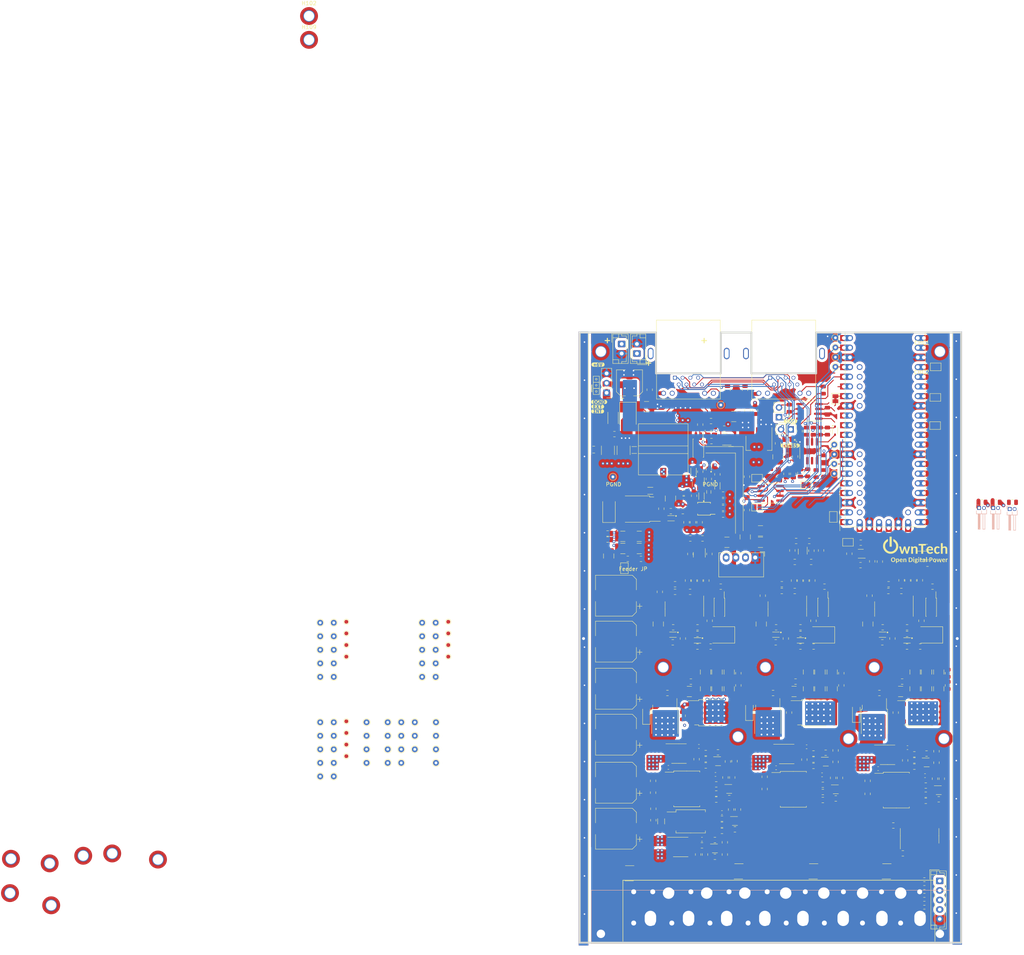
<source format=kicad_pcb>
(kicad_pcb (version 20221018) (generator pcbnew)
  (title_block (title "Ownverter V0.1") (date "2023-05-24") (comment 1 "Walter") (comment 4 "PREL"))
  (layers (0 "F.Cu" signal) (1 "In1.Cu" power) (2 "In2.Cu" power) (3 "In3.Cu" signal) (4 "In4.Cu" signal) (31 "B.Cu" signal) (34 "B.Paste" user) (35 "F.Paste" user) (36 "B.SilkS" user "B.Silkscreen") (37 "F.SilkS" user "F.Silkscreen") (38 "B.Mask" user) (39 "F.Mask" user) (44 "Edge.Cuts" user))
  (net 0 "")
  (net 1 "/V_{IHigh_sense}")
  (net 2 "Net-(U605-VZCR)")
  (net 3 "Net-(U406B--)")
  (net 4 "/I_{IHigh_sense}")
  (net 5 "Net-(U406A--)")
  (net 6 "/MCU/ADC2_IN5")
  (net 7 "Net-(C411-Pad1)")
  (net 8 "/MCU/SHARE+")
  (net 9 "Net-(C523-Pad2)")
  (net 10 "Net-(JP501-B)")
  (net 11 "Net-(D501-A)")
  (net 12 "Net-(U501-SS)")
  (net 13 "/MCU/Neutral")
  (net 14 "Net-(U501-CS)")
  (net 15 "Net-(D504-K)")
  (net 16 "Net-(D507-A)")
  (net 17 "Net-(U503-K)")
  (net 18 "Net-(C503-Pad2)")
  (net 19 "Net-(U503-REF)")
  (net 20 "/Feeder/COMP")
  (net 21 "/V_{I1Low_sense}")
  (net 22 "Net-(U603-INA)")
  (net 23 "Net-(U603-INB)")
  (net 24 "Net-(U603-DT)")
  (net 25 "/I_{I1Low_sense}")
  (net 26 "Net-(U606--)")
  (net 27 "Net-(D403-A)")
  (net 28 "Net-(D502-A)")
  (net 29 "DGND")
  (net 30 "Net-(D503-K)")
  (net 31 "Net-(U704--)")
  (net 32 "/V_{I2Low_sense}")
  (net 33 "Net-(D503-A)")
  (net 34 "Net-(D505-K)")
  (net 35 "/Phase1/SW_Node")
  (net 36 "Net-(D505-A)")
  (net 37 "Net-(D506-K)")
  (net 38 "Net-(D601-A)")
  (net 39 "Net-(D602-A)")
  (net 40 "Net-(D605-A)")
  (net 41 "/I_{I2Low_sense}")
  (net 42 "Net-(JP401-B)")
  (net 43 "Net-(JP403-B)")
  (net 44 "Net-(JP408-A)")
  (net 45 "Net-(JP409-B)")
  (net 46 "Net-(JP417-B)")
  (net 47 "Net-(U406A-+)")
  (net 48 "Net-(U406B-+)")
  (net 49 "Net-(U501-UVLO)")
  (net 50 "Net-(U501-RT)")
  (net 51 "/V_{I3Low_sense}")
  (net 52 "Net-(U501-DRV)")
  (net 53 "Net-(U606-+)")
  (net 54 "/VRef")
  (net 55 "Net-(C622-Pad2)")
  (net 56 "/I_{I3Low_sense}")
  (net 57 "/MCU/GND_COM")
  (net 58 "Net-(D602-K)")
  (net 59 "/HRTIM_CHA1")
  (net 60 "/HRTIM_CHA2")
  (net 61 "/HRTIM_CHC1")
  (net 62 "/HRTIM_CHC2")
  (net 63 "/Feeder/+12V_PGND")
  (net 64 "Net-(F201-Pad2)")
  (net 65 "/MCU/PWR_COM1")
  (net 66 "/MCU/PWR_COM2")
  (net 67 "Net-(F601-Pad1)")
  (net 68 "Net-(F701-Pad1)")
  (net 69 "Net-(F801-Pad1)")
  (net 70 "/MCU/CAN_H")
  (net 71 "/MCU/CAN_L")
  (net 72 "/MCU/A")
  (net 73 "/MCU/B")
  (net 74 "/Feeder/VBoost")
  (net 75 "/Feeder/VAUX")
  (net 76 "MOSD")
  (net 77 "MOSS")
  (net 78 "/MCU/SHARE-")
  (net 79 "/MCU/HRTIM1_SCIN")
  (net 80 "/Hall_Sensor/HALL1_PGND")
  (net 81 "/Hall_Sensor/HALL2_PGND")
  (net 82 "/Hall_Sensor/HALL3_PGND")
  (net 87 "+6V")
  (net 88 "/Feeder/+6VJP")
  (net 89 "Earth_Protective")
  (net 90 "/Feeder/input")
  (net 91 "/MCU/PC12")
  (net 92 "/MCU/PC13")
  (net 93 "/MCU/PC6")
  (net 94 "/~{STBY3}")
  (net 95 "/MCU/PB1")
  (net 96 "/MCU/PB6")
  (net 97 "/~{STBY1}")
  (net 98 "/~{STBY2}")
  (net 99 "/MCU/DAC2")
  (net 100 "/Feeder/+5V_PGND")
  (net 101 "Net-(U506-+)")
  (net 109 "Net-(R614-Pad2)")
  (net 110 "Net-(R610-Pad2)")
  (net 111 "Net-(R514-Pad2)")
  (net 112 "Net-(R514-Pad1)")
  (net 114 "Net-(J404-Pad9)")
  (net 115 "Net-(J404-Pad11)")
  (net 116 "Net-(J403-Pad9)")
  (net 117 "Net-(J403-Pad11)")
  (net 118 "Net-(C518-Pad2)")
  (net 119 "Net-(C501-Pad2)")
  (net 120 "/MCU/Temp1")
  (net 121 "/MCU/Temp2")
  (net 122 "/MCU/USART3_DE")
  (net 123 "/MCU/Temp2_Mux")
  (net 124 "/MCU/Temp3_Mux")
  (net 125 "/MCU/Temp3")
  (net 126 "Net-(JP502-A)")
  (net 127 "Net-(U490--)")
  (net 128 "/MCU/Neutral_buff")
  (net 129 "/Phase1/PWM_H")
  (net 130 "/Phase1/PWM_L")
  (net 131 "/Phase1/I_Hall")
  (net 132 "Net-(U701-VOUTP)")
  (net 133 "Net-(U704-+)")
  (net 134 "Net-(U701-VOUTN)")
  (net 135 "/Phase2/V_{ILow+}")
  (net 136 "/HRTIM_CHE1")
  (net 137 "/HRTIM_CHE2")
  (net 138 "/HALL1")
  (net 139 "/HALL2")
  (net 140 "/HALL3")
  (net 141 "/MCU/Temp_x")
  (net 142 "/MCU/CAN1_STB")
  (net 143 "/MCU/FDCAN1_{TX}")
  (net 153 "/MCU/FDCAN1_{RX}")
  (net 154 "/Phase2/SW_Node")
  (net 155 "/Phase A")
  (net 156 "/Phase B")
  (net 157 "/Phase C")
  (net 158 "/Feeder/VIN")
  (net 159 "+5V_PGND")
  (net 160 "PGND")
  (net 161 "+5V_DGND")
  (net 162 "+3.3V_DGND")
  (net 163 "+12V_PGND")
  (net 164 "/Phase3/SW_Node")
  (net 165 "Net-(D601-K)")
  (net 166 "Net-(U202-FILTER)")
  (net 167 "Net-(U204--)")
  (net 168 "Net-(U604--)")
  (net 169 "Net-(U703-INA)")
  (net 170 "Net-(U703-INB)")
  (net 171 "Net-(U703-DT)")
  (net 172 "Net-(U705-VZCR)")
  (net 173 "Net-(U706--)")
  (net 174 "Net-(C722-Pad2)")
  (net 175 "Net-(U803-INA)")
  (net 176 "Net-(U803-INB)")
  (net 177 "Net-(U803-DT)")
  (net 178 "Net-(U804--)")
  (net 179 "Net-(U805-VZCR)")
  (net 180 "Net-(U806--)")
  (net 181 "Net-(C822-Pad2)")
  (net 182 "Net-(D701-K)")
  (net 183 "Net-(D701-A)")
  (net 184 "Net-(D702-K)")
  (net 185 "Net-(D702-A)")
  (net 186 "Net-(D705-A)")
  (net 187 "Net-(D801-K)")
  (net 188 "Net-(D801-A)")
  (net 189 "Net-(D802-K)")
  (net 190 "Net-(D802-A)")
  (net 191 "Net-(D805-A)")
  (net 192 "/High_side/V_{IHigh+}")
  (net 193 "Net-(U201-VOUTP)")
  (net 194 "Net-(U203-+)")
  (net 195 "Net-(U201-VOUTN)")
  (net 196 "/High_side/I_{IHighHall}")
  (net 197 "Net-(U204-+)")
  (net 198 "Net-(U601-VOUTP)")
  (net 199 "Net-(U604-+)")
  (net 200 "Net-(U601-VOUTN)")
  (net 201 "/Phase1/V_{ILow+}")
  (net 202 "/Phase2/PWM_H")
  (net 203 "/Phase2/PWM_L")
  (net 204 "Net-(R710-Pad2)")
  (net 205 "Net-(R714-Pad2)")
  (net 206 "/Phase2/I_Hall")
  (net 207 "Net-(U706-+)")
  (net 208 "/Phase3/PWM_H")
  (net 209 "/Phase3/PWM_L")
  (net 210 "Net-(R810-Pad2)")
  (net 211 "Net-(U801-VOUTP)")
  (net 212 "Net-(U804-+)")
  (net 213 "Net-(U801-VOUTN)")
  (net 214 "Net-(R814-Pad2)")
  (net 215 "/Phase3/V_{ILow+}")
  (net 216 "/Phase3/I_Hall")
  (net 217 "Net-(U806-+)")
  (net 224 "/Feeder/PWR_COM1")
  (net 225 "/Feeder/PWR_COM2")
  (net 226 "/Hall_Sensor/HALL1")
  (net 227 "Net-(U203--)")
  (net 228 "/Feeder/VREF")
  (net 229 "/High_side/V_{IHighIN}")
  (net 230 "/MCU/USART3_TX")
  (net 231 "/MCU/USART3_RX")
  (net 236 "Net-(PS501-+Vin)")
  (net 237 "Net-(D605-K)")
  (net 238 "Net-(D705-K)")
  (net 239 "Net-(D805-K)")
  (footprint "TestPoint:TestPoint_Pad_D1.0mm" (layer "F.Cu") (at 7.53 97.85)
    (fp_text reference "TP604")
    (fp_text value "TestPoint")
  )
  (footprint "Footprints:D_SOD-323" (layer "F.Cu") (at 93.447089 101.2375 180)
    (fp_text reference "D701" hide)
    (fp_text value "PMEG2010AEJ,115")
  )
  (footprint "Footprints:C_0805_2012Metric" (layer "F.Cu") (at 72.65 133.885 90)
    (fp_text reference "C617" hide)
    (fp_text value "1nF")
  )
  (footprint "Package_TO_SOT_SMD:SOT-353_SC-70-5" (layer "F.Cu") (at 81.2 141.685)
    (fp_text reference "U604" hide)
    (fp_text value "OPA316")
  )
  (footprint "Footprints:TestPoint_THTPad_D1.5mm_Drill0.7mm" (layer "F.Cu") (at 0.68 108.75)
    (fp_text reference "TP608")
    (fp_text value "TestPoint")
  )
  (footprint "kibuzzard-62CEF83D" (layer "F.Cu") (at 97.325 45.275)
    (fp_text reference "kibuzzard-62CEF83D" hide)
    (fp_text value "G***" hide)
  )
  (footprint "Footprints:C_0805_2012Metric" (layer "F.Cu") (at 72.89 99.3 180)
    (fp_text reference "C612" hide)
    (fp_text value "100nF")
  )
  (footprint "Footprints:TestPoint_THTPad_D1.5mm_Drill0.7mm" (layer "F.Cu") (at 109.05 25.92)
    (fp_text reference "TP401" hide)
    (fp_text value "TestPoint" hide)
  )
  (footprint "Footprints:R_0805_2012Metric" (layer "F.Cu") (at 69.047089 102.2375 90)
    (fp_text reference "R603" hide)
    (fp_text value "2.2R")
  )
  (footprint "Package_SO:SOIC-8_3.9x4.9mm_P1.27mm" (layer "F.Cu") (at 68.475 156.905)
    (fp_text reference "U202" hide)
    (fp_text value "+-20A Hall")
  )
  (footprint "Footprints:R_0805_2012Metric" (layer "F.Cu") (at 96.2 59.0625 -90)
    (fp_text reference "R419" hide)
    (fp_text value "4.7k")
  )
  (footprint "Footprints:C_0805_2012Metric" (layer "F.Cu") (at 93.5 99.3 180)
    (fp_text reference "C714" hide)
    (fp_text value "100nF")
  )
  (footprint "Footprints:C_0805_2012Metric" (layer "F.Cu") (at 102.75 79.2125 90)
    (fp_text reference "C491" hide)
    (fp_text value "100nF")
  )
  (footprint "Footprints:TestPoint_THTPad_D1.5mm_Drill0.7mm" (layer "F.Cu") (at 4.23 101.65)
    (fp_text reference "TP613")
    (fp_text value "TestPoint")
  )
  (footprint "Footprints:R_0805_2012Metric" (layer "F.Cu") (at 67 88 180)
    (fp_text reference "R609" hide)
    (fp_text value "20k")
  )
  (footprint "Footprints:TestPoint_THTPad_D1.5mm_Drill0.7mm" (layer "F.Cu") (at 4.3 124.2)
    (fp_text reference "TP201")
    (fp_text value "TestPoint")
  )
  (footprint "Footprints:TestPoint_THTPad_D1.5mm_Drill0.7mm" (layer "F.Cu") (at 108.75 53.94 -90)
    (fp_text reference "TP408" hide)
    (fp_text value "TestPoint" hide)
  )
  (footprint "Footprints:C_1210_3225Metric" (layer "F.Cu") (at 82.4 44 180)
    (fp_text reference "C522")
    (fp_text value "10uF")
  )
  (footprint "Footprints:C_0805_2012Metric" (layer "F.Cu") (at 79.6 66.24)
    (fp_text reference "C509" hide)
    (fp_text value "1nF")
  )
  (footprint "Footprints:C_0805_2012Metric" (layer "F.Cu") (at 76 80.0625 90)
    (fp_text reference "C527")
    (fp_text value "1uF")
  )
  (footprint "Footprints:R_0805_2012Metric" (layer "F.Cu") (at 61.3 149.885 -90)
    (fp_text reference "R202" hide)
    (fp_text value "5.6k")
  )
  (footprint "Jumper:SolderJumper-2_P1.3mm_Bridged_Pad1.0x1.5mm" (layer "F.Cu") (at 135.25 39)
    (fp_text reference "JP417" hide)
    (fp_text value "Jumper_2_Bridged")
  )
  (footprint "Footprints:C_0805_2012Metric" (layer "F.Cu") (at 71 80.0625 -90)
    (fp_text reference "C528")
    (fp_text value "1uF")
  )
  (footprint "Footprints:TestPoint_THTPad_D1.5mm_Drill0.7mm" (layer "F.Cu") (at 0.68 112.3)
    (fp_text reference "TP609")
    (fp_text value "TestPoint")
  )
  (footprint "Capacitor_SMD:C_1812_4532Metric" (layer "F.Cu") (at 53.5 52.89 90)
    (fp_text reference "C516" hide)
    (fp_text value "2.2nF")
  )
  (footprint "Footprints:D_SOD-323" (layer "F.Cu") (at 108.95 47.7375 -90)
    (fp_text reference "D403")
    (fp_text value "PMEG2010AEJ,115")
  )
  (footprint "Fuse:Fuse_0805_2012Metric" (layer "F.Cu") (at 86 42.4125 -90)
    (fp_text reference "F401" hide)
    (fp_text value "350mA")
  )
  (footprint "Footprints:C_1210_3225Metric" (layer "F.Cu") (at 89.4 77)
    (fp_text reference "C525")
    (fp_text value "10uF")
  )
  (footprint "Footprints:R_0805_2012Metric" (layer "F.Cu") (at 110.6 111.3375 90)
    (fp_text reference "R723" hide)
    (fp_text value "1M")
  )
  (footprint "Footprints:R_0805_2012Metric" (layer "F.Cu") (at 110.6 114.5375 90)
    (fp_text reference "R722" hide)
    (fp_text value "1M")
  )
  (footprint "Footprints:C_0805_2012Metric" (layer "F.Cu") (at 100.9 133.99 90)
    (fp_text reference "C717" hide)
    (fp_text value "1nF")
  )
  (footprint "Package_SO:SOIC-8_3.9x4.9mm_P1.27mm" (layer "F.Cu") (at 68.025 132.42)
    (fp_text reference "U605" hide)
    (fp_text value "ACS730KLCTR-20AB")
  )
  (footprint "Package_SO:MSOP-10_3x3mm_P0.5mm" (layer "F.Cu") (at 74.6 68.2 180)
    (fp_text reference "U501" hide)
    (fp_text value "NCP12700" hide)
  )
  (footprint "MountingHole:MountingHole_2.7mm_M2.5_DIN965_Pad_TopOnly" (layer "F.Cu") (at -86.6 169.2)
    (fp_text reference "H101" hide)
    (fp_text value "M2.5")
  )
  (footprint "Footprints:C_0805_2012Metric" (layer "F.Cu") (at 70.4 87.0375 90)
    (fp_text reference "C604" hide)
    (fp_text value "20pF")
  )
  (footprint "Footprints:R_0805_2012Metric" (layer "F.Cu") (at 75.5875 47.8025 -90)
    (fp_text reference "R514" hide)
    (fp_text value "1.4k")
  )
  (footprint "Footprints:TestPoint_THTPad_D1.5mm_Drill0.7mm" (layer "F.Cu") (at -22.5 138.4)
    (fp_text reference "TP818")
    (fp_text value "TestPoint")
  )
  (footprint "TestPoint:TestPoint_Pad_D1.0mm" (layer "F.Cu") (at 7.53 107)
    (fp_text reference "TP607")
    (fp_text value "TestPoint")
  )
  (footprint "Resistor_SMD:R_2010_5025Metric" (layer "F.Cu") (at 50.75 44.4 90)
    (fp_text reference "R513" hide)
    (fp_text value "10R" hide)
  )
  (footprint "TestPoint:TestPoint_Pad_D1.0mm" (layer "F.Cu") (at -19.2 127)
    (fp_text reference "TP805")
    (fp_text value "TestPoint")
  )
  (footprint "Footprints:C_1210_3225Metric" (layer "F.Cu") (at 108.2 115.425 90)
    (fp_text reference "C722" hide)
    (fp_text value "4.7uF")
  )
  (footprint "Footprints:TestPoint_THTPad_D1.5mm_Drill0.7mm" (layer "F.Cu") (at -26.05 101.65)
    (fp_text reference "TP702")
    (fp_text value "TestPoint")
  )
  (footprint "Package_TO_SOT_SMD:TO-252-2" (layer "F.Cu") (at 57.025 68.3 180)
    (fp_text reference "Q502" hide)
    (fp_text value "TK13P25D,RQ" hide)
  )
  (footprint "Footprints:R_0805_2012Metric" (layer "F.Cu") (at 134.51 88.6375 180)
    (fp_text reference "R810" hide)
    (fp_text value "51R")
  )
  (footprint "Footprints:R_0805_2012Metric" (layer "F.Cu") (at 99.86952 58.84298 -90)
    (fp_text reference "R415" hide)
    (fp_text value "4.7k")
  )
  (footprint "Connector_JST:JST_EH_B2B-EH-A_1x02_P2.50mm_Vertical" (layer "F.Cu") (at 53 25 -90)
    (fp_text reference "J401")
    (fp_text value "Conn_01x02_Male")
  )
  (footprint "Footprints:C_1210_3225Metric" (layer "F.Cu") (at 75 111.025 90)
    (fp_text reference "C627" hide)
    (fp_text value "4.7uF")
  )
  (footprint "Footprints:C_1210_3225Metric" (layer "F.Cu") (at 81.2 115.425 90)
    (fp_text reference "C622" hide)
    (fp_text value "4.7uF")
  )
  (footprint "Footprints:R_0805_2012Metric" (layer "F.Cu") (at 77.45 155.080975)
    (fp_text reference "R211" hide)
    (fp_text value "20k")
  )
  (footprint "Package_SO:SOIC-8_3.9x4.9mm_P1.27mm" (layer "F.Cu") (at 96.275 132.525)
    (fp_text reference "U705" hide)
    (fp_text value "ACS730KLCTR-20AB")
  )
  (footprint "Footprints:R_0805_2012Metric" (layer "F.Cu") (at 96.55 50 180)
    (fp_text reference "R410" hide)
    (fp_text value "120R")
  )
  (footprint "Package_TO_SOT_SMD:TO-252-2" (layer "F.Cu") (at 91.315 124.0875 -90)
    (fp_text reference "Q702" hide)
    (fp_text value "IPD200N15N3")
  )
  (footprint "Footprints:R_0805_2012Metric" (layer "F.Cu") (at 76.085 97.5875 90)
    (fp_text reference "R614" hide)
    (fp_text value "2.2R")
  )
  (footprint "Diode_SMD:D_SMB" (layer "F.Cu") (at 133.525 101.2875 180)
    (fp_text reference "D805" hide)
    (fp_text value "PU3DBH")
  )
  (footprint "Footprints:TestPoint_THTPad_D1.5mm_Drill0.7mm" (layer "F.Cu") (at 4.23 105.2)
    (fp_text reference "TP616")
    (fp_text value "TestPoint")
  )
  (footprint "Footprints:R_0805_2012Metric" (layer "F.Cu") (at 75.05 135.535)
    (fp_text reference "R619" hide)
    (fp_text value "20k")
  )
  (footprint "Footprints:R_0805_2012Metric" (layer "F.Cu") (at 127.829499 104.339432 180)
    (fp_text reference "R802" hide)
    (fp_text value "2.2R")
  )
  (footprint "MountingHole:MountingHole_2.7mm_M2.5_DIN965_Pad_TopOnly" (layer "F.Cu") (at 47.55 27)
    (fp_text reference "H107" hide)
    (fp_text value "M2.5")
  )
  (footprint "MountingHole:MountingHole_2.7mm_M2.5_DIN965_Pad_TopOnly" (layer "F.Cu") (at 112.5 128.5)
    (fp_text reference "H104" hide)
    (fp_text value "M2.5")
  )
  (footprint "Footprints:C_0805_2012Metric" (layer "F.Cu") (at 72 64.8 90)
    (fp_text reference "C512" hide)
    (fp_text value "1uF")
  )
  (footprint "Footprints:F_0678H_Bel" (layer "F.Cu") (at 83.75 163.3)
    (fp_text reference "F601" hide)
    (fp_text value "25A")
  )
  (footprint "Inductor_SMD:L_1210_3225Metric" (layer "F.Cu") (at 85.4 75.6 -90)
    (fp_text reference "L503")
    (fp_text value "22uH")
  )
  (footprint "Footprints:TestPoint_THTPad_D1.5mm_Drill0.7mm" (layer "F.Cu") (at 108.75 51.4 -90)
    (fp_text reference "TP404" hide)
    (fp_text value "TestPoint" hide)
  )
  (footprint "Package_SO:SO-4_4.4x2.3mm_P1.27mm" (layer "F.Cu") (at 105.835 94.0375 -90)
    (fp_text reference "U702" hide)
    (fp_text value "FODM217A")
  )
  (footprint "Footprints:R_0805_2012Metric" (layer "F.Cu") (at 73.6 58.49 90)
    (fp_text reference "R512" hide)
    (fp_text value "1.4k")
  )
  (footprint "Footprints:C_0805_2012Metric" (layer "F.Cu") (at 73.05 158.880975 90)
    (fp_text reference "C204" hide)
    (fp_text value "1nF")
  )
  (footprint "Footprints:D_SOD-323" (layer "F.Cu") (at 75.85 57.2 90)
    (fp_text reference "D505" hide)
    (fp_text value "BAS20HT1G")
  )
  (footprint "Footprints:R_0805_2012Metric" (layer "F.Cu") (at 96.915 121.6625 90)
    (fp_text reference "R707" hide)
    (fp_text value "1k")
  )
  (footprint "Jumper:SolderJumper-2_P1.3mm_Bridged_Pad1.0x1.5mm" (layer "F.Cu") (at 112.35 77 180)
    (fp_text reference "JP502")
    (fp_text value "SolderJumper_2_Open")
  )
  (footprint "Footprints:R_0805_2012Metric" (layer "F.Cu") (at 65 116.525)
    (fp_text reference "R608" hide)
    (fp_text value "1k")
  )
  (footprint "Footprints:TestPoint_THTPad_D1.5mm_Drill0.7mm" (layer "F.Cu") (at 4.23 112.3)
    (fp_text reference "TP618")
    (fp_text value "TestPoint")
  )
  (footprint "kibuzzard-62CEA511" (layer "F.Cu") (at 46.725 41.425)
    (fp_text reference "kibuzzard-62CEA511" hide)
    (fp_text value "G***" hide)
  )
  (footprint "Footprints:Harting - 15contacts and Wago" (layer "F.Cu") (at 60.25 174.6 180)
    (fp_text reference "J101" hide)
    (fp_text value "Harting-15 and Wago 6" hide)
  )
  (footprint "Jumper:SolderJumper-2_P1.3mm_Bridged_Pad1.0x1.5mm" (layer "F.Cu") (at 109.05 39.35 90)
    (fp_text reference "JP404" hide)
    (fp_text value "Jumper_2_Bridged" hide)
  )
  (footprint "Package_SO:SOIC-16_3.9x9.9mm_P1.27mm" (layer "F.Cu") (at 131.135 153.975 90)
    (fp_text reference "U901" hide)
    (fp_text value "Si8640BB-B-IS1")
  )
  (footprint "Footprints:R_0805_2012Metric" (layer "F.Cu") (at 129.75 132.6)
    (fp_text reference "R818" hide)
    (fp_text value "5.9k")
  )
  (footprint "Footprints:C_0805_2012Metric" (layer "F.Cu") (at 72.89 101.0375 180)
    (fp_text reference "C615" hide)
    (fp_text value "1uF")
  )
  (footprint "Footprints:R_0805_2012Metric" (layer "F.Cu") (at 90.5 141.7025 -90)
    (fp_text reference "R717" hide)
    (fp_text value "470R")
  )
  (footprint "Footprints:C_0805_2012Metric" (layer "F.Cu") (at 118.7 82 -90)
    (fp_text reference "C529")
    (fp_text value "20pF")
  )
  (footprint "Footprints:C_0805_2012Metric" (layer "F.Cu") (at 67 90)
    (fp_text reference "C607" hide)
    (fp_text value "100nF")
  )
  (footprint "Footprints:R_0805_2012Metric" (layer "F.Cu") (at 99.65 47.8625 -90)
    (fp_text reference "R413" hide)
    (fp_text value "4.7k")
  )
  (footprint "Footprints:R_0805_2012Metric" (layer "F.Cu") (at 105.75 144.59)
    (fp_text reference "R715" hide)
    (fp_text value "12k")
  )
  (footprint "Footprints:C_0805_2012Metric" (layer "F.Cu") (at 106.053125 55.15 -90)
    (fp_text reference "C413" hide)
    (fp_text value "100nF")
  )
  (footprint "Package_SO:SO-4_4.4x2.3mm_P1.27mm" (layer "F.Cu") (at 134.16 94.0375 -90)
    (fp_text reference "U802" hide)
    (fp_text value "FODM217A")
  )
  (footprint "Footprints:R_0805_2012Metric" (layer "F.Cu") (at 103.3 135.64)
    (fp_text reference "R719" hide)
    (fp_text value "20k")
  )
  (footprint "Connector_JST:JST_EH_B5B-EH-A_1x05_P2.50mm_Vertical" (layer "F.Cu") (at 136.4 165.8 -90)
    (fp_text reference "J901" hide)
    (fp_text value "Conn_01x05")
  )
  (footprint "MountingHole:MountingHole_2.7mm_M2.5_DIN965_Pad_TopOnly" (layer "F.Cu") (at 137.5 128.5)
    (fp_text reference "H104" hide)
    (fp_text value "M2.5")
  )
  (footprint "Footprints:R_0805_2012Metric" (layer "F.Cu") (at 105.3 79.15 90)
    (fp_text reference "R495" hide)
    (fp_text value "10k")
  )
  (footprint "Capacitor_SMD:C_0603_1608Metric" (layer "F.Cu") (at 132.55 138.2)
    (fp_text reference "C806" hide)
    (fp_text value "100nF")
  )
  (footprint "Footprints:TestPoint_THTPad_D1.5mm_Drill0.7mm" (layer "F.Cu") (at -8.35 127.75)
    (fp_text reference "TP410")
    (fp_text value "TestPoint")
  )
  (footprint "Footprints:C_0805_2012Metric" (layer "F.Cu") (at 112.7 80 90)
    (fp_text reference "C530")
    (fp_text value "100nF")
  )
  (footprint "Footprints:R_0805_2012Metric" (layer "F.Cu") (at 98.4 82.15 180)
    (fp_text reference "R490" hide)
    (fp_text value "10k")
  )
  (footprint "Footprints:R_0805_2012Metric" (layer "F.Cu") (at 83.6 111.3375 90)
    (fp_text reference "R623" hide)
    (fp_text value "1M")
  )
  (footprint "Capacitor_SMD:CP_Elec_10x10.5" (layer "F.Cu") (at 51.5 103.05 180)
    (fp_text reference "C621")
    (fp_text value "33uF")
  )
  (footprint "Footprints:R_0805_2012Metric" (layer "F.Cu") (at 108.45 138.79 -90)
    (fp_text reference "R713" hide)
    (fp_text value "12k")
  )
  (footprint "Footprints:TestPoint_THTPad_D1.5mm_Drill0.7mm" (layer "F.Cu") (at -22.5 112.3)
    (fp_text reference "TP718")
    (fp_text value "TestPoint")
  )
  (footprint "Footprints:C_0805_2012Metric" (layer "F.Cu") (at 79.3 152.685)
    (fp_text reference "C207" hide)
    (fp_text value "20pF")
  )
  (footprint "Footprints:TestPoint_THTPad_D1.5mm_Drill0.7mm" (layer "F.Cu") (at 108.75 59 90)
    (fp_text reference "TP407" hide)
    (fp_text value "TestPoint" hide)
  )
  (footprint "Footprints:C_1210_3225Metric" (layer "F.Cu") (at 102 111.025 90)
    (fp_text reference "C727" hide)
    (fp_text value "4.7uF")
  )
  (footprint "Footprints:C_0805_2012Metric" (layer "F.Cu") (at 103 87.0375 -90)
    (fp_text reference "C703" hide)
    (fp_text value "20pF")
  )
  (footprint "Footprints:R_0805_2012Metric" (layer "F.Cu") (at 66.4 103.2375 180)
    (fp_text reference "R604" hide)
    (fp_text value "2.2R")
  )
  (footprint "Footprints:C_1210_3225Metric" (layer "F.Cu") (at 57.610574 78.63922)
    (fp_text reference "C504" hide)
    (fp_text value "4.7uF")
  )
  (footprint "Footprints:R_0805_2012Metric" (layer "F.Cu") (at 121.35 103.2375 180)
    (fp_text reference "R804" hide)
    (fp_text value "2.2R")
  )
  (footprint "Package_TO_SOT_SMD:TO-252-2" (layer "F.Cu") (at 119.265 124.0875 -90)
    (fp_text reference "Q802" hide)
    (fp_text value "IPD200N15N3")
  )
  (footprint "Package_TO_SOT_SMD:TO-252-2" (layer "F.Cu") (at 131.465 121.7125)
    (fp_text reference "Q801" hide)
    (fp_text value "IPD200N15N3")
  )
  (footprint "TestPoint:TestPoint_Pad_D1.0mm" (layer "F.Cu") (at -19.2 103.95)
    (fp_text reference "TP706")
    (fp_text value "TestPoint")
  )
  (footprint "Footprints:ethernet_RJE721881411" (layer "F.Cu") (at 91.95 33.85)
    (fp_text reference "J404" hide)
    (fp_text value "RJ45_LED_Shielded")
  )
  (footprint "Diode_SMD:D_SMB" (layer "F.Cu") (at 54.65 43.94 -90)
    (fp_text reference "D507" hide)
    (fp_text value "STTH4R02U" hide)
  )
  (footprint "kibuzzard-62CEA547" (layer "F.Cu") (at 46.8 30.4)
    (fp_text reference "kibuzzard-62CEA547" hide)
    (fp_text value "G***" hide)
  )
  (footprint "Footprints:R_0805_2012Metric" (layer "F.Cu") (at 101.45 47.8625 90)
    (fp_text reference "R417" hide)
    (fp_text value "4.7k")
  )
  (footprint "Footprints:R_0805_2012Metric" (layer "F.Cu") (at 79.6 67.99)
    (fp_text reference "R503" hide)
    (fp_text value "100k")
  )
  (footprint "Package_SO:SOIC-8_3.9x4.9mm_P1.27mm" (layer "F.Cu") (at 122.725 132.735)
    (fp_text reference "U805" hide)
    (fp_text value "ACS730KLCTR-20AB")
  )
  (footprint "Footprints:TestPoint_THTPad_D1.5mm_Drill0.7mm" (layer "F.Cu") (at -22.5 108.75)
    (fp_text reference "TP717")
    (fp_text value "TestPoint")
  )
  (footprint "kibuzzard-62CEA520" (layer "F.Cu") (at 46.7 42.65)
    (fp_text reference "kibuzzard-62CEA520" hide)
    (fp_text value "G***" hide)
  )
  (footprint "Footprints:TestPoint_THTPad_D1.5mm_Drill0.7mm" (layer "F.Cu") (at 4.3 127.75)
    (fp_text reference "TP202")
    (fp_text value "TestPoint")
  )
  (footprint "Footprints:R_0805_2012Metric" (layer "F.Cu") (at 98.75 76.65)
    (fp_text reference "R494" hide)
    (fp_text value "20k")
  )
  (footprint "Footprints:R_0805_2012Metric" (layer "F.Cu") (at 61.25 142.66 -90)
    (fp_text reference "R617" hide)
    (fp_text value "470R")
  )
  (footprint "Footprints:D_SOD-323" (layer "F.Cu") (at 99.879499 102.739432 180)
    (fp_text reference "D702" hide)
    (fp_text value "PMEG2010AEJ,115")
  )
  (footprint "Footprints:C_0805_2012Metric" (layer "F.Cu") (at 90 91 90)
    (fp_text reference "C705" hide)
    (fp_text value "100nF")
  )
  (footprint "Footprints:R_0805_2012Metric" (layer "F.Cu") (at 128 87 -90)
    (fp_text reference "R806" hide)
    (fp_text value "51R")
  )
  (footprint "Footprints:C_0805_2012Metric" (layer "F.Cu") (at 110.25 138.79 90)
    (fp_text reference "C713" hide)
    (fp_text value "100nF")
  )
  (footprint "Footprints:R_0805_2012Metric" (layer "F.Cu") (at 77.8 140.485)
    (fp_text reference "R611" hide)
    (fp_text value "27k")
  )
  (footprint "Diode_SMD:D_SMB" (layer "F.Cu") (at 79 101.2875 180)
    (fp_text reference "D605" hide)
    (fp_text value "PU3DBH")
  )
  (footprint "Footprints:C_1210_3225Metric" (layer "F.Cu") (at 132.95 115.425 90)
    (fp_text reference "C824" hide)
    (fp_text value "4.7uF")
  )
  (footprint "Footprints:C_0805_2012Metric" (layer "F.Cu") (at 126.55 113.525 180)
    (fp_text reference "C808" hide)
    (fp_text value "1nF")
  )
  (footprint "Footprints:R_0805_2012Metric" (layer "F.Cu") (at 79.6 64.49)
    (fp_text reference "NTC501" hide)
    (fp_text value "100kNTC")
  )
  (footprint "Footprints:TestPoint_THTPad_D1.5mm_Drill0.7mm" (layer "F.Cu") (at 4.23 98.1)
    (fp_text reference "TP612")
    (fp_text value "TestPoint")
  )
  (footprint "Footprints:C_1210_3225Metric" (layer "F.Cu") (at 94 54.6 90)
    (fp_text reference "C523")
    (fp_text value "10uF")
  )
  (footprint "Capacitor_SMD:C_0603_1608Metric" (layer "F.Cu") (at 65.25 136.035)
    (fp_text reference "C601" hide)
    (fp_text value "100nF")
  )
  (footprint "Footprints:R_0805_2012Metric" (layer "F.Cu") (at 135.9875 82.025 -90)
    (fp_text reference "R426" hide)
    (fp_text value "10k")
  )
  (footprint "MountingHole:MountingHole_2.7mm_M2.5_DIN965_Pad_TopOnly" (layer "F.Cu") (at -80.6 158.6)
    (fp_text reference "H110" hide)
    (fp_text value "M2.5")
  )
  (footprint "TestPoint:TestPoint_Pad_D1.0mm" (layer "F.Cu") (at 7.53 100.9)
    (fp_text reference "TP605")
    (fp_text value "TestPoint")
  )
  (footprint "Footprints:R_0805_2012Metric" (layer "F.Cu") (at 96.95 41.8425 -90)
    (fp_text reference "R401" hide)
    (fp_text value "120R")
  )
  (footprint "Footprints:TestPoint_THTPad_D1.5mm_Drill0.7mm" (layer "F.Cu") (at -8.35 134.85)
    (fp_text reference "TP419")
    (fp_text value "TestPoint")
  )
  (footprint "Capacitor_SMD:C_0603_1608Metric" (layer "F.Cu") (at 73.25 130.535)
    (fp_text reference "C611" hide)
    (fp_text value "100nF")
  )
  (footprint "Package_SO:SO-4_4.4x2.3mm_P1.27mm" (layer "F.Cu") (at 73.1 52.315 -90)
    (fp_text reference "U502" hide)
    (fp_text value "FODM217A" hide)
  )
  (footprint "Footprints:C_1210_3225Metric" (layer "F.Cu") (at 70.749999 116.135 180)
    (fp_text reference "C609" hide)
    (fp_text value "100nF")
  )
  (footprint "Footprints:R_0805_2012Metric" (layer "F.Cu") (at 85.35 37 -90)
    (fp_text reference "R405" hide)
    (fp_text value "3k")
  )
  (footprint "Package_TO_SOT_SMD:TO-252-2" (layer "F.Cu") (at 76.515 121.7125)
    (fp_text reference "Q601" hide)
    (fp_text value "IPD200N15N3")
  )
  (footprint "MountingHole:MountingHole_2.7mm_M2.5_DIN965_Pad_TopOnly" (layer "F.Cu") (at 63.899999 109.785)
    (fp_text reference "H104" hide)
    (fp_text value "M2.5")
  )
  (footprint "Footprints:TestPoint_THTPad_D1.5mm_Drill0.7mm" (layer "F.Cu") (at -22.5 131.3)
    (fp_text reference "TP816")
    (fp_text value "TestPoint")
  )
  (footprint "Footprints:C_0805_2012Metric" (layer "F.Cu") (at 109.15 144.19)
    (fp_text reference "C710" hide)
    (fp_text value "20pF")
  )
  (footprint "Footprints:TestPoint_THTPad_D1.5mm_Drill0.7mm" (layer "F.Cu") (at -26.05 112.3)
    (fp_text reference "TP709")
    (fp_text value "TestPoint")
  )
  (footprint "Footprints:OwnTech_SPINTHT" (layer "F.Cu") (at 112.87 71.7 90)
    (fp_text reference "U401" hide)
    (fp_text value "OwnTech_SPIN")
  )
  (footprint "Footprints:C_0805_2012Metric" (layer "F.Cu") (at 126.3375 89.775)
    (fp_text reference "C802" hide)
    (fp_text value "100nF")
  )
  (footprint "Footprints:R_0805_2012Metric" (layer "F.Cu") (at 131.61 97.5875 90)
    (fp_text reference "R814" hide)
    (fp_text value "2.2R")
  )
  (footprint "Footprints:R_0805_2012Metric" (layer "F.Cu") (at 138.55 111.3375 90)
    (fp_text reference "R823" hide)
    (fp_text value "1M")
  )
  (footprint "Package_TO_SOT_SMD:SOT-353_SC-70-5" (layer "F.Cu") (at 100.475 79.45 -90)
    (fp_text reference "U490" hide)
    (fp_text value "OPA316")
  )
  (footprint "Resistor_SMD:R_1210_3225Metric" (layer "F.Cu") (at 65.8 65.54 -90)
    (fp_text reference "R510" hide)
    (fp_text value "240m" hide)
  )
  (footprint "Capacitor_SMD:C_0603_1608Metric" (layer "F.Cu") (at 120.25 136.35 180)
    (fp_text reference "C801" hide)
    (fp_text value "100nF")
  )
  (footprint "Connector_PinHeader_2.54mm:PinHeader_1x02_P2.54mm_Vertical" (layer "F.Cu") (at 97.325 47.4 -90)
    (fp_text reference "JP403" hide)
    (fp_text value "Jumper" hide)
  )
  (footprint "Package_SO:SOIC-8_3.9x4.9mm_P1.27mm" (layer "F.Cu") (at 92.05 64.165 180)
    (fp_text reference "U405" hide)
    (fp_text value "LTC2850xS8")
  )
  (footprint "Footprints:TestPoint_THTPad_D1.5mm_Drill0.7mm" (layer "F.Cu") (at -26.05 131.3)
    (fp_text reference "TP803")
    (fp_text value "TestPoint")
  )
  (footprint "Footprints:R_0805_2012Metric" (layer "F.Cu") (at 132.75 143.2)
    (fp_text reference "R812" hide)
    (fp_text value "27k")
  )
  (footprint "Footprints:R_0805_2012Metric" (layer "F.Cu") (at 103.3 132.39)
    (fp_text reference "R718" hide)
    (fp_text value "5.9k")
  )
  (footprint "Footprints:C_1210_3225Metric" (layer "F.Cu") (at 126.15 116.125 180)
    (fp_text reference "C809" hide)
    (fp_text value "100nF")
  )
  (footprint "Footprints:R_0805_2012Metric" (layer "F.Cu") (at 85.85 68.5375 -90)
    (fp_text reference "R411" hide)
    (fp_text value "4.7k")
  )
  (footprint "MountingHole:MountingHole_2.7mm_M2.5_DIN965_Pad_TopOnly" (layer "F.Cu") (at 136.45 27)
    (fp_text reference "H108" hide)
    (fp_text value "M2.5")
  )
  (footprint "Footprints:R_0805_2012Metric" (layer "F.Cu") (at 75.05 133.885 180)
    (fp_text reference "R620" hide)
    (fp_text value "20k")
  )
  (footprint "Footprints:F_0678H_Bel" (layer "F.Cu") (at 122.55 163.3)
    (fp_text reference "F801" hide)
    (fp_text value "25A")
  )
  (footprint "Footprints:R_0805_2012Metric" (layer "F.Cu") (at 94 51.0625 90)
    (fp_text reference "R519")
    (fp_text value "1R")
  )
  (footprint "Capacitor_SMD:CP_Elec_6.3x7.7" (layer "F.Cu") (at 55.05 35.2 90)
    (fp_text reference "C521" hide)
    (fp_text value "100uF")
  )
  (footprint "Footprints:R_0805_2012Metric" (layer "F.Cu") (at 95 88 180)
    (fp_text reference "R709" hide)
    (fp_text value "20k")
  )
  (footprint "Footprints:C_0805_2012Metric" (layer "F.Cu") (at 115.7 77.105)
    (fp_text reference "C531")
    (fp_text value "20pF")
  )
  (footprint "Footprints:C_0805_2012Metric" (layer "F.Cu") (at 132.95 132.4 180)
    (fp_text reference "C819" hide)
    (fp_text value "100nF")
  )
  (footprint "Capacitor_SMD:C_0603_1608Metric" (layer "F.Cu") (at 77.6 137.885)
    (fp_text reference "C606" hide)
    (fp_text value "100nF")
  )
  (footprint "Footprints:C_0805_2012Metric" (layer "F.Cu") (at 127.35 134.2 90)
    (fp_text reference "C817" hide)
    (fp_text value "1nF")
  )
  (footprint "Footprints:TestPoint_THTPad_D1.5mm_Drill0.7mm" (layer "F.Cu") (at -26.05 138.4)
    (fp_text reference "TP809")
    (fp_text value "TestPoint")
  )
  (footprint "MountingHole:MountingHole_2.7mm_M2.5_DIN965_Pad_TopOnly" (layer "F.Cu") (at -68.6 160.2 90)
    (fp_text reference "H112" hide)
    (fp_text value "M2.5")
  )
  (footprint "Footprints:R_0805_2012Metric" (layer "F.Cu") (at 103.341999 104.339432 180)
    (fp_text reference "R701" hide)
    (fp_text value "2.2R")
  )
  (footprint "Footprints:C_1210_3225Metric" (layer "F.Cu") (at 78 111.025 90)
    (fp_text reference "C623" hide)
    (fp_text value "4.7uF")
  )
  (footprint "Footprints:R_0805_2012Metric" (layer "F.Cu") (at 75.85 60.4 90)
    (fp_text reference "R511" hide)
    (fp_text value "10R")
  )
  (footprint "Footprints:C_0805_2012Metric" (layer "F.Cu") (at 70 71.7525 -90)
    (fp_text reference "C511" hide)
    (fp_text value "X7T, 100nF")
  )
  (footprint "Package_SO:SO-4_4.4x2.3mm_P1.27mm" (layer "F.Cu") (at 78.635 94.0375 -90)
    (fp_text reference "U602" hide)
    (fp_text value "FODM217A")
  )
  (footprint "Footprints:R_0805_2012Metric" (layer "F.Cu") (at 102.1875 76.65)
    (fp_text reference "R491" hide)
    (fp_text value "10k")
  )
  (footprint "Footprints:R_0805_2012Metric" (layer "F.Cu") (at 72.879499 104.339432 180)
    (fp_text reference "R602" hide)
    (fp_text value "2.2R")
  )
  (footprint "Footprints:TestPoint_THTPad_D1.5mm_Drill0.7mm" (layer "F.Cu") (at -1.25 131.3)
    (fp_text reference "TP493")
    (fp_text value "TestPoint")
  )
  (footprint "Footprints:C_0805_2012Metric" (layer "F.Cu") (at 63 90 90)
    (fp_text reference "C605" hide)
    (fp_text value "100nF")
  )
  (footprint "Footprints:R_0805_2012Metric" (layer "F.Cu") (at 82.7 152.285)
    (fp_text reference "R206" hide)
    (fp_text value "12k")
  )
  (footprint "Footprints:C_0805_2012Metric" (layer "F.Cu") (at 99.89 101.0375 180)
    (fp_text reference "C715" hide)
    (fp_text value "1uF")
  )
  (footprint "Footprints:C_0805_2012Metric" (layer "F.Cu") (at 127.84 101.0375 180)
    (fp_text reference "C815" hide)
    (fp_text value "1uF")
  )
  (footprint "Footprints:TestPoint_THTPad_D1.5mm_Drill0.7mm" (layer "F.Cu") (at -22.5 101.65)
    (fp_text reference "TP713")
    (fp_text value "TestPoint")
  )
  (footprint "Footprints:C_1210_3225Metric" (layer "F.Cu") (at 108.2 111.025 90)
    (fp_text reference "C725" hide)
    (fp_text value "4.7uF")
  )
  (footprint "Footprints:C_0805_2012Metric" (layer "F.Cu") (at 118 91 90)
    (fp_text reference "C805" hide)
    (fp_text value "100nF")
  )
  (footprint "Package_TO_SOT_SMD:TO-252-2" (layer "F.Cu") (at 103.515 121.7125)
    (fp_text reference "Q701" hide)
    (fp_text value "IPD200N15N3")
  )
  (footprint "Footprints:TestPoint_THTPad_D1.5mm_Drill0.7mm" (layer "F.Cu") (at -22.5 134.85)
    (fp_text reference "TP817")
    (fp_text value "TestPoint")
  )
  (footprint "Package_SO:SOIC-8_3.9x4.9mm_P1.27mm" (layer "F.Cu") (at 102.285 53.1375 -90)
    (fp_text reference "U406" hide)
    (fp_text value "OPA2277")
  )
  (footprint "Footprints:R_0805_2012Metric" (layer "F.Cu") (at 93.4 103.2375 180)
    (fp_text reference "R704" hide)
    (fp_text value "2.2R")
  )
  (footprint "Footprints:C_1210_3225Metric" (layer "F.Cu") (at 136.15 115.425 90)
    (fp_text reference "C822" hide)
    (fp_text value "4.7uF")
  )
  (footprint "Footprints:TestPoint_THTPad_D1.5mm_Drill0.7mm" (layer "F.Cu") (at -1.25 124.2)
    (fp_text reference "TP491")
    (fp_text value "TestPoint")
  )
  (footprint "Footprints:C_0805_2012Metric" (layer "F.Cu") (at 127.84 99.3 180)
    (fp_text reference "C812" hide)
    (fp_text value "100nF")
  )
  (footprint "Footprints:TestPoint_THTPad_D1.5mm_Drill0.7mm" (layer "F.Cu") (at -8.35 124.2)
    (fp_text reference "TP409")
    (fp_text value "TestPoint")
  )
  (footprint "TestPoint:TestPoint_Pad_D1.0mm" (layer "F.Cu") (at -19.2 133.1)
    (fp_text reference "TP807")
    (fp_text value "TestPoint")
  )
  (footprint "Resistor_SMD:R_0603_1608Metric" (layer "F.Cu") (at 132.375 171.66 180)
    (fp_text reference "R903" hide)
    (fp_text value "10k")
  )
  (footprint "Footprints:C_0805_2012Metric" (layer "F.Cu") (at 99.89 99.3 180)
    (fp_text reference "C712" hide)
    (fp_text value "100nF")
  )
  (footprint "Footprints:R_0805_2012Metric" (layer "F.Cu") (at 80.2 138.685 -90)
    (fp_text reference "R613" hide)
    (fp_text value "12k")
  )
  (footprint "Package_TO_SOT_SMD:SOT-353_SC-70-5" (layer "F.Cu") (at 106.525 134.52)
    (fp_text reference "U706" hide)
    (fp_text value "OPA316")
  )
  (footprint "Footprints:R_0805_2012Metric" (layer "F.Cu") (at 74.2 76)
    (fp_text reference "R502" hide)
    (fp_text value "27k")
  )
  (footprint "Footprints:C_0805_2012Metric" (layer "F.Cu") (at 83.5 147.085 90)
    (fp_text reference "C209" hide)
    (fp_text value "100nF")
  )
  (footprint "Footprints:TestPoint_THTPad_D1.5mm_Drill0.7mm" (layer "F.Cu") (at 4.3 131.3)
    (fp_text reference "TP203")
    (fp_text value "TestPoint")
  )
  (footprint "Footprints:C_1210_3225Metric" (layer "F.Cu") (at 89.6 98.4375 90)
    (fp_text reference "C716" hide)
    (fp_text value "10uF")
  )
  (footprint "Footprints:R_0805_2012Metric" (layer "F.Cu") (at 129.75 135.85)
    (fp_text reference "R819" hide)
    (fp_text value "20k")
  )
  (footprint "Footprints:R_0805_2012Metric" (layer "F.Cu") (at 69.275 64.0025 180)
    (fp_text reference "R506" hide)
    (fp_text value "470R")
  )
  (footprint "Capacitor_SMD:C_1206_3216Metric" (layer "F.Cu") (at 63.35 150.19 -90)
    (fp_text reference "C201" hide)
    (fp_text value "100nF")
  )
  (footprint "Package_SO:VSSOP-8_2.3x2mm_P0.5mm" (layer "F.Cu") (at 132.45 80.425)
    (fp_text reference "U410" hide)
    (fp_text value "TS5A3357DCUT")
  )
  (footprint "Connector_JST:JST_EH_B2B-EH-A_1x02_P2.50mm_Vertical" (layer "F.Cu") (at 57 27.5 90)
    (fp_text reference "J402")
    (fp_text value "Conn_01x02_Male")
  )
  (footprint "Footprints:R_0805_2012Metric" (layer "F.Cu") (at 103.3 133.99 180)
    (fp_text reference "R720" hide)
    (fp_text value "20k")
  )
  (footprint "Footprints:R_0805_2012Metric" (layer "F.Cu") (at 77.8 144.485)
    (fp_text reference "R615" hide)
    (fp_text value "12k")
  )
  (footprint "Footprints:C_0805_2012Metric" (layer "F.Cu") (at 54.610574 81.33922)
    (fp_text reference "C501" hide)
    (fp_text value "470nF")
  )
  (footprint "Footprints:SOP-8_6.62x9.15mm_P2.54mm" (layer "F.Cu") (at 70.075 141.675)
    (fp_text reference "U601" hide)
    (fp_text value "AMC1100DUB")
  )
  (footprint "Footprints:C_1210_3225Metric" (layer "F.Cu") (at 59.525 41.44)
    (fp_text reference "C519" hide)
    (fp_text value "10uF")
  )
  (footprint "Footprints:C_0805_2012Metric" (layer "F.Cu") (at 136.95 139 90)
    (fp_text reference "C813" hide)
    (fp_text value "100nF")
  )
  (footprint "Footprints:TestPoint_THTPad_D1.5mm_Drill0.7mm" (layer "F.Cu") (at -4.8 124.2)
    (fp_text reference "TP450")
    (fp_text value "TestPoint")
  )
  (footprint "Footprints:R_0805_2012Metric" (layer "F.Cu") (at 61.3 146.885 -90)
    (fp_text reference "R201" hide)
    (fp_text value "330k")
  )
  (footprint "Footprints:R_0805_2012Metric" (layer "F.Cu") (at 135.55 134.8 90)
    (fp_text reference "R821" hide)
    (fp_text value "5.9k")
  )
  (footprint "TestPoint:TestPoint_Pad_D1.0mm" (layer "F.Cu") (at 7.53 103.95)
    (fp_text reference "TP606")
    (fp_text value "TestPoint")
  )
  (footprint "Package_TO_SOT_SMD:SOT-353_SC-70-5" (layer "F.Cu") (at 77.45 157.280975)
    (fp_text reference "U204" hide)
    (fp_text value "OPA316")
  )
  (footprint "Footprints:C_1210_3225Metric" (layer "F.Cu") (at 117.55 98.4375 90)
    (fp_text reference "C816" hide)
    (fp_text value "10uF")
  )
  (footprint "Capacitor_SMD:CP_Elec_10x10.5" (layer "F.Cu") (at 51.5 91 180)
    (fp_text reference "C620")
    (fp_text value "33uF")
  )
  (footprint "Package_TO_SOT_SMD:SOT-353_SC-70-5" (layer "F.Cu") (at 132.975 134.73)
    (fp_text reference "U806" hide)
    (fp_text value "OPA316")
  )
  (footprint "Capacitor_SMD:C_1812_4532Metric" (layer "F.Cu") (at 49.4 52.89 90)
    (fp_text reference "C517" hide)
    (fp_text value "2.2nF")
  )
  (footprint "Footprints:R_0805_2012Metric" (layer "F.Cu") (at 104 59 90)
    (fp_text reference "R470" hide)
    (fp_text value "120R")
  )
  (footprint "MountingHole:MountingHole_2.7mm_M2.5_DIN965_Pad_TopOnly" (layer "F.Cu") (at 119.224999 109.785)
    (fp_text reference "H104" hide)
    (fp_text value "M2.5")
  )
  (footprint "Footprints:R_0805_2012Metric" (layer "F.Cu") (at 78.985 88.6375 180)
    (fp_text reference "R610" hide)
    (fp_text value "51R")
  )
  (footprint "Footprints:R_0805_2012Metric" (layer "F.Cu") (at 155.48 66.525)
    (fp_text reference "R450" hide)
    (fp_text value "20k")
  )
  (footprint "Footprints:C_0805_2012Metric" (layer "F.Cu") (at 77.45 159.480975)
    (fp_text reference "C217" hide)
    (fp_text value "20pF")
  )
  (footprint "Footprints:R_0805_2012Metric" (layer "F.Cu") (at 120.5875 116.525)
    (fp_text reference "R808" hide)
    (fp_text value "1k")
  )
  (footprint "Capacitor_SMD:CP_Elec_10x10.5" (layer "F.Cu") (at 51.5 140.05 180)
    (fp_text reference "C820")
    (fp_text value "33uF")
  )
  (footprint "Footprints:R_0805_2012Metric" (layer "F.Cu") (at 138.55 114.5375 90)
    (fp_text reference "R822" hide)
    (fp_text value "1M")
  )
  (footprint "Footprints:R_0805_2012Metric" (layer "F.Cu") (at 96.047089 102.2375 90)
    (fp_text reference "R703" hide)
    (fp_text value "2.2R")
  )
  (footprint "Footprints:R_0805_2012Metric" (layer "F.Cu") (at 103.285 97.5875 90)
    (fp_text reference "R714" hide)
    (fp_text value "2.2R")
  )
  (footprint "Footprints:TestPoint_THTPad_D1.5mm_Drill0.7mm" (layer "F.Cu") (at 109.05 23.38)
    (fp_text reference "TP406" hide)
    (fp_text value "TestPoint" hide)
  )
  (footprint "Footprints:C_0805_2012Metric" (layer "F.Cu") (at 98.2 87.0375 90)
    (fp_text reference "C704" hide)
    (fp_text value "20pF")
  )
  (footprint "Footprints:Converter_DCDC_Murata_MEE1SxxxxSC_THT" (layer "F.Cu") (at 88.02 81 -90)
    (fp_text reference "PS501")
    (fp_text value "TBA 1-0512")
  )
  (footprint "Capacitor_SMD:C_0603_1608Metric" (layer "F.Cu") (at 93.5 136.14)
    (fp_text reference "C701" hide)
    (fp_text value "100nF")
  )
  (footprint "Package_TO_SOT_SMD:SOT-353_SC-70-5" (layer "F.Cu") (at 78.275 134.415)
    (fp_text reference "U606" hide)
    (fp_text value "OPA316")
  )
  (footprint "Footprints:R_0805_2012Metric" (layer "F.Cu") (at 63.4 68.2 -90)
    (fp_text reference "R508" hide)
    (fp_text value "10k")
  )
  (footprint "MountingHole:MountingHole_2.7mm_M2.5_DIN965_Pad_TopOnly" (layer "F.Cu") (at 90.699999 109.785)
    (fp_text reference "H104" hide)
    (fp_text value "M2.5")
  )
  (footprint "Inductor_SMD:L_0805_2012Metric" (layer "F.Cu") (at 75.85 63.8 90)
    (fp_text reference "L502" hide)
    (fp_text value "100uH")
  )
  (footprint "Footprints:C_0805_2012Metric" (layer "F.Cu") (at 98.6 113.525 180)
    (fp_text reference "C708" hide)
    (fp_text value "1nF")
  )
  (footprint "Footprints:TestPoint_THTPad_D1.5mm_Drill0.7mm" (layer "F.Cu") (at -1.25 127.75)
    (fp_text reference "TP492")
    (fp_text value "TestPoint")
  )
  (footprint "Footprints:C_1210_3225Metric" (layer "F.Cu") (at 105 111.025 90)
    (fp_text reference "C723" hide)
    (fp_text value "4.7uF")
  )
  (footprint "Capacitor_SMD:CP_Elec_10x10.5" (layer "F.Cu") (at 51.5 152.1 180)
    (fp_text reference "C821")
    (fp_text value "33uF")
  )
  (footprint "Footprints:R_0805_2012Metric" (layer "F.Cu") (at 73.6 46.14 90)
    (fp_text reference "R515" hide)
    (fp_text value "10k")
  )
  (footprint "Resistor_SMD:R_0603_1608Metric" (layer "F.Cu") (at 132.375 165.48)
    (fp_text reference "R902" hide)
    (fp_text value "10k")
  )
  (footprint "Footprints:C_0805_2012Metric" (layer "F.Cu") (at 82.6 134.4 90)
    (fp_text reference "C618" hide)
    (fp_text value "20pF")
  )
  (footprint "Footprints:R_0805_2012Metric" (layer "F.Cu") (at 103.25 47.8625 -90)
    (fp_text reference "R414" hide)
    (fp_text value "4.7k")
  )
  (footprint "Footprints:TestPoint_THTPad_D1.5mm_Drill0.7mm" (layer "F.Cu") (at -4.8 127.75)
    (fp_text reference "TP451")
    (fp_text value "TestPoint")
  )
  (footprint "Resistor_SMD:R_0603_1608Metric" (layer "F.Cu") (at 132.375 169.6)
    (fp_text reference "R904" hide)
    (fp_text value "10k")
  )
  (footprint "Footprints:R_0805_2012Metric" (layer "F.Cu") (at 105.75 142.5)
    (fp_text reference "R712" hide)
    (fp_text value "27k")
  )
  (footprint "Footprints:C_0805_2012Metric" (layer "F.Cu") (at 79.6 69.74)
    (fp_text reference "C508" hide)
    (fp_text value "22nF")
  )
  (footprint "Footprints:C_1210_3225Metric" (layer "F.Cu") (at 98.2 116.125 180)
    (fp_text reference "C709" hide)
    (fp_text value "100nF")
  )
  (footprint "Fuse:Fuse_0805_2012Metric" (layer "F.Cu") (at 88 42.4125 -90)
    (fp_text reference "F402" hide)
    (fp_text value "350mA")
  )
  (footprint "Footprints:R_0805_2012Metric" (layer "F.Cu") (at 99.8 87.0625 -90)
    (fp_text reference "R706" hide)
    (fp_text value "51R")
  )
  (footprint "Footprints:R_0805_2012Metric" (layer "F.Cu") (at 85.85 59.8 -90)
    (fp_text reference "R409" hide)
    (fp_text value "4.7k")
  )
  (footprint "Footprints:D_SOD-323" (layer "F.Cu") (at 72.879499 102.739432 180)
    (fp_text reference "D602" hide)
    (fp_text value "PMEG2010AEJ,115")
  )
  (footprint "Package_TO_SOT_SMD:SOT-353_SC-70-5" (layer "F.Cu") (at 82.7 150.085)
    (fp_text reference "U203" hide)
    (fp_text value "OPA316")
  )
  (footprint "Footprints:R_0805_2012Metric" (layer "F.Cu") (at 92.7 116.525)
    (fp_text reference "R708" hide)
    (fp_text value "1k")
  )
  (footprint "TestPoint:TestPoint_Pad_D1.0mm" (layer "F.Cu") (at -19.2 130.05)
    (fp_text reference "TP806")
    (fp_text value "TestPoint")
  )
  (footprint "Footprints:D_SOD-323" (layer "F.Cu") (at 73.93125 64.9 90)
    (fp_text reference "D502" hide)
    (fp_text value "BAS20HT1G")
  )
  (footprint "Footprints:R_0805_2012Metric" (layer "F.Cu") (at 74.85 158.880975 -90)
    (fp_text reference "R212" hide)
    (fp_text value "5.9k")
  )
  (footprint "Footprints:R_0805_2012Metric" (layer "F.Cu") (at 131.291999 104.339432 180)
    (fp_text reference "R801" hide)
    (fp_text value "2.2R")
  )
  (footprint "Footprints:SOP-8_6.62x9.15mm_P2.54mm" (layer "F.Cu") (at 98.025 141.78)
    (fp_text reference "U701" hide)
    (fp_text value "AMC1100DUB")
  )
  (footprint "Footprints:C_1210_3225Metric" (layer "F.Cu") (at 53.298074 75.43922)
    (fp_text reference "C505" hide)
    (fp_text value "4.7uF")
  )
  (footprint "Footprints:C_0805_2012Metric" (layer "F.Cu") (at 124.235 151.275 180)
    (fp_text reference "C902" hide)
    (fp_text value "100nF")
  )
  (footprint "Jumper:SolderJumper-2_P1.3mm_Bridged_Pad1.0x1.5mm" (layer "F.Cu") (at 101.35 62 180)
    (fp_text reference "JP410" hide)
    (fp_text value "Jumper_2_Bridged")
  )
  (footprint "Footprints:D_SOD-323" (layer "F.Cu") (at 71.85 58.44 90)
    (fp_text reference "D506" hide)
    (fp_text value "BAS20HT1G")
  )
  (footprint "Footprints:C_0805_2012Metric" (layer "F.Cu") (at 126.735 158.575 180)
    (fp_text reference "C901" hide)
    (fp_text value "100nF")
  )
  (footprint "MountingHole:MountingHole_2.7mm_M2.5_DIN965_Pad_TopOnly" (layer "F.Cu") (at 83.5 128)
    (fp_text reference "H104" hide)
    (fp_text value "M2.5")
  )
  (footprint "Footprints:C_0805_2012Metric" (layer "F.Cu") (at 101.76952 58.78048 -90)
    (fp_text reference "C411" hide)
    (fp_text value "20pF")
  )
  (footprint "Package_TO_SOT_SMD:SOT-353_SC-70-5" (layer "F.Cu") (at 136.15 142)
    (fp_text reference "U804" hide)
    (fp_text value "OPA316")
  )
  (footprint "Footprints:SOT-23_copy" (layer "F.Cu") (at 73.365 80.2875 -90)
    (fp_text reference "U505")
    (fp_text value "MCP1799T-5002H/TT")
  )
  (footprint "TestPoint:TestPoint_Pad_D1.0mm" (layer "F.Cu") (at -19.2 107)
    (fp_text reference "TP707")
    (fp_text value "TestPoint")
  )
  (footprint "Footprints:TestPoint_THTPad_D1.5mm_Drill0.7mm" (layer "F.Cu") (at -22.5 127.75)
    (fp_text reference "TP813")
    (fp_text value "TestPoint")
  )
  (footprint "Footprints:C_0805_2012Metric" (layer "F.Cu") (at 97.75 79.15 90)
    (fp_text reference "C490" hide)
    (fp_text value "100nF")
  )
  (footprint "Footprints:C_0805_2012Metric" (layer "F.Cu") (at 73.45 71.7525 90)
    (fp_text reference "C507" hide)
    (fp_text value "10nF")
  )
  (footprint "Footprints:TestPoint_THTPad_D1.5mm_Drill0.7mm" (layer "F.Cu") (at 4.3 134.85)
    (fp_text reference "TP204")
    (fp_text value "TestPoint")
  )
  (footprint "Footprints:TestPoint_THTPad_D1.5mm_Drill0.7mm" (layer "F.Cu") (at -13.9 134.85)
    (fp_text reference "TP904")
    (fp_text value "TestPoint")
  )
  (footprint "Footprints:R_0805_2012Metric" (layer "F.Cu") (at 71 76)
    (fp_text reference "R501" hide)
    (fp_text value "348k")
  )
  (footprint "Footprints:TestPoint_THTPad_D1.5mm_Drill0.7mm" (layer "F.Cu") (at -8.35 131.3)
    (fp_text reference "TP418")
    (fp_text value "TestPoint")
  )
  (footprint "Footprints:D_SOD-323" (layer "F.Cu") (at 121.397089 101.2375 180)
    (fp_text reference "D801" hide)
    (fp_text value "PMEG2010AEJ,115")
  )
  (footprint "Package_TO_SOT_SMD:TO-252-2" (layer "F.Cu") (at 64.315 124.0875 -90)
    (fp_text reference "Q602" hide)
    (fp_text value "IPD200N15N3")
  )
  (footprint "Package_TO_SOT_SMD:SOT-23" (layer "F.Cu") (at 80.0625 49.95 180)
    (fp_text reference "U503" hide)
    (fp_text value "TL431MFDT,215")
  )
  (footprint "Resistor_SMD:R_0603_1608Metric" (layer "F.Cu") (at 132.375 173.72 180)
    (fp_text reference "R905" hide)
    (fp_text value "10k")
  )
  (footprint "Footprints:C_1210_3225Metric" (layer "F.Cu") (at 136.15 111.025 90)
    (fp_text reference "C825" hide)
    (fp_text value "4.7uF")
  )
  (footprint "Footprints:R_0805_2012Metric" (layer "F.Cu") (at 123 88 180)
    (fp_text reference "R809" hide)
    (fp_text value "20k")
  )
  (footprint "Footprints:C_0805_2012Metric" (layer "F.Cu") (at 94.9875 89.775)
    (fp_text reference "C707" hide)
    (fp_text value "100nF")
  )
  (footprint "Footprints:C_0805_2012Metric" (layer "F.Cu") (at 71.149999 113.535 180)
    (fp_text reference "C608" hide)
    (fp_text value "1nF")
  )
  (footprint "MountingHole:MountingHole_2.7mm_M2.5_DIN965_Pad_TopOnly" (layer "F.Cu") (at -97 161.2 90)
    (fp_text reference "H111" hide)
    (fp_text value "M2.5")
  )
  (footprint "MountingHole:MountingHole_2.7mm_M2.5_DIN965_Pad_TopOnly" (layer "F.Cu") (at -28.985 -61.005)
    (fp_text reference "H102")
    (fp_text value "M2.5")
  )
  (footprint "Footprints:TestPoint_THTPad_D1.5mm_Drill0.7mm" (layer "F.Cu") (at -26.05 127.75)
    (fp_text reference "TP802")
    (fp_text value "TestPoint")
  )
  (footprint "Footprints:SOT-23_copy" (layer "F.Cu") (at 73.1 61.74 -90)
    (fp_text reference "Q501" hide)
    (fp_text value "60V N channel")
  )
  (footprint "Footprints:SOIC-8_3.9x4.9mm_P1.27mm" (layer "F.Cu") (at 102.225 42.665 180)
    (fp_text reference "U402" hide)
    (fp_text value "TCAN334GDR")
  )
  (footprint "Footprints:D_SOD-323" (layer "F.Cu") (at 127.829499 102.739432 180)
    (fp_text reference "D802" hide)
    (fp_text value "PMEG2010AEJ,115")
  )
  (footprint "Footprints:R_0805_2012Metric" (layer "F.Cu") (at 132.75 144.8)
    (fp_text reference "R815" hide)
    (fp_text value "12k")
  )
  (footprint "Footprints:C_0805_2012Metric" (layer "F.Cu") (at 106.95 47.85 90)
    (fp_text reference "C412" hide)
    (fp_text value "20pF")
  )
  (footprint "Footprints:R_0805_2012Metric" (layer "F.Cu") (at 98 59.0625 -90)
    (fp_text reference "R418" hide)
    (fp_text value "4.7k")
  )
  (footprint "Footprints:R_0805_2012Metric" (layer "F.Cu") (at 80.75 37 -90)
    (fp_text reference "R402" hide)
    (fp_text value "330R")
  )
  (footprint "Footprints:C_1210_3225Metric" (layer "F.Cu") (at 132.95 111.025 90)
    (fp_text reference "C823" hide)
    (fp_text value "4.7uF")
  )
  (footprint "Footprints:D_SOD-323" (layer "F.Cu") (at 78.1 62.2 -90)
    (fp_text reference "D501" hide)
    (fp_text value "6.2V")
  )
  (footprint "Footprints:C_1210_3225Metric" (layer "F.Cu") (at 102 115.425 90)
    (fp_text reference "C726" hide)
    (fp_text value "4.7uF")
  )
  (footprint "Diode_SMD:D_SOD-123" (layer "F.Cu") (at 114.525 121.875 90)
    (fp_text reference "D804" hide)
    (fp_text value "S115FA")
  )
  (footprint "Footprints:C_0805_2012Metric" (layer "F.Cu") (at 121.45 99.3 180)
    (fp_text reference "C814" hide)
    (fp_text value "100nF")
  )
  (footprint "Footprints:C_0805_2012Metric" (layer "F.Cu") (at 106.5 132.19 180)
    (fp_text reference "C719" hide)
    (fp_text value "100nF")
  )
  (footprint "Footprints:R_0805_2012Metric" (layer "F.Cu") (at 129.75 134.2 180)
    (fp_text reference "R820" hide)
    (fp_text value "20k")
  )
  (footprint "Footprints:R_0805_2012Metric" (layer "F.Cu") (at 124.865 121.6625 90)
    (fp_text reference "R807" hide)
    (fp_text value "1k")
  )
  (footprint "Footprints:R_0805_2012Metric" (layer "F.Cu") (at 117.5 139.5625 -90)
    (fp_text reference "R816" hide)
    (fp_text value "150k")
  )
  (footprint "Footprints:R_0805_2012Metric" (layer "F.Cu") (at 102.6875 82.15)
    (fp_text reference "R492" hide)
    (fp_text value "10k")
  )
  (footprint "Footprints:R_0805_2012Metric" (layer "F.Cu") (at 105.85 37.0875 90)
    (fp_text reference "R404" hide)
    (fp_text value "330R")
  )
  (footprint "Footprints:R_0805_2012Metric" (layer "F.Cu") (at 60.35 37 -90)
    (fp_text reference "R403" hide)
    (fp_text value "3k")
  )
  (footprint "Footprints:R_0805_2012Metric" (layer "F.Cu") (at 74.05 156.480975)
    (fp_text reference "R209" hide)
    (fp_text value "5.9k")
  )
  (footprint "Footprints:R_0805_2012Metric" (layer "F.Cu") (at 132.75 140.8)
    (fp_text reference "R811" hide)
    (fp_text value "27k")
  )
  (footprint "Capacitor_SMD:C_0603_1608Metric" (layer "F.Cu") (at 74.05 154.880975 180)
    (fp_text reference "C202" hide)
    (fp_text value "100nF")
  )
  (footprint "Footprints:TestPoint_THTPad_D1.5mm_Drill0.7mm" (layer "F.Cu") (at -26.05 124.2)
    (fp_text reference "TP801")
    (fp_text value "TestPoint")
  )
  (footprint "Footprints:C_0805_2012Metric" (layer "F.Cu") (at 135.55 131.8 -90)
    (fp_text reference "C818" hide)
    (fp_text value "20pF")
  )
  (footprint "Footprints:R_0805_2012Metric" (layer "F.Cu") (at 68.999999 122.49 90)
    (fp_text reference "R607" hide)
    (fp_text value "1k")
  )
  (footprint "Footprints:TestPoint_THTPad_D1.5mm_Drill0.7mm" (layer "F.Cu") (at 109.05 31)
    (fp_text reference "TP402" hide)
    (fp_text value "TestPoint" hide)
  )
  (footprint "Resistor_SMD:R_0603_1608Metric" (layer "F.Cu") (at 132.375 167.54 180)
    (fp_text reference "R901" hide)
    (fp_text value "10k")
  )
  (footprint "Footprints:R_0805_2012Metric" (layer "F.Cu") (at 76.341999 104.339432 180)
    (fp_text reference "R601" hide)
    (fp_text value "2.2R")
  )
  (footprint "Footprints:C_0805_2012Metric" (layer "F.Cu") (at 122.9375 89.775)
    (fp_text reference "C807" hide)
    (fp_text value "100nF")
  )
  (footprint "Package_SO:SOIC-8_7.5x5.85mm_P1.27mm" (layer "F.Cu") (at 71.1 150.19)
    (fp_text reference "U201" hide)
    (fp_text value "AMC1311DWV")
  )
  (footprint "Footprints:R_0805_2012Metric" (layer "F.Cu") (at 79.3 151.085)
    (fp_text reference "R204" hide)
    (fp_text value "27k")
  )
  (footprint "Footprints:C_0805_2012Metric" (layer "F.Cu") (at 132.975 78.225)
    (fp_text reference "C420" hide)
    (fp_text value "100nF")
  )
  (footprint "Footprints:R_0805_2012Metric" (layer "F.Cu") (at 61.25 139.5625 -90)
    (fp_text reference "R616" hide)
    (fp_text value "150k")
  )
  (footprint "Footprints:R_0805_2012Metric" (layer "F.Cu") (at 135.15 139 -90)
    (fp_text reference "R813" hide)
    (fp_text value "12k")
  )
  (footprint "Footprints:C_1210_3225Metric" (layer "F.Cu") (at 89.4 74)
    (fp_text reference "C524")
    (fp_text value "10uF")
  )
  (footprint "Footprints:R_0805_2012Metric" (layer "F.Cu") (at 90.5 138.5 90)
    (fp_text reference "R716" hide)
    (fp_text value "150k")
  )
  (footprint "Footprints:R_0805_2012Metric" (layer "F.Cu") (at 49.310574 76.28922)
    (fp_text reference "R509" hide)
    (fp_text value "348k")
  )
  (footprint "Footprints:TestPoint_THTPad_D1.5mm_Drill0.7mm" (layer "F.Cu") (at -26.05 134.85)
    (fp_text reference "TP808")
    (fp_text value "TestPoint")
  )
  (footprint "Footprints:TestPoint_THTPad_D1.5mm_Drill0.7mm" (layer "F.Cu") (at -22.5 98.1)
    (fp_text reference "TP712")
    (fp_text value "TestPoint")
  )
  (footprint "Capacitor_SMD:C_0603_1608Metric" (layer "F.Cu") (at 127.95 130.85)
    (fp_text reference "C811" hide)
    (fp_text value "100nF")
  )
  (footprint "Connector_PinHeader_2.54mm:PinHeader_1x02_P2.54mm_Vertical" (layer "F.Cu") (at 94.26 44.2 180)
    (fp_text reference "JP401" hide)
    (fp_text value "Jumper" hide)
  )
  (footprint "Footprints:C_1210_3225Metric" (layer "F.Cu") (at 75 115.425 90)
    (fp_text reference "C626" hide)
    (fp_text value "4.7uF")
  )
  (footprint "Footprints:C_0805_2012Metric" (layer "F.Cu") (at 98.3875 89.775)
    (fp_text reference "C702" hide)
    (fp_text value "100nF")
  )
  (footprint "Footprints:C_1210_3225Metric" (layer "F.Cu") (at 129.95 115.425 90)
    (fp_text reference "C826" hide)
    (fp_text value "4.7uF")
  )
  (footprint "Footprints:TestPoint_THTPad_D1.5mm_Drill0.7mm" (layer "F.Cu") (at -4.8 131.3)
    (fp_text reference "TP452")
    (fp_text value "TestPoint")
  )
  (footprint "Package_TO_SOT_SMD:SOT-353_SC-70-5" (layer "F.Cu") (at 115.7 80 180)
    (fp_text reference "U506")
    (fp_text value "OPA316")
  )
  (footprint "Footprints:TestPoint_THTPad_D1.5mm_Drill0.7mm" (layer "F.Cu") (at -4.8 134.85)
    (fp_text reference "TP453")
    (fp_text value "TestPoint")
  )
  (footprint "Diode_SMD:D_SMB" (layer "F.Cu") (at 105.2 101.2875 180)
    (fp_text reference "D705" hide)
    (fp_text value "PU3DBH")
  )
  (footprint "MountingHole:MountingHole_2.7mm_M2.5_DIN965_Pad_TopOnly" (layer "F.Cu") (at -107.4 169)
    (fp_text reference "H106" hide)
    (fp_text value "M2.5")
  )
  (footprint "Footprints:C_0805_2012Metric" (layer "F.Cu") (at 49.310574 74.68922 180)
    (fp_text reference "C514" hide)
    (fp_text value "6.8nF")
  )
  (footprint "Jumper:SolderJumper-2_P1.3mm_Bridged_Pad1.0x1.5mm" (layer "F.Cu") (at 108.5 70.35 -90)
    (fp_text reference "JP402" hide)
    (fp_text value "Jumper_2_Bridged")
  )
  (footprint "Footprints:R_0805_2012Metric" (layer "F.Cu") (at 71.7 71.7525 -90)
    (fp_text reference "R504" hide)
    (fp_text value "1.4k")
  )
  (footprint "MountingHole:MountingHole_2.7mm_M2.5_DIN965_Pad_TopOnly" (layer "F.Cu") (at -88.2 159.2)
    (fp_text reference "H103" hide)
    (fp_text value "M2.5")
  )
  (footprint "Footprints:D_SOD-323" (layer "F.Cu") (at 65.95 70.7 180)
    (fp_text reference "D503" hide)
    (fp_text value "BAS20HT1G")
  )
  (footprint "Jumper:SolderJumper-2_P1.3mm_Open_Pad1.0x1.5mm" (layer "F.Cu") (at 88.5 60.2)
    (fp_text reference "JP408" hide)
    (fp_text value "Jumper_2_Bridged")
  )
  (footprint "Footprints:TestPoint_THTPad_D1.5mm_Drill0.7mm" (layer "F.Cu") (at 4.23 108.75)
    (fp_text reference "TP617")
    (fp_text value "TestPoint")
  )
  (footprint "Footprints:TestPoint_THTPad_D1.5mm_Drill0.7mm" (layer "F.Cu") (at -13.9 124.2)
    (fp_text reference "TP901")
    (fp_text value "TestPoint")
  )
  (footprint "Footprints:owntech18mm" (layer "F.Cu") (at 130 79)
    (fp_text reference "G***" hide)
    (fp_text value "LOGO" hide)
  )
  (footprint "Resistor_SMD:R_0603_1608Metric" (layer "F.Cu") (at 132.375 175.78)
    (fp_text reference "R906" hide)
    (fp_text value "10k")
  )
  (footprint "TestPoint:TestPoint_Pad_D1.0mm" (layer "F.Cu") (at -19.2 100.9)
    (fp_text reference "TP705")
    (fp_text value "TestPoint")
  )
  (footprint "Footprints:F_0678H_Bel" (layer "F.Cu") (at 55.1 163.8)
    (fp_text reference "F201" hide)
    (fp_text value "30A")
  )
  (footprint "Capacitor_SMD:CP_Elec_10x10.5" (layer "F.Cu") (at 51.505 115.4 180)
    (fp_text reference "C720")
    (fp_text value "33uF")
  )
  (footprint "Footprints:C_0805_2012Metric" (layer "F.Cu") (at 80.05 155.680975 90)
    (fp_text reference "C218" hide)
    (fp_text value "100nF")
  )
  (footprint "Diode_SMD:D_SOD-123" (layer "F.Cu") (at 86.5 121.375 90)
    (fp_text reference "D704" hide)
    (fp_text value "S115FA")
  )
  (footprint "Capacitor_SMD:CP_Elec_10x10.5" (layer "F.Cu") (at 51.505 127.45 180)
    (fp_text reference "C721")
    (fp_text value "33uF")
  )
  (footprint "Footprints:TestPoint_THTPad_D1.5mm_Drill0.7mm" (layer "F.Cu") (at 50.6988 59.8518)
    (fp_text reference "TP501" hide)
    (fp_text value "TestPoint")
  )
  (footprint "Footprints:R_0805_2012Metric" (layer "F.Cu") (at 123.997089 102.2375 90)
    (fp_text reference "R803" hide)
    (fp_text value "2.2R")
  )
  (footprint "Footprints:C_0805_2012Metric" (layer "F.Cu") (at 69.275 65.64 180)
    (fp_text reference "C510" hide)
    (fp_text value "C0G, 100pF")
  )
  (footprint "Footprints:R_0805_2012Metric" (layer "F.Cu") (at 77.3375 47.8025 -90)
    (fp_text reference "R517" hide)
    (fp_text value "38.3k")
  )
  (footprint "Footprints:C_0805_2012Metric" (layer "F.Cu") (at 136.15 144.4)
    (fp_text reference "C810" hide)
    (fp_text value "20pF")
  )
  (footprint "Package_TO_SOT_SMD:SOT-353_SC-70-5" (layer "F.Cu") (at 109.15 141.79)
    (fp_text reference "U704" hide)
    (fp_text value "OPA316")
  )
  (footprint "Footprints:R_0805_2012Metric" (layer "F.Cu") (at 151.1925 66.525)
    (fp_text reference "R407" hide)
    (fp_text value "20k")
  )
  (footprint "Footprints:TestPoint_THTPad_D1.5mm_Drill0.7mm" (layer "F.Cu") (at 109.05 28.46)
    (fp_text reference "TP405" hide)
    (fp_text value "TestPoint" hide)
  )
  (footprint "kibuzzard-62CEF826" (layer "F.Cu") (at 97.15 51.625)
    (fp_text reference "kibuzzard-62CEF826" hide)
    (fp_text value "G***" hide)
  )
  (footprint "Footprints:TestPoint_THTPad_D1.5mm_Drill0.7mm" (layer "F.Cu") (at -13.9 131.3)
    (fp_text reference "TP903")
    (fp_text value "TestPoint")
  )
  (footprint "Footprints:C_0805_2012Metric" (layer "F.Cu") (at 106.95 42.635 -90)
    (fp_text reference "C401" hide)
    (fp_text value "100nF")
  )
  (footprint "Footprints:D_SOD-323" (layer "F.Cu") (at 66.447089 101.2375 180)
    (fp_text reference "D601" hide)
    (fp_text value "PMEG2010AEJ,115")
  )
  (footprint "Footprints:C_0805_2012Metric" (layer "F.Cu") (at 76.5375 50.465 180)
    (fp_text reference "C520" hide)
    (fp_text value "6.8nF")
  )
  (footprint "Footprints:C_0805_2012Metric" (layer "F.Cu") (at 78.1 59.19 90)
    (fp_text reference "C513" hide)
    (fp_text value "1uF")
  )
  (footprint "Footprints:C_0805_2012Metric" (layer "F.Cu") (at 106 59 -90)
    (fp_text reference "C470" hide)
    (fp_text value "15nF")
  )
  (footprint "Footprints:C_0805_2012Metric" (layer "F.Cu") (at 82 138.685 90)
    (fp_text reference "C613" hide)
    (fp_text value "100nF")
  )
  (footprint "Footprints:R_0805_2012Metric" (layer "F.Cu") (at 69.0375 68.84 180)
    (fp_text reference "R505" hide)
    (fp_text value "2.2R")
  )
  (footprint "Footprints:R_0805_2012Metric" (layer "F.Cu") (at 106.185 88.6375 180)
    (fp_text reference "R710" hide)
    (fp_text value "51R")
  )
  (footprint "Footprints:C_1210_3225Metric" (layer "F.Cu") (at 129.95 111.025 90)
    (fp_text reference "C827" hide)
    (fp_text value "4.7uF")
  )
  (footprint "kibuzzard-62A80B88" (layer "F.Cu") (at 47.1 40.2)
    (fp_text reference "kibuzzard-62A80B88" hide)
    (fp_text value "G***" hide)
  )
  (footprint "Footprints:R_0805_2012Metric" (layer "F.Cu") (at 75.05 132.285)
    (fp_text reference "R618" hide)
    (fp_text value "5.9k")
  )
  (footprint "Footprints:R_0805_2012Metric" (layer "F.Cu") (at 120.7 82.0625 90)
    (fp_text reference "R521")
    (fp_text value "12k")
  )
  (footprint "Footprints:ethernet_RJE721881411" (layer "F.Cu") (at 66.95 33.85)
    (fp_text reference "J403" hide)
    (fp_text value "RJ45_LED_Shielded")
  )
  (footprint "Footprints:R_0805_2012Metric" (layer "F.Cu") (at 115.6375 83)
    (fp_text reference "R520")
    (fp_text value "47k")
  )
  (footprint "Footprints:R_0805_2012Metric" (layer "F.Cu") (at 109.1 134.59 90)
    (fp_text reference "R721" hide)
    (fp_text value "5.9k")
  )
  (footprint "Capacitor_SMD:C_0603_1608Metric" (layer "F.Cu") (at 105.55 137.99)
    (fp_text reference "C706" hide)
    (fp_text value "100nF")
  )
  (footprint "Footprints:C_1210_3225Metric" (layer "F.Cu") (at 80.6 77)
    (fp_text reference "C526")
    (fp_text value "10uF")
  )
  (footprint "Footprints:R_0805_2012Metric" (layer "F.Cu") (at 147.4925 66.525)
    (fp_text reference "R406" hide)
    (fp_text value "20k")
  )
  (footprint "Footprints:C_1210_3225Metric" (layer "F.Cu") (at 105 115.425 90)
    (fp_text reference "C724" hide)
    (fp_text value "4.7uF")
  )
  (footprint "Footprints:TestPoint_THTPad_D1.5mm_Drill0.7mm" (layer "F.Cu") (at 108.75 56.46 90)
    (fp_text reference "TP403" hide)
    (fp_text value "TestPoint" hide)
  )
  (footprint "Footprints:R_0805_2012Metric" (layer "F.Cu") (at 105.05 47.8625 90)
    (fp_text reference "R416" hide)
    (fp_text value "4.7k")
  )
  (footprint "Package_SO:SOIC-16_3.9x9.9mm_P1.27mm" (layer "F.Cu") (at 96.44 94.5 -90)
    (fp_text reference "U703" hide)
    (fp_text value "UCC21222DR")
  )
  (footprint "Footprints:R_0805_2012Metric" (layer "F.Cu") (at 72 87.0625 -90)
    (fp_text reference "R606" hide)
    (fp_text value "51R")
  )
  (footprint "Jumper:SolderJumper-2_P1.3mm_Open_Pad1.0x1.5mm" (layer "F.Cu") (at 88.5 67.8 180)
    (fp_text reference "JP409" hide)
    (fp_text value "Jumper_2_Bridged")
  )
  (footprint "Footprints:TestPoint_THTPad_D1.5mm_Drill0.7mm" (layer "F.Cu") (at 0.68 98.1)
    (fp_text reference "TP601")
    (fp_text value "TestPoint")
  )
  (footprint "Footprints:C_0805_2012Metric" (layer "F.Cu") (at 75.2 87.0375 -90)
    (fp_text reference "C603" hide)
    (fp_text value "20pF")
  )
  (footprint "MountingHole:MountingHole_2.7mm_M2.5_DIN965_Pad_TopOnly" (layer "F.Cu") (at -107.15 160)
    (fp_text reference "H105" hide)
    (fp_text value "M2.5")
  )
  (footprint "Footprints:R_0805_2012Metric" (layer "F.Cu") (at 77.8 142.885)
    (fp_text reference "R612" hide)
    (fp_text value "27k")
  )
  (footprint "Footprints:C_0805_2012Metric" (layer "F.Cu") (at 109.1 131.59 -90)
    (fp_text reference "C718" hide)
    (fp_text value "20pF")
  )
  (footprint "Footprints:PA2467NL" (layer "F.Cu") (at 63.9 52.74)
    (fp_text reference "T501" hide)
    (fp_text value "PA2467NL" hide)
  )
  (footprint "TestPoint:TestPoint_Pad_D1.0mm" (layer "F.Cu") (at -19.2 123.95)
    (fp_text reference "TP804")
    (fp_text value "TestPoint")
  )
  (footprint "Footprints:TestPoint_THTPad_D1.5mm_Drill0.7mm" (layer "F.Cu") (at -22.5 124.2)
    (fp_text reference "TP812")
    (fp_text value "TestPoint")
  )
  (footprint "MountingHole:MountingHole_2.7mm_M2.5_DIN965_Pad_TopOnly" (layer "F.Cu") (at -28.985 -54.755)
    (fp_text reference "H109")
    (fp_text value "M2.5")
  )
  (footprint "Footprints:C_0805_2012Metric" (layer "F.Cu") (at 85.85 64.2 90)
    (fp_text reference "C410" hide)
    (fp_text value "100nF")
  )
  (footprint "Footprints:R_0805_2012Metric" (layer "F.Cu") (at 117.5 142.975 -90)
    (fp_text reference "R817" hide)
    (fp_text value "470R")
  )
  (footprint "Footprints:R_0805_2012Metric" (layer "F.Cu") (at 99.879499 104.339432 180)
    (fp_text reference "R702" hide)
    (fp_text value "2.2R")
  )
  (footprint "Jumper:SolderJumper-2_P1.3mm_Bridged_Pad1.0x1.5mm" (layer "F.Cu") (at 135.2 46.4)
    (fp_text reference "JP405" hide)
    (fp_text value "Jumper_2_Bridged" hide)
  )
  (footprint "Jumper:SolderJumper-2_P1.3mm_Bridged2Bar_Pad1.0x1.5mm" (layer "F.Cu") (at 53.710574 83.79922 90)
    (fp_text reference "JP501" hide)
    (fp_text value "Jumper_2_Bridged")
  )
  (footprint "Footprints:C_0805_2012Metric" (layer "F.Cu") (at 51.1 48.64 180)
    (fp_text reference "C518" hide)
    (fp_text value "1nF")
  )
  (footprint "Footprints:TestPoint_THTPad_D1.5mm_Drill0.7mm" (layer "F.Cu") (at -13.9 127.75)
    (fp_text reference "TP902")
    (fp_text value "TestPoint")
  )
  (footprint "Footprints:R_0805_2012Metric" (layer "F.Cu") (at 65.8875 68.84 180)
    (fp_text reference "R507" hide)
    (fp_text value "10R")
  )
  (footprint "Package_SO:SOIC-16_3.9x9.9mm_P1.27mm" (layer "F.Cu") (at 124.39 94.5 -90)
    (fp_text reference "U803" hide)
    (fp_text value "UCC21222DR")
  )
  (footprint "Footprints:TestPoint_THTPad_D1.5mm_Drill0.7mm" (layer "F.Cu") (at 79 41)
    (fp_text reference "TP502" hide)
    (fp_text value "TestPoint")
  )
  (footprint "Diode_SMD:D_SOD-123" (layer "F.Cu") (at 59.499999 122.385 90)
    (fp_text reference "D604" hide)
    (fp_text value "S115FA")
  )
  (footprint "Footprints:C_1210_3225Metric" (layer "F.Cu") (at 53.310574 78.63922)
    (fp_text reference "C503" hide)
    (fp_text value "4.7uF")
  )
  (footprint "Capacitor_SMD:C_0603_1608Metric" (layer "F.Cu") (at 101.5 130.64)
    (fp_text reference "C711" hide)
    (fp_text value "100nF")
  )
  (footprint "Footprints:TestPoint_THTPad_D1.5mm_Drill0.7mm" (layer "F.Cu") (at -26.05 98.1)
    (fp_text reference "TP701")
    (fp_text value "TestPoint")
  )
  (footprint "Footprints:C_0805_2012Metric" (layer "F.Cu") (at 66.5 99.3 180)
    (fp_text reference "C614" hide)
    (fp_text value "100nF")
  )
  (footprint "Footprints:R_0805_2012Metric" (layer "F.Cu") (at 101.4 87.0625 -90)
    (fp_text reference "R705" hide)
    (fp_text value "51R")
  )
  (footprint "Footprints:R_0805_2012Metric" (layer "F.Cu") (at 76.425 45.215)
    (fp_text reference "R516" hide)
    (fp_text value "10R")
  )
  (footprint "Diode_SMD:D_SMA" (layer "F.Cu") (at 49.675 68.3 90)
    (fp_text reference "D504" hide)
    (fp_text value "MURA130T3G" hide)
  )
  (footprint "Footprints:TestPoint_THTPad_D1.5mm_Drill0.7mm" (layer "F.Cu") (at -26.05 105.2)
    (fp_text reference "TP703")
    (fp_text value "TestPoint")
  )
  (footprint "Footprints:R_0805_2012Metric" (layer "F.Cu") (at 93.65 60.6 180)
    (fp_text reference "R412" hide)
    (fp_text value "4.7k")
  )
  (footprint "Footprints:C_1210_3225Metric" (layer "F.Cu") (at 62.6 98.4375 90)
    (fp_text reference "C616" hide)
    (fp_text value "10uF")
  )
  (footprint "Footprints:Guard_ring" (layer "F.Cu") (at 42 22)
    (fp_text reference "N101" hide)
    (fp_text value "Housing_Pad")
  )
  (footprint "Footprints:C_1210_3225Metric" (layer "F.Cu") (at 78 115.425 90)
    (fp_text reference "C624" hide)
    (fp_text value "4.7uF")
  )
  (footprint "Footprints:C_0805_2012Metric" (layer "F.Cu") (at 81.2 144.085)
    (fp_text reference "C610" hide)
    (fp_text value "20pF")
  )
  (footprint "Package_SO:SOIC-16_3.9x9.9mm_P1.27mm" (layer "F.Cu") (at 69.44 94.5 -90)
    (fp_text reference "U603" hide)
    (fp_text value "UCC21222DR")
  )
  (footprint "Footprints:C_0805_2012Metric" (layer "F.Cu") (at 58.060574 81.33922)
    (fp_text reference "C502" hide)
    (fp_text value "470nF")
  )
  (footprint "Footprints:R_0805_2012Metric" (layer "F.Cu") (at 79.9 47.19)
    (fp_text reference "R518" hide)
    (fp_text value "27k")
  )
  (footprint "Footprints:C_1210_3225Metric" (layer "F.Cu") (at 57.610574 75.43922)
    (fp_text reference "C506" hide)
    (fp_text value "4.7uF")
  )
  (footprint "Jumper:SolderJumper-2_P1.3mm_Bridged_Pad1.0x1.5mm" (layer "F.Cu") (at 135.35 31)
    (fp_text reference "JP406" hide)
    (fp_text value "Jumper_2_Bridged" hide)
  )
  (footprint "Footprints:R_0805_2012Metric" (layer "F.Cu") (at 133.1875 82.625 180)
    (fp_text reference "R425" hide)
    (fp_text value "10k")
  )
  (footprint "Footprints:TestPoint_THTPad_D1.5mm_Drill0.7mm" (layer "F.Cu") (at -26.05 108.75)
    (fp_text reference "TP708")
    (fp_text value "TestPoint")
  )
  (footprint "Footprints:C_0805_2012Metric" (layer "F.Cu") (at 131.2 86.975 -90)
    (fp_text reference "C803" hide)
    (fp_text value "20pF")
  )
  (footprint "Inductor_SMD:L_1210_3225Metric" (layer "F.Cu") (at 49.6 80.6 90)
    (fp_text reference "L501" hide)
    (fp_text value "10uH")
  )
  (footprint "TestPoint:TestPoint_Pad_D1.0mm" (layer "F.Cu") (at -19.2 97.85)
    (fp_text reference "TP704")
    (fp_text value "TestPoint")
  )
  (footprint "Footprints:SOP-8_6.62x9.15mm_P2.54mm" (layer "F.Cu") (at 125.025 141.99)
    (fp_text reference "U801" hide)
    (fp_text value "AMC1100DUB")
  )
  (footprint "Footprints:R_0805_2012Metric" (layer "F.Cu") (at 129.6 87 -90)
    (fp_text reference "R805" hide)
    (fp_text value "51R")
  )
  (footprint "Footprints:R_0805_2012Metric" (layer "F.Cu") (at 73.6 87.0625 -90)
    (fp_text reference "R605" hide)
    (fp_text value "51R")
  )
  (footprint "Footprints:C_0805_2012Metric" (layer "F.Cu") (at 126.4 86.975 90)
    (fp_text reference "C804" hide)
    (fp_text value "20pF")
  )
  (footprint "Footprints:C_1210_3225Metric" (layer "F.Cu") (at 81.2 111.025 90)
    (fp_text reference "C625" hide)
    (fp_text value "4.7uF")
  )
  (footprint "Footprints:C_0805_2012Metric" (layer "F.Cu") (at 78.25 132.085 180)
    (fp_text reference "C619" hide)
    (fp_text value "100nF")
  )
  (footprint "Footprints:C_0805_2012Metric" (layer "F.Cu") (at 70.9375 90 180)
    (fp_text reference "C602" hide)
    (fp_text value "100nF")
  )
  (footprint "Footprints:R_0805_2012Metric" (layer "F.Cu") (at 105.75 140.59)
    (fp_text reference "R711" hide)
    (fp_text value "27k")
  )
  (footprint "Capacitor_SMD:C_0603_1608Metric" (layer "F.Cu") (at 79.3 147.885 180)
    (fp_text reference "C203" hide)
    (fp_text value "100nF")
  )
  (footprint "Capacitor_SMD:C_1206_3216Metric" (layer "F.Cu") (at 60.5 63.5)
    (fp_text reference "C515" hide)
    (fp_text value "100pF")
  )
  (footprint "Connector_PinHeader_2.54mm:PinHeader_1x03_P2.54mm_Vertical" (layer "F.Cu") (at 49.05 37.8 180)
    (fp_text reference "J501" hide)
    (fp_text value "Conn_01x03" hide)
  )
  (footprint "Footprints:R_0805_2012Metric" (layer "F.Cu") (at 81.7 147.085 -90)
    (fp_text reference "R205" hide)
    (fp_text value "12k")
  )
  (footprint "Footprints:TestPoint_THTPad_D1.5mm_Drill0.7mm" (layer "F.Cu") (at 0.68 101.65)
    (fp_text reference "TP602")
    (fp_text value "TestPoint")
  )
  (footprint "Package_TO_SOT_SMD:SOT-223-3_TabPin2" (layer "F.Cu") (at 89 51 -90)
    (fp_text reference "U504")
    (fp_text value "AP1117-50")
  )
  (footprint "Footprints:R_0805_2012Metric" (layer "F.Cu") (at 98.5 54.5 -90)
    (fp_text reference "R428" hide)
    (fp_text value "4.7k")
  )
  (footprint "Footprints:R_0805_2012Metric" (layer "F.Cu") (at 80.85 134.485 90)
    (fp_text reference "R621" hide)
    (fp_text value "5.9k")
  )
  (footprint "Footprints:F_0678H_Bel" (layer "F.Cu") (at 103.35 163.3)
    (fp_text reference "F701" hide)
    (fp_text value "25A")
  )
  (footprint "Footprints:TestPoint_THTPad_D1.5mm_Drill0.7mm" (layer "F.Cu") (at 0.68 105.2)
    (fp_text reference "TP603")
    (fp_text value "TestPoint")
  )
  (footprint "Footprints:R_0805_2012Metric" (layer "F.Cu") (at 83.6 114.5375 90)
    (fp_text reference "R622" hide)
    (fp_text value "1M")
  )
  (footprint "Footprints:R_0805_2012Metric" (layer "F.Cu") (at 80.05 158.880975 -90)
    (fp_text reference "R210" hide)
    (fp_text value "20k")
  )
  (footprint "Footprints:R_0805_2012Metric" (layer "F.Cu") (at 79.3 149.485)
    (fp_text reference "R203" hide)
    (fp_text value "27k")
  )
  (footprint "Footprints:TestPoint_THTPad_D1.5mm_Drill0.7mm" (layer "F.Cu") (at -22.5 105.2)
    (fp_text reference "TP716")
    (fp_text value "TestPoint")
  )
  (footprint "Connector_PinHeader_1.27mm:PinHeader_1x02_P1.27mm_Horizontal" (layer "B.Cu") (at 150.43 68 -90)
    (fp_text reference "TH402" hide)
    (fp_text value "NXFT15XH103FA2B100 ")
  )
  (footprint "Connector_PinHeader_1.27mm:PinHeader_1x02_P1.27mm_Horizontal" (layer "B.Cu") (at 146.73 68 -90)
    (fp_text reference "TH401" hide)
    (fp_text value "NXFT15XH103FA2B100 ")
  )
  (footprint "Connector_PinHeader_1.27mm:PinHeader_1x02_P1.27mm_Horizontal" (layer "B.Cu") (at 154.76 68.2875 -90)
    (fp_text reference "TH403" hide)
    (fp_text value "NXFT15XH103FA2B100 ")
  )
  (gr_line (start 96.8 44.175) (end 96.8 43.775) (stroke (width 0.12)) (layer "F.SilkS"))
  (gr_line (start 56.95 53.7) (end 55.65 53.7) (stroke (width 0.12)) (layer "F.SilkS"))
  (gr_line (start 97.2 43.775) (end 96.8 43.775) (stroke (width 0.12)) (layer "F.SilkS"))
  (gr_line (start 96.725 51.8) (end 96.125 51.8) (stroke (width 0.12)) (layer "F.SilkS"))
  (gr_line (start 96.8 43.775) (end 96.8 44.175) (stroke (width 0.12)) (layer "F.SilkS"))
  (gr_line (start 81.025 51.9) (end 82.325 51.9) (stroke (width 0.12)) (layer "F.SilkS"))
  (gr_circle (center 46.338961 34.237657) (end 46.538961 34.337657) (stroke (width 0.12)) (fill none) (layer "F.SilkS"))
  (gr_line (start 84.85 51.9) (end 84.85 74) (stroke (width 0.12)) (layer "F.SilkS"))
  (gr_line (start 98.675 50) (end 98.275 50) (stroke (width 0.12)) (layer "F.SilkS"))
  (gr_line (start 139.8 22.25) (end 139.8 182.25) (stroke (width 0.12)) (layer "F.SilkS"))
  (gr_line (start 97.5 44.475) (end 96.8 43.775) (stroke (width 0.12)) (layer "F.SilkS"))
  (gr_rect (start 45.538961 36.637657) (end 47.138961 38.237657) (stroke (width 0.12)) (fill none) (layer "F.SilkS"))
  (gr_circle (center 46.338961 35.837657) (end 46.538961 35.937657) (stroke (width 0.12)) (fill none) (layer "F.SilkS"))
  (gr_arc (start 45.175 37.55) (mid 45.13617 36.637654) (end 45.177004 35.725395) (stroke (width 0.2)) (layer "F.SilkS"))
  (gr_line (start 44.25 22.25) (end 44.25 182.25) (stroke (width 0.12)) (layer "F.SilkS"))
  (gr_circle (center 46.338961 37.437657) (end 46.538961 37.537657) (stroke (width 0.12)) (fill none) (layer "F.SilkS"))
  (gr_line (start 96.725 53.6) (end 96.125 53.6) (stroke (width 0.12)) (layer "F.SilkS"))
  (gr_rect (start 45.538961 33.437657) (end 47.138961 35.037657) (stroke (width 0.12)) (fill none) (layer "F.SilkS"))
  (gr_line (start 82.85 53.6) (end 75.05 53.6) (stroke (width 0.12)) (layer "F.SilkS"))
  (gr_line (start 98.275 50) (end 98.275 50.4) (stroke (width 0.12)) (layer "F.SilkS"))
  (gr_line (start 45.975 51.8) (end 45.375 51.8) (stroke (width 0.12)) (layer "F.SilkS"))
  (gr_line (start 98.275 50.4) (end 98.275 50) (stroke (width 0.12)) (layer "F.SilkS"))
  (gr_line (start 110.225 51.9) (end 110.225 74) (stroke (width 0.12)) (layer "F.SilkS"))
  (gr_line (start 75.05 51.9) (end 84.85 51.9) (stroke (width 0.12)) (layer "F.SilkS"))
  (gr_rect (start 45.538961 35.037657) (end 47.138961 36.637657) (stroke (width 0.12)) (fill none) (layer "F.SilkS"))
  (gr_line (start 55.65 51.9) (end 56.95 51.9) (stroke (width 0.12)) (layer "F.SilkS"))
  (gr_line (start 98.975 50.7) (end 98.275 50) (stroke (width 0.12)) (layer "F.SilkS"))
  (gr_line (start 82.85 74.7) (end 82.85 53.6) (stroke (width 0.12)) (layer "F.SilkS"))
  (gr_line (start 45.975 53.6) (end 45.375 53.6) (stroke (width 0.12)) (layer "F.SilkS"))
  (gr_line (start 42 22) (end 42 182) (stroke (width 0.5)) (layer "Edge.Cuts"))
  (gr_line (start 79 22) (end 79 32.7) (stroke (width 0.5)) (layer "Edge.Cuts"))
  (gr_line (start 104 22) (end 142 22) (stroke (width 0.5)) (layer "Edge.Cuts"))
  (gr_line (start 42 182) (end 142 182) (stroke (width 0.5)) (layer "Edge.Cuts"))
  (gr_line (start 87 32.7) (end 104 32.7) (stroke (width 0.5)) (layer "Edge.Cuts"))
  (gr_line (start 62 32.7) (end 79 32.7) (stroke (width 0.5)) (layer "Edge.Cuts"))
  (gr_line (start 42 22) (end 62 22) (stroke (width 0.5)) (layer "Edge.Cuts"))
  (gr_line (start 79 22) (end 87 22) (stroke (width 0.5)) (layer "Edge.Cuts"))
  (gr_line (start 87 22) (end 87 32.7) (stroke (width 0.5)) (layer "Edge.Cuts"))
  (gr_line (start 62 22) (end 62 32.7) (stroke (width 0.5)) (layer "Edge.Cuts"))
  (gr_line (start 104 22) (end 104 32.7) (stroke (width 0.5)) (layer "Edge.Cuts"))
  (gr_line (start 142 182) (end 142 22) (stroke (width 0.5)) (layer "Edge.Cuts"))
  (gr_text "PGND" (at 48.743 62.3918) (layer "F.SilkS") (effects (font (size 1 1)) (justify left bottom)))
  (gr_text "CHC1" (at 131.725 24.7) (layer "F.SilkS") (effects (font (size 1 1))))
  (gr_text "+" (at 49.25 24) (layer "F.SilkS") (effects (font (size 1.5 1.5) (thickness 0.3))))
  (gr_text "Feeder JP" (at 56 84) (layer "F.SilkS") (effects (font (size 1 1))))
  (gr_text "PGND" (at 74.118 62.3918) (layer "F.SilkS") (effects (font (size 1 1)) (justify left bottom)))
  (gr_text "CHC2" (at 131.625 32.4) (layer "F.SilkS") (effects (font (size 1 1))))
  (gr_text "+" (at 60.05 29.9) (layer "F.SilkS") (effects (font (size 1.5 1.5) (thickness 0.3))))
  (gr_text "+" (at 74.625 24) (layer "F.SilkS") (effects (font (size 1.5 1.5) (thickness 0.3))))
  (segment (start 134.7 46.4) (end 132.16 46.4) (width 0.25) (layer "F.Cu") (net 0))
  (segment (start 105.700489 65.649511) (end 110.95 60.4) (width 0.25) (layer "B.Cu") (net 0))
  (segment (start 102.15 67.275) (end 103.775489 65.649511) (width 0.25) (layer "B.Cu") (net 0))
  (segment (start 110.95 60.4) (end 110.95 50.1) (width 0.25) (layer "B.Cu") (net 0))
  (segment (start 103.775489 65.649511) (end 105.700489 65.649511) (width 0.25) (layer "B.Cu") (net 0))
  (segment (start 83.65 150.735) (end 84.5 150.735) (width 0.25) (layer "F.Cu") (net 1))
  (segment (start 83.65 150.735) (end 83.65 152.2725) (width 0.25) (layer "F.Cu") (net 1))
  (segment (start 83 153.785) (end 83.5375 153.2475) (width 0.25) (layer "F.Cu") (net 1))
  (segment (start 83.6375 153.1475) (end 83.6375 152.285) (width 0.25) (layer "F.Cu") (net 1))
  (segment (start 80.2375 152.685) (end 80.1 152.8225) (width 0.25) (layer "F.Cu") (net 1))
  (segment (start 81.3375 153.785) (end 83 153.785) (width 0.25) (layer "F.Cu") (net 1))
  (segment (start 83.65 152.2725) (end 83.6375 152.285) (width 0.25) (layer "F.Cu") (net 1))
  (segment (start 83.51875 153.26625) (end 83.6375 153.1475) (width 0.25) (layer "F.Cu") (net 1))
  (segment (start 80.2375 152.685) (end 81.3375 153.785) (width 0.25) (layer "F.Cu") (net 1))
  (segment (start 70.6075 132.9475) (end 70.5 133.055) (width 0.25) (layer "F.Cu") (net 2))
  (segment (start 72.65 132.9475) (end 70.6075 132.9475) (width 0.25) (layer "F.Cu") (net 2))
  (segment (start 101.61952 59.78048) (end 101.66952 59.73048) (width 0.25) (layer "F.Cu") (net 3))
  (segment (start 101.65 55.6125) (end 101.65 56.3625) (width 0.25) (layer "F.Cu") (net 3))
  (segment (start 99.86952 59.78048) (end 101.61952 59.78048) (width 0.25) (layer "F.Cu") (net 3))
  (segment (start 78.3875 160.193475) (end 78.3875 159.480975) (width 0.25) (layer "F.Cu") (net 4))
  (segment (start 77.3 161.280975) (end 78.3875 160.193475) (width 0.25) (layer "F.Cu") (net 4))
  (segment (start 78.4 157.930975) (end 78.4 159.468475) (width 0.25) (layer "F.Cu") (net 4))
  (segment (start 74.85 159.818475) (end 74.85 160.830975) (width 0.25) (layer "F.Cu") (net 4))
  (segment (start 78.4 159.468475) (end 78.3875 159.480975) (width 0.25) (layer "F.Cu") (net 4))
  (segment (start 75.3 161.280975) (end 77.3 161.280975) (width 0.25) (layer "F.Cu") (net 4))
  (segment (start 74.85 160.830975) (end 75.3 161.280975) (width 0.25) (layer "F.Cu") (net 4))
  (segment (start 74.85 159.818475) (end 74.8 159.868475) (width 0.25) (layer "F.Cu") (net 4))
  (segment (start 107.143125 48.7625) (end 107.281875 48.62375) (width 0.25) (layer "F.Cu") (net 5))
  (segment (start 104.925 48.78) (end 107.355 48.78) (width 0.25) (layer "F.Cu") (net 5))
  (segment (start 103.716875 49.041875) (end 103.4375 48.7625) (width 0.25) (layer "F.Cu") (net 5))
  (segment (start 103.4375 48.7625) (end 107.143125 48.7625) (width 0.25) (layer "F.Cu") (net 5))
  (segment (start 102.92 50.6625) (end 102.92 49.041875) (width 0.25) (layer "F.Cu") (net 5))
  (segment (start 105.843125 57.7) (end 105.85 57.706875) (width 0.25) (layer "F.Cu") (net 6))
  (segment (start 99.775 58) (end 101.5 58) (width 0.25) (layer "F.Cu") (net 7))
  (segment (start 102.92 55.6125) (end 102.92 56.163125) (width 0.25) (layer "F.Cu") (net 7))
  (segment (start 101.5 58) (end 101.66952 57.83048) (width 0.25) (layer "F.Cu") (net 7))
  (segment (start 108.95 46.6875) (end 108.6375 47) (width 0.2) (layer "F.Cu") (net 8))
  (segment (start 108.6375 47) (end 105.125 47) (width 0.2) (layer "F.Cu") (net 8))
  (segment (start 108.85 46.6875) (end 108.95 46.6875) (width 0.2) (layer "F.Cu") (net 8))
  (segment (start 95.8375 60) (end 95.88048 60.04298) (width 0.2) (layer "F.Cu") (net 8))
  (segment (start 105.125 47) (end 103.925 45.8) (width 0.2) (layer "F.Cu") (net 8))
  (segment (start 95.88048 60.04298) (end 95.88048 61.09298) (width 0.2) (layer "F.Cu") (net 8))
  (segment (start 103.925 45.8) (end 102.85 45.8) (width 0.2) (layer "F.Cu") (net 8))
  (segment (start 102.85 45.8) (end 102.75 45.7) (width 0.2) (layer "F.Cu") (net 8))
  (via (at 102.75 45.7) (size 0.8) (drill 0.4) (layers "F.Cu" "B.Cu") (net 8))
  (via (at 95.88048 61.09298) (size 0.8) (drill 0.4) (layers "F.Cu" "B.Cu") (net 8))
  (segment (start 96.014 33.564) (end 95.500489 33.050489) (width 0.2) (layer "B.Cu") (net 8))
  (segment (start 90.15 33.8) (end 74.45 33.8) (width 0.2) (layer "B.Cu") (net 8))
  (segment (start 98.05 35.4) (end 96.5 33.85) (width 0.2) (layer "B.Cu") (net 8))
  (segment (start 102.15 41.9) (end 98.05 37.8) (width 0.2) (layer "B.Cu") (net 8))
  (segment (start 73.700489 33.050489) (end 71.813511 33.050489) (width 0.2) (layer "B.Cu") (net 8))
  (segment (start 102.15 46) (end 102.15 58.4) (width 0.2) (layer "B.Cu") (net 8))
  (segment (start 102.15 46) (end 102.15 45.3) (width 0.2) (layer "B.Cu") (net 8))
  (segment (start 96.5 33.85) (end 96.014 33.85) (width 0.2) (layer "B.Cu") (net 8))
  (segment (start 71.813511 33.050489) (end 71.014 33.85) (width 0.2) (layer "B.Cu") (net 8))
  (segment (start 90.899511 33.050489) (end 90.15 33.8) (width 0.2) (layer "B.Cu") (net 8))
  (segment (start 100.55 60) (end 99.25 60) (width 0.2) (layer "B.Cu") (net 8))
  (segment (start 95.500489 33.050489) (end 90.899511 33.050489) (width 0.2) (layer "B.Cu") (net 8))
  (segment (start 98.05 37.8) (end 98.05 35.4) (width 0.2) (layer "B.Cu") (net 8))
  (segment (start 102.15 46) (end 102.15 41.9) (width 0.2) (layer "B.Cu") (net 8))
  (segment (start 74.45 33.8) (end 73.700489 33.050489) (width 0.2) (layer "B.Cu") (net 8))
  (segment (start 102.35 45.3) (end 102.75 45.7) (width 0.2) (layer "B.Cu") (net 8))
  (segment (start 96.014 33.85) (end 96.014 33.564) (width 0.2) (layer "B.Cu") (net 8))
  (segment (start 102.15 45.3) (end 102.35 45.3) (width 0.2) (layer "B.Cu") (net 8))
  (segment (start 102.15 58.4) (end 100.55 60) (width 0.2) (layer "B.Cu") (net 8))
  (segment (start 53.012294 82) (end 53.673074 81.33922) (width 1) (layer "F.Cu") (net 10))
  (segment (start 53.710574 83.14922) (end 53.710574 81.37672) (width 1) (layer "F.Cu") (net 10))
  (segment (start 53.710574 81.37672) (end 53.673074 81.33922) (width 1) (layer "F.Cu") (net 10))
  (segment (start 49.6 82) (end 53.012294 82) (width 1) (layer "F.Cu") (net 10))
  (segment (start 75.6 66.49) (end 75.6 68.138533) (width 0.25) (layer "F.Cu") (net 11))
  (segment (start 75.96 68.7) (end 76.8 68.7) (width 0.25) (layer "F.Cu") (net 11))
  (segment (start 75.6 68.138533) (end 75.6 68.34) (width 0.25) (layer "F.Cu") (net 11))
  (segment (start 75.6 68.34) (end 73.45 70.49) (width 0.25) (layer "F.Cu") (net 11))
  (segment (start 77.85 64.24) (end 77.6 64.49) (width 0.25) (layer "F.Cu") (net 11))
  (segment (start 75.6 68.34) (end 75.96 68.7) (width 0.25) (layer "F.Cu") (net 11))
  (segment (start 77.85 63.5) (end 77.85 64.24) (width 0.25) (layer "F.Cu") (net 11))
  (segment (start 78.1 63.25) (end 77.85 63.5) (width 0.25) (layer "F.Cu") (net 11))
  (segment (start 78.6875 64.49) (end 78.1 64.49) (width 0.25) (layer "F.Cu") (net 11))
  (segment (start 77.6 64.49) (end 75.6 66.49) (width 0.25) (layer "F.Cu") (net 11))
  (segment (start 78.1 64.49) (end 77.85 64.24) (width 0.25) (layer "F.Cu") (net 11))
  (segment (start 77.85 69.2) (end 78.39 69.74) (width 0.25) (layer "F.Cu") (net 12))
  (segment (start 77.65 68.2) (end 77.85 68.4) (width 0.25) (layer "F.Cu") (net 12))
  (segment (start 77.85 68.4) (end 77.85 69.2) (width 0.25) (layer "F.Cu") (net 12))
  (segment (start 76.8 68.2) (end 77.65 68.2) (width 0.25) (layer "F.Cu") (net 12))
  (segment (start 99.4875 82.3) (end 99.3375 82.15) (width 0.25) (layer "F.Cu") (net 13))
  (segment (start 101.25 78.375) (end 101.125 78.5) (width 0.25) (layer "F.Cu") (net 13))
  (segment (start 99.3375 82.15) (end 101.75 82.15) (width 0.25) (layer "F.Cu") (net 13))
  (segment (start 97.7875 80.0875) (end 99.3375 81.6375) (width 0.25) (layer "F.Cu") (net 13))
  (segment (start 101.25 76.65) (end 101.25 78.375) (width 0.25) (layer "F.Cu") (net 13))
  (segment (start 101.6 82.3) (end 101.75 82.15) (width 0.25) (layer "F.Cu") (net 13))
  (segment (start 99.3375 81.6375) (end 99.3375 82.15) (width 0.25) (layer "F.Cu") (net 13))
  (segment (start 97.75 80.0875) (end 97.7875 80.0875) (width 0.25) (layer "F.Cu") (net 13))
  (segment (start 70.225 65.64) (end 71.785 67.2) (width 0.25) (layer "F.Cu") (net 14))
  (segment (start 70.1875 64.0025) (end 70.225 64.04) (width 0.25) (layer "F.Cu") (net 14))
  (segment (start 70.225 64.04) (end 70.225 65.64) (width 0.25) (layer "F.Cu") (net 14))
  (segment (start 71.785 67.2) (end 72.4 67.2) (width 0.25) (layer "F.Cu") (net 14))
  (segment (start 49.675 70.3) (end 48.373074 71.601926) (width 0.25) (layer "F.Cu") (net 15))
  (segment (start 48.373074 71.601926) (end 48.373074 74.68922) (width 0.25) (layer "F.Cu") (net 15))
  (segment (start 48.398074 75.45172) (end 48.398074 76.28922) (width 0.25) (layer "F.Cu") (net 15))
  (segment (start 48.398074 74.87672) (end 48.398074 76.43922) (width 0.25) (layer "F.Cu") (net 15))
  (segment (start 72.465 49.845) (end 74.13452 51.51452) (width 0.25) (layer "F.Cu") (net 17))
  (segment (start 77.12548 51.51452) (end 77.4875 51.1525) (width 0.25) (layer "F.Cu") (net 17))
  (segment (start 72.465 46.3625) (end 72.465 49.165) (width 0.25) (layer "F.Cu") (net 17))
  (segment (start 73.6 45.2275) (end 72.465 46.3625) (width 0.25) (layer "F.Cu") (net 17))
  (segment (start 72.465 49.165) (end 72.465 49.845) (width 0.25) (layer "F.Cu") (net 17))
  (segment (start 74.13452 51.51452) (end 77.12548 51.51452) (width 0.25) (layer "F.Cu") (net 17))
  (segment (start 79.025 50.89) (end 77.5 50.89) (width 0.25) (layer "F.Cu") (net 17))
  (segment (start 77.4875 51.1525) (end 77.4875 50.465) (width 0.25) (layer "F.Cu") (net 17))
  (segment (start 75.005 50.6625) (end 74.415625 50.6625) (width 0.25) (layer "F.Cu") (net 19))
  (segment (start 77.3375 48.715) (end 75.5875 50.465) (width 0.25) (layer "F.Cu") (net 19))
  (segment (start 80.9 49.44) (end 81.1 49.24) (width 0.25) (layer "F.Cu") (net 19))
  (segment (start 78.9875 48.9525) (end 79.025 48.99) (width 0.25) (layer "F.Cu") (net 19))
  (segment (start 75.2125 50.6625) (end 75.175 50.7) (width 0.25) (layer "F.Cu") (net 19))
  (segment (start 78.9875 47.19) (end 78.9875 48.9525) (width 0.25) (layer "F.Cu") (net 19))
  (segment (start 80.9 49.94) (end 80.9 49.44) (width 0.25) (layer "F.Cu") (net 19))
  (segment (start 78.975 48.94) (end 79.025 48.99) (width 0.25) (layer "F.Cu") (net 19))
  (segment (start 77.15 48.94) (end 78.975 48.94) (width 0.25) (layer "F.Cu") (net 19))
  (via (at 74.378125 50.7) (size 0.8) (drill 0.4) (layers "F.Cu" "B.Cu") (net 19))
  (segment (start 78.65 66.24) (end 77.69 67.2) (width 0.25) (layer "F.Cu") (net 20))
  (segment (start 77.525 55.465) (end 79.6 57.54) (width 0.25) (layer "F.Cu") (net 20))
  (segment (start 79.1 66.24) (end 78.65 66.24) (width 0.25) (layer "F.Cu") (net 20))
  (segment (start 77.69 67.2) (end 76.8 67.2) (width 0.25) (layer "F.Cu") (net 20))
  (segment (start 79.6 57.54) (end 79.6 65.74) (width 0.25) (layer "F.Cu") (net 20))
  (segment (start 73.735 55.465) (end 77.525 55.465) (width 0.25) (layer "F.Cu") (net 20))
  (segment (start 79.6 65.74) (end 79.1 66.24) (width 0.25) (layer "F.Cu") (net 20))
  (segment (start 78.7375 144.485) (end 79.5375 145.285) (width 0.25) (layer "F.Cu") (net 21))
  (segment (start 97.4625 82.15) (end 96.65 82.15) (width 0.25) (layer "F.Cu") (net 21))
  (segment (start 96.65 82.15) (end 96.5 82) (width 0.25) (layer "F.Cu") (net 21))
  (segment (start 80.9375 145.285) (end 82.1375 144.085) (width 0.25) (layer "F.Cu") (net 21))
  (segment (start 82.15 144.0725) (end 82.1375 144.085) (width 0.25) (layer "F.Cu") (net 21))
  (segment (start 82.15 142.335) (end 82.15 144.0725) (width 0.25) (layer "F.Cu") (net 21))
  (segment (start 79.5375 145.285) (end 80.9375 145.285) (width 0.25) (layer "F.Cu") (net 21))
  (segment (start 79.225 135.065) (end 79.3325 135.065) (width 0.25) (layer "F.Cu") (net 25))
  (segment (start 82.6 133.4625) (end 82.515 133.5475) (width 0.25) (layer "F.Cu") (net 25))
  (segment (start 82.515 133.5475) (end 80.85 133.5475) (width 0.25) (layer "F.Cu") (net 25))
  (segment (start 79.3325 135.065) (end 80.85 133.5475) (width 0.25) (layer "F.Cu") (net 25))
  (segment (start 78.06 135.8) (end 77.325 135.065) (width 0.25) (layer "F.Cu") (net 26))
  (segment (start 76.855 135.535) (end 77.325 135.065) (width 0.25) (layer "F.Cu") (net 26))
  (segment (start 75.9875 135.535) (end 76.855 135.535) (width 0.25) (layer "F.Cu") (net 26))
  (segment (start 80.4725 135.8) (end 78.06 135.8) (width 0.25) (layer "F.Cu") (net 26))
  (segment (start 80.85 135.4225) (end 80.4725 135.8) (width 0.25) (layer "F.Cu") (net 26))
  (segment (start 82.6 135.3375) (end 82.515 135.4225) (width 0.25) (layer "F.Cu") (net 26))
  (segment (start 82.515 135.4225) (end 80.85 135.4225) (width 0.25) (layer "F.Cu") (net 26))
  (segment (start 107.15 50.6625) (end 104.19 50.6625) (width 0.25) (layer "F.Cu") (net 27))
  (segment (start 108.95 48.7875) (end 108.95 48.8625) (width 0.25) (layer "F.Cu") (net 27))
  (segment (start 108.95 48.8625) (end 107.15 50.6625) (width 0.25) (layer "F.Cu") (net 27))
  (segment (start 75.49375 65.0525) (end 73.93125 63.49) (width 0.25) (layer "F.Cu") (net 28))
  (segment (start 73.8625 63.44) (end 73.1 62.6775) (width 0.25) (layer "F.Cu") (net 28))
  (segment (start 97.8125 76.65) (end 97.8125 78.15) (width 1) (layer "F.Cu") (net 29))
  (segment (start 80.9 47.1025) (end 80.9 46.04) (width 0.25) (layer "F.Cu") (net 29))
  (segment (start 127.985 150.8875) (end 127.96 150.9125) (width 0.25) (layer "F.Cu") (net 29))
  (segment (start 108.85 44.1) (end 108.25 43.5) (width 0.25) (layer "F.Cu") (net 29))
  (segment (start 128.0375 134.45) (end 127.35 135.1375) (width 1) (layer "F.Cu") (net 29))
  (segment (start 132.1875 82.9) (end 132.2125 82.875) (width 0.25) (layer "F.Cu") (net 29))
  (segment (start 85.775 62.725) (end 85.05 62) (width 0.25) (layer "F.Cu") (net 29))
  (segment (start 106.215 43.3) (end 104.7 43.3) (width 0.25) (layer "F.Cu") (net 29))
  (segment (start 103.35 46.8) (end 103.15 47) (width 0.25) (layer "F.Cu") (net 29))
  (segment (start 77.325 134.415) (end 78.18 134.415) (width 0.25) (layer "F.Cu") (net 29))
  (segment (start 97.8125 78.15) (end 97.75 78.2125) (width 1) (layer "F.Cu") (net 29))
  (segment (start 100.38 50.6625) (end 99.790625 50.6625) (width 0.25) (layer "F.Cu") (net 29))
  (segment (start 72.8375 160.030975) (end 73.05 159.818475) (width 0.25) (layer "F.Cu") (net 29))
  (segment (start 89.11 62.725) (end 85.775 62.725) (width 0.25) (layer "F.Cu") (net 29))
  (segment (start 97.75 78.2125) (end 99.0375 79.5) (width 0.25) (layer "F.Cu") (net 29))
  (segment (start 70.5 134.325) (end 71.29 134.325) (width 1) (layer "F.Cu") (net 29))
  (segment (start 107.0225 43.5) (end 106.95 43.5725) (width 0.25) (layer "F.Cu") (net 29))
  (segment (start 99.0375 79.5) (end 100.7 79.5) (width 0.25) (layer "F.Cu") (net 29))
  (segment (start 79.7125 155.080975) (end 80.05 154.743475) (width 0.25) (layer "F.Cu") (net 29))
  (segment (start 128.5625 134.45) (end 128.0375 134.45) (width 1) (layer "F.Cu") (net 29))
  (segment (start 70.8 158.96) (end 70.95 158.81) (width 0.25) (layer "F.Cu") (net 29))
  (segment (start 128.8125 134.2) (end 128.5625 134.45) (width 1) (layer "F.Cu") (net 29))
  (segment (start 71.7875 134.8225) (end 72.65 134.8225) (width 1) (layer "F.Cu") (net 29))
  (segment (start 89.575 62.26) (end 89.11 62.725) (width 0.25) (layer "F.Cu") (net 29))
  (segment (start 137.3875 83.025) (end 136.2625 83.025) (width 0.25) (layer "F.Cu") (net 29))
  (segment (start 107.75 60) (end 108.75 59) (width 0.25) (layer "F.Cu") (net 29))
  (segment (start 107 60) (end 107.75 60) (width 0.25) (layer "F.Cu") (net 29))
  (segment (start 108.55 54) (end 106.4625 56.0875) (width 0.25) (layer "F.Cu") (net 29))
  (segment (start 71.29 134.325) (end 71.7875 134.8225) (width 1) (layer "F.Cu") (net 29))
  (segment (start 127.835 151.375) (end 127.96 151.5) (width 0.25) (layer "F.Cu") (net 29))
  (segment (start 100.475 79.275) (end 100.475 78.5) (width 0.25) (layer "F.Cu") (net 29))
  (segment (start 73.5875 133.885) (end 72.65 134.8225) (width 0.25) (layer "F.Cu") (net 29))
  (segment (start 136.2625 83.025) (end 136.2375 83) (width 0.25) (layer "F.Cu") (net 29))
  (segment (start 101.525 79.5) (end 100.7 79.5) (width 0.25) (layer "F.Cu") (net 29))
  (segment (start 100.5875 50.6625) (end 100.55 50.7) (width 0.25) (layer "F.Cu") (net 29))
  (segment (start 131.9875 77.95) (end 131.9625 77.975) (width 0.25) (layer "F.Cu") (net 29))
  (segment (start 107.5 60) (end 106.0625 60) (width 0.25) (layer "F.Cu") (net 29))
  (segment (start 71.8 160.030975) (end 72.8375 160.030975) (width 0.25) (layer "F.Cu") (net 29))
  (segment (start 131.9875 76.825) (end 131.9875 77.95) (width 0.25) (layer "F.Cu") (net 29))
  (segment (start 123.435 151.1) (end 123.41 151.125) (width 0.25) (layer "F.Cu") (net 29))
  (segment (start 80.8125 47.19) (end 80.9 47.1025) (width 0.25) (layer "F.Cu") (net 29))
  (segment (start 74.1125 133.885) (end 73.5875 133.885) (width 0.25) (layer "F.Cu") (net 29))
  (segment (start 123.435 149.975) (end 123.435 151.1) (width 0.25) (layer "F.Cu") (net 29))
  (segment (start 78.25 134.485) (end 78.18 134.415) (width 0.25) (layer "F.Cu") (net 29))
  (segment (start 76.5 157.280975) (end 77.55 157.280975) (width 0.25) (layer "F.Cu") (net 29))
  (segment (start 82.7 150.085) (end 81.75 150.085) (width 0.25) (layer "F.Cu") (net 29))
  (segment (start 70.8 160.030975) (end 70.8 158.96) (width 0.25) (layer "F.Cu") (net 29))
  (segment (start 102.75 78.275) (end 101.525 79.5) (width 0.25) (layer "F.Cu") (net 29))
  (segment (start 125.6975 135.1375) (end 125.2 134.64) (width 1) (layer "F.Cu") (net 29))
  (segment (start 100.7 79.5) (end 100.475 79.275) (width 0.25) (layer "F.Cu") (net 29))
  (segment (start 80.0875 154.780975) (end 80.05 154.743475) (width 0.25) (layer "F.Cu") (net 29))
  (segment (start 132.1875 84.025) (end 132.1875 82.9) (width 0.25) (layer "F.Cu") (net 29))
  (segment (start 81.3 154.780975) (end 80.0875 154.780975) (width 0.25) (layer "F.Cu") (net 29))
  (segment (start 108.25 43.5) (end 107.0225 43.5) (width 0.25) (layer "F.Cu") (net 29))
  (segment (start 106.0625 60) (end 106 59.9375) (width 0.25) (layer "F.Cu") (net 29))
  (segment (start 103.15 47) (end 103.15 47.5) (width 0.25) (layer "F.Cu") (net 29))
  (segment (start 110.97 53.92) (end 108.77 53.92) (width 0.25) (layer "F.Cu") (net 29))
  (segment (start 103.9 78.3) (end 102.775 78.3) (width 0.25) (layer "F.Cu") (net 29))
  (segment (start 127.985 149.7625) (end 127.985 150.8875) (width 0.25) (layer "F.Cu") (net 29))
  (segment (start 102.775 78.3) (end 102.75 78.275) (width 0.25) (layer "F.Cu") (net 29))
  (segment (start 127.35 135.1375) (end 125.6975 135.1375) (width 1) (layer "F.Cu") (net 29))
  (via (at 53.6 33.1) (size 0.8) (drill 0.4) (layers "F.Cu" "B.Cu") (net 29))
  (via (at 104.075 41.2) (size 0.8) (drill 0.4) (layers "F.Cu" "B.Cu") (net 29))
  (via (at 103.15 47.625) (size 0.8) (drill 0.4) (layers "F.Cu" "B.Cu") (net 29))
  (via (at 56.1 32) (size 0.8) (drill 0.4) (layers "F.Cu" "B.Cu") (net 29))
  (via (at 55 49.69) (size 0.8) (drill 0.4) (layers "F.Cu" "B.Cu") (net 29))
  (via (at 67.7 43.8) (size 0.8) (drill 0.4) (layers "F.Cu" "B.Cu") (net 29))
  (via (at 89.55 46.1) (size 0.8) (drill 0.4) (layers "F.Cu" "B.Cu") (net 29))
  (via (at 89.55 44.9) (size 0.8) (drill 0.4) (layers "F.Cu" "B.Cu") (net 29))
  (via (at 53 49.69) (size 0.8) (drill 0.4) (layers "F.Cu" "B.Cu") (net 29))
  (via (at 107 23) (size 0.8) (drill 0.4) (layers "F.Cu" "B.Cu") (net 29))
  (via (at 67.2 41.74) (size 0.8) (drill 0.4) (layers "F.Cu" "B.Cu") (net 29))
  (via (at 63.3 41.34) (size 0.8) (drill 0.4) (layers "F.Cu" "B.Cu") (net 29))
  (via (at 70.4 45) (size 0.8) (drill 0.4) (layers "F.Cu" "B.Cu") (net 29))
  (via (at 85.05 62) (size 0.8) (drill 0.4) (layers "F.Cu" "B.Cu") (net 29))
  (via (at 90.85 46.1) (size 0.8) (drill 0.4) (layers "F.Cu" "B.Cu") (net 29))
  (via (at 68.45 41.74) (size 0.8) (drill 0.4) (layers "F.Cu" "B.Cu") (net 29))
  (via (at 71 41.74) (size 0.8) (drill 0.4) (layers "F.Cu" "B.Cu") (net 29))
  (via (at 67.7 45) (size 0.8) (drill 0.4) (layers "F.Cu" "B.Cu") (net 29))
  (via (at 92.25 46.1) (size 0.8) (drill 0.4) (layers "F.Cu" "B.Cu") (net 29))
  (via (at 62.4 40.84) (size 0.8) (drill 0.4) (layers "F.Cu" "B.Cu") (net 29))
  (via (at 53.6 32) (size 0.8) (drill 0.4) (layers "F.Cu" "B.Cu") (net 29))
  (via (at 69 45) (size 0.8) (drill 0.4) (layers "F.Cu" "B.Cu") (net 29))
  (via (at 95.175 46.6) (size 0.8) (drill 0.4) (layers "F.Cu" "B.Cu") (net 29))
  (via (at 62.4 41.84) (size 0.8) (drill 0.4) (layers "F.Cu" "B.Cu") (net 29))
  (via (at 54 49.69) (size 0.8) (drill 0.4) (layers "F.Cu" "B.Cu") (net 29))
  (via (at 69.7 41.74) (size 0.8) (drill 0.4) (layers "F.Cu" "B.Cu") (net 29))
  (via (at 56.1 33.1) (size 0.8) (drill 0.4) (layers "F.Cu" "B.Cu") (net 29))
  (via (at 80.9 46.04) (size 0.8) (drill 0.4) (layers "F.Cu" "B.Cu") (net 29))
  (via (at 99.753125 50.7) (size 0.8) (drill 0.4) (layers "F.Cu" "B.Cu") (net 29))
  (segment (start 107 23) (end 108.67 23) (width 1) (layer "B.Cu") (net 29))
  (segment (start 108.67 23) (end 109.05 23.38) (width 1) (layer "B.Cu") (net 29))
  (segment (start 66.8 68.84) (end 66.8375 68.8775) (width 0.25) (layer "F.Cu") (net 30))
  (segment (start 66.8375 68.8775) (end 68.125 68.8775) (width 0.25) (layer "F.Cu") (net 30))
  (segment (start 67 70.7) (end 66.8 70.5) (width 0.25) (layer "F.Cu") (net 30))
  (segment (start 66.8 70.5) (end 66.8 68.84) (width 0.25) (layer "F.Cu") (net 30))
  (segment (start 108.45 145.5) (end 107.865 146.085) (width 0.25) (layer "F.Cu") (net 31))
  (segment (start 107.865 146.085) (end 105.35 146.085) (width 0.25) (layer "F.Cu") (net 31))
  (segment (start 108.45 144.4275) (end 108.45 145.5) (width 0.25) (layer "F.Cu") (net 31))
  (segment (start 105.35 146.085) (end 104.8125 145.5475) (width 0.25) (layer "F.Cu") (net 31))
  (segment (start 104.8125 145.5475) (end 104.8125 144.59) (width 0.25) (layer "F.Cu") (net 31))
  (segment (start 108.2125 144.19) (end 108.45 144.4275) (width 0.25) (layer "F.Cu") (net 31))
  (segment (start 103.225 76.75) (end 103.125 76.65) (width 0.25) (layer "F.Cu") (net 32))
  (segment (start 104.25 76.75) (end 103.225 76.75) (width 0.25) (layer "F.Cu") (net 32))
  (segment (start 61.225 70.58) (end 61.9575 70.58) (width 0.25) (layer "F.Cu") (net 33))
  (segment (start 63.4 69.1375) (end 64.6775 69.1375) (width 0.25) (layer "F.Cu") (net 33))
  (segment (start 64.975 68.9775) (end 64.975 70.625) (width 0.25) (layer "F.Cu") (net 33))
  (segment (start 61.9575 70.58) (end 63.4 69.1375) (width 0.25) (layer "F.Cu") (net 33))
  (segment (start 64.6775 69.1375) (end 64.975 68.84) (width 0.25) (layer "F.Cu") (net 33))
  (segment (start 64.975 70.625) (end 64.9 70.7) (width 0.25) (layer "F.Cu") (net 33))
  (segment (start 75.85 58.25) (end 75.85 59.8275) (width 0.25) (layer "F.Cu") (net 34))
  (via (at 66.6 127.525) (size 0.8) (drill 0.4) (layers "F.Cu" "B.Cu") (net 35))
  (via (at 66.6 124.525) (size 0.8) (drill 0.4) (layers "F.Cu" "B.Cu") (net 35))
  (via (at 63.6 126.025) (size 0.8) (drill 0.4) (layers "F.Cu" "B.Cu") (net 35))
  (via (at 63.6 123.025) (size 0.8) (drill 0.4) (layers "F.Cu" "B.Cu") (net 35))
  (via (at 65.1 126.025) (size 0.8) (drill 0.4) (layers "F.Cu" "B.Cu") (net 35))
  (via (at 63.6 124.525) (size 0.8) (drill 0.4) (layers "F.Cu" "B.Cu") (net 35))
  (via (at 63.6 123.025) (size 0.8) (drill 0.4) (layers "F.Cu" "B.Cu") (net 35))
  (via (at 61.999999 127.49) (size 0.8) (drill 0.4) (layers "F.Cu" "B.Cu") (net 35))
  (via (at 66.6 123.025) (size 0.8) (drill 0.4) (layers "F.Cu" "B.Cu") (net 35))
  (via (at 66.6 126.025) (size 0.8) (drill 0.4) (layers "F.Cu" "B.Cu") (net 35))
  (via (at 61.999999 124.49) (size 0.8) (drill 0.4) (layers "F.Cu" "B.Cu") (net 35))
  (via (at 63.6 126.025) (size 0.8) (drill 0.4) (layers "F.Cu" "B.Cu") (net 35))
  (via (at 65.1 124.525) (size 0.8) (drill 0.4) (layers "F.Cu" "B.Cu") (net 35))
  (via (at 63.6 126.025) (size 0.8) (drill 0.4) (layers "F.Cu" "B.Cu") (net 35))
  (via (at 63.6 124.525) (size 0.8) (drill 0.4) (layers "F.Cu" "B.Cu") (net 35))
  (via (at 66.6 126.025) (size 0.8) (drill 0.4) (layers "F.Cu" "B.Cu") (net 35))
  (via (at 63.6 127.525) (size 0.8) (drill 0.4) (layers "F.Cu" "B.Cu") (net 35))
  (via (at 61.999999 122.99) (size 0.8) (drill 0.4) (layers "F.Cu" "B.Cu") (net 35))
  (via (at 65.1 124.525) (size 0.8) (drill 0.4) (layers "F.Cu" "B.Cu") (net 35))
  (via (at 63.6 124.525) (size 0.8) (drill 0.4) (layers "F.Cu" "B.Cu") (net 35))
  (via (at 66.6 126.025) (size 0.8) (drill 0.4) (layers "F.Cu" "B.Cu") (net 35))
  (via (at 63.6 127.525) (size 0.8) (drill 0.4) (layers "F.Cu" "B.Cu") (net 35))
  (via (at 63.6 123.025) (size 0.8) (drill 0.4) (layers "F.Cu" "B.Cu") (net 35))
  (via (at 66.6 124.525) (size 0.8) (drill 0.4) (layers "F.Cu" "B.Cu") (net 35))
  (via (at 65.1 123.025) (size 0.8) (drill 0.4) (layers "F.Cu" "B.Cu") (net 35))
  (via (at 65.1 126.025) (size 0.8) (drill 0.4) (layers "F.Cu" "B.Cu") (net 35))
  (via (at 61.999999 124.49) (size 0.8) (drill 0.4) (layers "F.Cu" "B.Cu") (net 35))
  (via (at 61.999999 125.99) (size 0.8) (drill 0.4) (layers "F.Cu" "B.Cu") (net 35))
  (via (at 61.999999 125.99) (size 0.8) (drill 0.4) (layers "F.Cu" "B.Cu") (net 35))
  (via (at 65.1 127.525) (size 0.8) (drill 0.4) (layers "F.Cu" "B.Cu") (net 35))
  (via (at 66.6 127.525) (size 0.8) (drill 0.4) (layers "F.Cu" "B.Cu") (net 35))
  (via (at 65.1 123.025) (size 0.8) (drill 0.4) (layers "F.Cu" "B.Cu") (net 35))
  (via (at 65.1 123.025) (size 0.8) (drill 0.4) (layers "F.Cu" "B.Cu") (net 35))
  (via (at 66.6 127.525) (size 0.8) (drill 0.4) (layers "F.Cu" "B.Cu") (net 35))
  (via (at 61.999999 127.49) (size 0.8) (drill 0.4) (layers "F.Cu" "B.Cu") (net 35))
  (via (at 66.6 123.025) (size 0.8) (drill 0.4) (layers "F.Cu" "B.Cu") (net 35))
  (via (at 65.1 124.525) (size 0.8) (drill 0.4) (layers "F.Cu" "B.Cu") (net 35))
  (via (at 66.6 124.525) (size 0.8) (drill 0.4) (layers "F.Cu" "B.Cu") (net 35))
  (via (at 65.1 127.525) (size 0.8) (drill 0.4) (layers "F.Cu" "B.Cu") (net 35))
  (via (at 63.6 127.525) (size 0.8) (drill 0.4) (layers "F.Cu" "B.Cu") (net 35))
  (via (at 65.1 127.525) (size 0.8) (drill 0.4) (layers "F.Cu" "B.Cu") (net 35))
  (via (at 66.6 123.025) (size 0.8) (drill 0.4) (layers "F.Cu" "B.Cu") (net 35))
  (via (at 65.1 126.025) (size 0.8) (drill 0.4) (layers "F.Cu" "B.Cu") (net 35))
  (via (at 69.499999 124.99) (size 0.8) (drill 0.4) (layers "F.Cu" "B.Cu") (net 35))
  (via (at 61.999999 122.99) (size 0.8) (drill 0.4) (layers "F.Cu" "B.Cu") (net 35))
  (segment (start 71.6 57.49) (end 72.6 58.49) (width 0.25) (layer "F.Cu") (net 36))
  (segment (start 70.25 58.49) (end 71.25 57.49) (width 0.25) (layer "F.Cu") (net 36))
  (segment (start 66.4 58.69) (end 66.6 58.49) (width 0.25) (layer "F.Cu") (net 36))
  (segment (start 72.6 58.49) (end 74.35 58.49) (width 0.25) (layer "F.Cu") (net 36))
  (segment (start 75.85 56.99) (end 75.85 56.15) (width 0.25) (layer "F.Cu") (net 36))
  (segment (start 66.4 59.74) (end 66.4 58.69) (width 0.25) (layer "F.Cu") (net 36))
  (segment (start 71.25 57.49) (end 71.6 57.49) (width 0.25) (layer "F.Cu") (net 36))
  (segment (start 74.35 58.49) (end 75.85 56.99) (width 0.25) (layer "F.Cu") (net 36))
  (segment (start 66.6 58.49) (end 70.25 58.49) (width 0.25) (layer "F.Cu") (net 36))
  (segment (start 73.68125 59.49) (end 71.85 59.49) (width 0.25) (layer "F.Cu") (net 37))
  (segment (start 73.76875 59.4025) (end 73.68125 59.49) (width 0.25) (layer "F.Cu") (net 37))
  (segment (start 73.96875 60.8025) (end 73.96875 59.6025) (width 0.25) (layer "F.Cu") (net 37))
  (segment (start 73.96875 59.6025) (end 73.76875 59.4025) (width 0.25) (layer "F.Cu") (net 37))
  (segment (start 66.599999 117.187499) (end 65.9375 116.525) (width 1) (layer "F.Cu") (net 38))
  (segment (start 66.599999 117.285) (end 66.599999 117.187499) (width 1) (layer "F.Cu") (net 38))
  (segment (start 66.595 119.0475) (end 66.595 117.480001) (width 1) (layer "F.Cu") (net 38))
  (segment (start 71.3825 119.525) (end 71.475 119.4325) (width 1) (layer "F.Cu") (net 39))
  (segment (start 68.999999 120.025) (end 69.499999 119.525) (width 1) (layer "F.Cu") (net 39))
  (segment (start 69.499999 119.525) (end 71.3825 119.525) (width 1) (layer "F.Cu") (net 39))
  (segment (start 68.999999 121.5525) (end 68.999999 120.025) (width 1) (layer "F.Cu") (net 39))
  (via (at 69.499999 119.525) (size 0.8) (drill 0.4) (layers "F.Cu" "B.Cu") (net 39))
  (via (at 69.499999 119.525) (size 0.8) (drill 0.4) (layers "F.Cu" "B.Cu") (net 39))
  (via (at 69.499999 119.525) (size 0.8) (drill 0.4) (layers "F.Cu" "B.Cu") (net 39))
  (segment (start 97.0625 41) (end 94.92 41) (width 0.25) (layer "F.Cu") (net 42))
  (segment (start 97.1575 40.93) (end 96.67 40.93) (width 0.25) (layer "F.Cu") (net 42))
  (segment (start 97.1575 40.905) (end 97.0625 41) (width 0.25) (layer "F.Cu") (net 42))
  (segment (start 94.92 41) (end 94.26 41.66) (width 0.25) (layer "F.Cu") (net 42))
  (segment (start 94.785 47.4) (end 97.385 50) (width 0.25) (layer "F.Cu") (net 43))
  (segment (start 97.385 50) (end 97.4875 50) (width 0.25) (layer "F.Cu") (net 43))
  (segment (start 87.85 60.2) (end 86.3875 60.2) (width 0.25) (layer "F.Cu") (net 44))
  (segment (start 86.3875 60.2) (end 85.85 60.7375) (width 0.25) (layer "F.Cu") (net 44))
  (segment (start 86.65 67.6) (end 85.85 67.6) (width 0.25) (layer "F.Cu") (net 45))
  (segment (start 86.85 67.8) (end 86.65 67.6) (width 0.25) (layer "F.Cu") (net 45))
  (segment (start 87.85 67.8) (end 86.85 67.8) (width 0.25) (layer "F.Cu") (net 45))
  (segment (start 104.15 39.3) (end 102.55 40.9) (width 0.25) (layer "F.Cu") (net 46))
  (segment (start 108.5 34.5) (end 107.05 35.95) (width 0.25) (layer "F.Cu") (net 46))
  (segment (start 107.05 38.7) (end 106.45 39.3) (width 0.25) (layer "F.Cu") (net 46))
  (segment (start 102.55 43.416072) (end 99.65 46.316072) (width 0.25) (layer "F.Cu") (net 46))
  (segment (start 107.05 35.95) (end 107.05 38.7) (width 0.25) (layer "F.Cu") (net 46))
  (segment (start 102.55 40.9) (end 102.55 43.416072) (width 0.25) (layer "F.Cu") (net 46))
  (segment (start 106.45 39.3) (end 104.15 39.3) (width 0.25) (layer "F.Cu") (net 46))
  (segment (start 99.65 46.316072) (end 99.65 46.925) (width 0.25) (layer "F.Cu") (net 46))
  (segment (start 99.775 48.675) (end 101.65 48.675) (width 0.25) (layer "F.Cu") (net 47))
  (segment (start 101.65 49) (end 101.45 48.8) (width 0.25) (layer "F.Cu") (net 47))
  (segment (start 101.65 50.6625) (end 101.65 49) (width 0.25) (layer "F.Cu") (net 47))
  (segment (start 99.65 48.8) (end 99.775 48.675) (width 0.25) (layer "F.Cu") (net 47))
  (segment (start 100.38 55.6125) (end 98.675 55.6125) (width 0.25) (layer "F.Cu") (net 48))
  (segment (start 98.19404 55.4375) (end 98.5 55.4375) (width 0.25) (layer "F.Cu") (net 48))
  (segment (start 98.675 55.6125) (end 98.5 55.4375) (width 0.25) (layer "F.Cu") (net 48))
  (segment (start 76.8 72.2) (end 76.8 69.2) (width 0.25) (layer "F.Cu") (net 49))
  (segment (start 73.2625 75.7375) (end 76.8 72.2) (width 0.25) (layer "F.Cu") (net 49))
  (segment (start 71.9375 76) (end 73.2625 76) (width 0.25) (layer "F.Cu") (net 49))
  (segment (start 73.2625 76) (end 73.2625 75.7375) (width 0.25) (layer "F.Cu") (net 49))
  (segment (start 78.612507 67.99) (end 78.6875 67.99) (width 0.25) (layer "F.Cu") (net 50))
  (segment (start 78.322507 67.7) (end 78.612507 67.99) (width 0.25) (layer "F.Cu") (net 50))
  (segment (start 76.8 67.7) (end 78.322507 67.7) (width 0.25) (layer "F.Cu") (net 50))
  (segment (start 137.0875 142.6625) (end 137.1 142.65) (width 0.25) (layer "F.Cu") (net 51))
  (segment (start 134.425 145.985) (end 136.225 145.985) (width 0.25) (layer "F.Cu") (net 51))
  (segment (start 136.225 145.985) (end 137.0875 145.1225) (width 0.25) (layer "F.Cu") (net 51))
  (segment (start 137.0875 144.4) (end 137.0875 142.6625) (width 0.25) (layer "F.Cu") (net 51))
  (segment (start 133.6875 144.8) (end 133.6875 145.2475) (width 0.25) (layer "F.Cu") (net 51))
  (segment (start 137.0875 145.1225) (end 137.0875 144.4) (width 0.25) (layer "F.Cu") (net 51))
  (segment (start 104.75 82) (end 103.775 82) (width 0.25) (layer "F.Cu") (net 51))
  (segment (start 103.775 82) (end 103.625 82.15) (width 0.25) (layer "F.Cu") (net 51))
  (segment (start 133.6875 145.2475) (end 134.425 145.985) (width 0.25) (layer "F.Cu") (net 51))
  (segment (start 70.59 68.2) (end 69.95 68.84) (width 0.25) (layer "F.Cu") (net 52))
  (segment (start 72.4 68.2) (end 70.59 68.2) (width 0.25) (layer "F.Cu") (net 52))
  (segment (start 76.1075 133.765) (end 75.9875 133.885) (width 0.25) (layer "F.Cu") (net 53))
  (segment (start 75.9875 132.285) (end 75.9875 133.885) (width 0.25) (layer "F.Cu") (net 53))
  (segment (start 77.325 133.765) (end 76.1075 133.765) (width 0.25) (layer "F.Cu") (net 53))
  (segment (start 135.125 138.0375) (end 135.15 138.0625) (width 0.25) (layer "F.Cu") (net 54))
  (segment (start 135.125 137.085) (end 135.125 138.0375) (width 0.25) (layer "F.Cu") (net 54))
  (segment (start 135.55 133.8625) (end 135.4475 133.8625) (width 0.25) (layer "F.Cu") (net 56))
  (segment (start 135.55 133.8625) (end 135.55 132.7375) (width 0.25) (layer "F.Cu") (net 56))
  (segment (start 135.4475 133.8625) (end 133.93 135.38) (width 0.25) (layer "F.Cu") (net 56))
  (segment (start 133.93 135.38) (end 133.925 135.38) (width 0.25) (layer "F.Cu") (net 56))
  (segment (start 113.2 56.48) (end 109.87 56.48) (width 0.25) (layer "F.Cu") (net 59))
  (segment (start 107.05 59.135704) (end 107.05 57.4) (width 0.25) (layer "B.Cu") (net 59))
  (segment (start 96.85 64.4) (end 101.785704 64.4) (width 0.25) (layer "B.Cu") (net 59))
  (segment (start 92.85 68.4) (end 96.85 64.4) (width 0.25) (layer "B.Cu") (net 59))
  (segment (start 107.05 57.4) (end 107.99 56.46) (width 0.25) (layer "B.Cu") (net 59))
  (segment (start 107.99 56.46) (end 108.85 56.46) (width 0.25) (layer "B.Cu") (net 59))
  (segment (start 89.099022 68.4) (end 92.85 68.4) (width 0.25) (layer "B.Cu") (net 59))
  (segment (start 101.785704 64.4) (end 107.05 59.135704) (width 0.25) (layer "B.Cu") (net 59))
  (segment (start 92.814296 67.8) (end 96.663807 63.950489) (width 0.25) (layer "B.Cu") (net 60))
  (segment (start 96.663807 63.950489) (end 101.599511 63.950489) (width 0.25) (layer "B.Cu") (net 60))
  (segment (start 106.600489 58.949511) (end 106.600489 53.649511) (width 0.25) (layer "B.Cu") (net 60))
  (segment (start 106.600489 53.649511) (end 109.05 51.2) (width 0.25) (layer "B.Cu") (net 60))
  (segment (start 88.65 67.8) (end 92.814296 67.8) (width 0.25) (layer "B.Cu") (net 60))
  (segment (start 101.599511 63.950489) (end 106.600489 58.949511) (width 0.25) (layer "B.Cu") (net 60))
  (segment (start 111 25.92) (end 109.53 25.92) (width 0.25) (layer "F.Cu") (net 61))
  (segment (start 109.53 25.92) (end 109.35 26.1) (width 0.25) (layer "F.Cu") (net 61))
  (segment (start 104.100488 58.313808) (end 100.414296 62) (width 0.25) (layer "B.Cu") (net 61))
  (segment (start 100.414296 62) (end 93.214295 62.000001) (width 0.25) (layer "B.Cu") (net 61))
  (segment (start 107.4 32.314296) (end 104.100491 35.613805) (width 0.25) (layer "B.Cu") (net 61))
  (segment (start 107.4 27.57) (end 107.4 32.314296) (width 0.25) (layer "B.Cu") (net 61))
  (segment (start 93.214295 62.000001) (end 89.214296 66) (width 0.25) (layer "B.Cu") (net 61))
  (segment (start 109.05 25.92) (end 107.4 27.57) (width 0.25) (layer "B.Cu") (net 61))
  (segment (start 89.214296 66) (end 87.664296 66) (width 0.25) (layer "B.Cu") (net 61))
  (segment (start 104.10049 39.463363) (end 104.100488 58.313808) (width 0.25) (layer "B.Cu") (net 61))
  (segment (start 104.100491 35.613805) (end 104.10049 39.463363) (width 0.25) (layer "B.Cu") (net 61))
  (segment (start 111 31) (end 109.35 31) (width 0.25) (layer "F.Cu") (net 62))
  (segment (start 104.550002 36.299998) (end 104.550002 36.848364) (width 0.25) (layer "B.Cu") (net 62))
  (segment (start 104.549998 58.500002) (end 100.600489 62.449511) (width 0.25) (layer "B.Cu") (net 62))
  (segment (start 93.400489 62.449511) (end 89.400489 66.449511) (width 0.25) (layer "B.Cu") (net 62))
  (segment (start 109.35 31) (end 109.35 31.5) (width 0.25) (layer "B.Cu") (net 62))
  (segment (start 89.400489 66.449511) (end 87.950489 66.449511) (width 0.25) (layer "B.Cu") (net 62))
  (segment (start 109.35 31.5) (end 104.550002 36.299998) (width 0.25) (layer "B.Cu") (net 62))
  (segment (start 100.600489 62.449511) (end 93.400489 62.449511) (width 0.25) (layer "B.Cu") (net 62))
  (segment (start 104.550002 36.848364) (end 104.549998 58.500002) (width 0.25) (layer "B.Cu") (net 62))
  (via (at 62.55 157.780975) (size 0.8) (drill 0.4) (layers "F.Cu" "B.Cu") (net 64))
  (via (at 62.55 158.780975) (size 0.8) (drill 0.4) (layers "F.Cu" "B.Cu") (net 64))
  (via (at 63.55 158.780975) (size 0.8) (drill 0.4) (layers "F.Cu" "B.Cu") (net 64))
  (via (at 63.55 157.780975) (size 0.8) (drill 0.4) (layers "F.Cu" "B.Cu") (net 64))
  (via (at 63.55 159.780975) (size 0.8) (drill 0.4) (layers "F.Cu" "B.Cu") (net 64))
  (via (at 62.55 159.780975) (size 0.8) (drill 0.4) (layers "F.Cu" "B.Cu") (net 64))
  (via (at 62.25 135.285) (size 0.8) (drill 0.4) (layers "F.Cu" "B.Cu") (net 67))
  (via (at 60.25 133.285) (size 0.8) (drill 0.4) (layers "F.Cu" "B.Cu") (net 67))
  (via (at 63.25 133.285) (size 0.8) (drill 0.4) (layers "F.Cu" "B.Cu") (net 67))
  (via (at 60.25 134.285) (size 0.8) (drill 0.4) (layers "F.Cu" "B.Cu") (net 67))
  (via (at 61.25 133.285) (size 0.8) (drill 0.4) (layers "F.Cu" "B.Cu") (net 67))
  (via (at 60.25 135.285) (size 0.8) (drill 0.4) (layers "F.Cu" "B.Cu") (net 67))
  (via (at 61.25 136.285) (size 0.8) (drill 0.4) (layers "F.Cu" "B.Cu") (net 67))
  (via (at 61.25 135.285) (size 0.8) (drill 0.4) (layers "F.Cu" "B.Cu") (net 67))
  (via (at 62.25 134.285) (size 0.8) (drill 0.4) (layers "F.Cu" "B.Cu") (net 67))
  (via (at 60.25 136.285) (size 0.8) (drill 0.4) (layers "F.Cu" "B.Cu") (net 67))
  (via (at 62.25 136.285) (size 0.8) (drill 0.4) (layers "F.Cu" "B.Cu") (net 67))
  (via (at 62.25 133.285) (size 0.8) (drill 0.4) (layers "F.Cu" "B.Cu") (net 67))
  (via (at 63.25 134.285) (size 0.8) (drill 0.4) (layers "F.Cu" "B.Cu") (net 67))
  (via (at 61.25 134.285) (size 0.8) (drill 0.4) (layers "F.Cu" "B.Cu") (net 67))
  (via (at 90.2 135.285) (size 0.8) (drill 0.4) (layers "F.Cu" "B.Cu") (net 68))
  (via (at 88.2 133.285) (size 0.8) (drill 0.4) (layers "F.Cu" "B.Cu") (net 68))
  (via (at 90.2 134.285) (size 0.8) (drill 0.4) (layers "F.Cu" "B.Cu") (net 68))
  (via (at 89.2 134.285) (size 0.8) (drill 0.4) (layers "F.Cu" "B.Cu") (net 68))
  (via (at 90.2 136.285) (size 0.8) (drill 0.4) (layers "F.Cu" "B.Cu") (net 68))
  (via (at 89.2 135.285) (size 0.8) (drill 0.4) (layers "F.Cu" "B.Cu") (net 68))
  (via (at 88.2 136.285) (size 0.8) (drill 0.4) (layers "F.Cu" "B.Cu") (net 68))
  (via (at 88.2 135.285) (size 0.8) (drill 0.4) (layers "F.Cu" "B.Cu") (net 68))
  (via (at 89.2 133.285) (size 0.8) (drill 0.4) (layers "F.Cu" "B.Cu") (net 68))
  (via (at 91.2 133.285) (size 0.8) (drill 0.4) (layers "F.Cu" "B.Cu") (net 68))
  (via (at 90.2 133.285) (size 0.8) (drill 0.4) (layers "F.Cu" "B.Cu") (net 68))
  (via (at 88.2 134.285) (size 0.8) (drill 0.4) (layers "F.Cu" "B.Cu") (net 68))
  (via (at 89.2 136.285) (size 0.8) (drill 0.4) (layers "F.Cu" "B.Cu") (net 68))
  (via (at 91.2 134.285) (size 0.8) (drill 0.4) (layers "F.Cu" "B.Cu") (net 68))
  (segment (start 116.2875 136.7725) (end 116.525 136.535) (width 0.25) (layer "F.Cu") (net 69))
  (via (at 117.525 136.535) (size 0.8) (drill 0.4) (layers "F.Cu" "B.Cu") (net 69))
  (via (at 117.525 133.535) (size 0.8) (drill 0.4) (layers "F.Cu" "B.Cu") (net 69))
  (via (at 116.525 135.535) (size 0.8) (drill 0.4) (layers "F.Cu" "B.Cu") (net 69))
  (via (at 116.525 134.535) (size 0.8) (drill 0.4) (layers "F.Cu" "B.Cu") (net 69))
  (via (at 118.525 134.535) (size 0.8) (drill 0.4) (layers "F.Cu" "B.Cu") (net 69))
  (via (at 116.525 133.535) (size 0.8) (drill 0.4) (layers "F.Cu" "B.Cu") (net 69))
  (via (at 117.525 134.535) (size 0.8) (drill 0.4) (layers "F.Cu" "B.Cu") (net 69))
  (via (at 116.525 136.535) (size 0.8) (drill 0.4) (layers "F.Cu" "B.Cu") (net 69))
  (via (at 115.525 133.535) (size 0.8) (drill 0.4) (layers "F.Cu" "B.Cu") (net 69))
  (via (at 115.525 136.535) (size 0.8) (drill 0.4) (layers "F.Cu" "B.Cu") (net 69))
  (via (at 115.525 135.535) (size 0.8) (drill 0.4) (layers "F.Cu" "B.Cu") (net 69))
  (via (at 117.525 135.535) (size 0.8) (drill 0.4) (layers "F.Cu" "B.Cu") (net 69))
  (via (at 118.525 133.535) (size 0.8) (drill 0.4) (layers "F.Cu" "B.Cu") (net 69))
  (via (at 115.525 134.535) (size 0.8) (drill 0.4) (layers "F.Cu" "B.Cu") (net 69))
  (segment (start 96.85 44.6) (end 96.25 44.6) (width 0.25) (layer "F.Cu") (net 70))
  (segment (start 98.15 43.3) (end 96.85 44.6) (width 0.25) (layer "F.Cu") (net 70))
  (segment (start 99.75 43.3) (end 98.15 43.3) (width 0.25) (layer "F.Cu") (net 70))
  (via (at 96.25 44.6) (size 0.8) (drill 0.4) (layers "F.Cu" "B.Cu") (net 70))
  (segment (start 92.626018 33.85) (end 91.95 33.85) (width 0.25) (layer "B.Cu") (net 70))
  (segment (start 91.95 33.85) (end 90.224501 35.575499) (width 0.25) (layer "B.Cu") (net 70))
  (segment (start 68.85 35) (end 67.7 33.85) (width 0.25) (layer "B.Cu") (net 70))
  (segment (start 93.940511 37.390511) (end 93.940511 35.164493) (width 0.25) (layer "B.Cu") (net 70))
  (segment (start 75.474501 35.575499) (end 74.560022 36.489978) (width 0.25) (layer "B.Cu") (net 70))
  (segment (start 96.9 40.35) (end 93.940511 37.390511) (width 0.25) (layer "B.Cu") (net 70))
  (segment (start 68.85 36) (end 68.85 35) (width 0.25) (layer "B.Cu") (net 70))
  (segment (start 67.7 33.85) (end 66.85 33.85) (width 0.25) (layer "B.Cu") (net 70))
  (segment (start 74.560022 36.489978) (end 69.339978 36.489978) (width 0.25) (layer "B.Cu") (net 70))
  (segment (start 96 44.9) (end 96.9 44) (width 0.25) (layer "B.Cu") (net 70))
  (segment (start 69.339978 36.489978) (end 68.85 36) (width 0.25) (layer "B.Cu") (net 70))
  (segment (start 93.940511 35.164493) (end 92.626018 33.85) (width 0.25) (layer "B.Cu") (net 70))
  (segment (start 96.9 44) (end 96.9 40.35) (width 0.25) (layer "B.Cu") (net 70))
  (segment (start 94.26 44.9) (end 96 44.9) (width 0.25) (layer "B.Cu") (net 70))
  (segment (start 90.224501 35.575499) (end 75.474501 35.575499) (width 0.25) (layer "B.Cu") (net 70))
  (segment (start 99.75 42.03) (end 98.53 42.03) (width 0.25) (layer "F.Cu") (net 71))
  (segment (start 79.4625 36.0875) (end 79.15 36.4) (width 0.25) (layer "F.Cu") (net 71))
  (segment (start 96.695 42.755) (end 95.85 43.6) (width 0.25) (layer "F.Cu") (net 71))
  (segment (start 97.805 42.755) (end 96.695 42.755) (width 0.25) (layer "F.Cu") (net 71))
  (segment (start 80.75 36.0875) (end 79.4625 36.0875) (width 0.25) (layer "F.Cu") (net 71))
  (segment (start 98.53 42.03) (end 97.805 42.755) (width 0.25) (layer "F.Cu") (net 71))
  (segment (start 105.85 38) (end 104.45 38) (width 0.25) (layer "F.Cu") (net 71))
  (segment (start 100.42 42.03) (end 99.75 42.03) (width 0.25) (layer "F.Cu") (net 71))
  (segment (start 104.45 38) (end 100.42 42.03) (width 0.25) (layer "F.Cu") (net 71))
  (via (at 95.85 43.6) (size 0.8) (drill 0.4) (layers "F.Cu" "B.Cu") (net 71))
  (via (at 79.15 36.4) (size 0.8) (drill 0.4) (layers "F.Cu" "B.Cu") (net 71))
  (segment (start 74.746215 36.939489) (end 68.568383 36.939489) (width 0.25) (layer "B.Cu") (net 71))
  (segment (start 68.568383 36.939489) (end 67.966 36.337106) (width 0.25) (layer "B.Cu") (net 71))
  (segment (start 92.966 35.63) (end 92.466001 36.129999) (width 0.25) (layer "B.Cu") (net 71))
  (segment (start 95.85 39.954) (end 95.85 43.6) (width 0.25) (layer "B.Cu") (net 71))
  (segment (start 75.555705 36.129999) (end 74.746215 36.939489) (width 0.25) (layer "B.Cu") (net 71))
  (segment (start 92.966 35.63) (end 92.966 37.07) (width 0.25) (layer "B.Cu") (net 71))
  (segment (start 96.1 43.5) (end 95.95 43.5) (width 0.25) (layer "B.Cu") (net 71))
  (segment (start 95.95 43.5) (end 95.85 43.6) (width 0.25) (layer "B.Cu") (net 71))
  (segment (start 92.966 37.07) (end 95.85 39.954) (width 0.25) (layer "B.Cu") (net 71))
  (segment (start 92.466001 36.129999) (end 75.555705 36.129999) (width 0.25) (layer "B.Cu") (net 71))
  (segment (start 67.966 36.337106) (end 67.966 35.63) (width 0.25) (layer "B.Cu") (net 71))
  (segment (start 92.285704 36.6) (end 90.185705 34.500001) (width 0.25) (layer "F.Cu") (net 72))
  (segment (start 91.25 62) (end 91.25 63.2) (width 0.25) (layer "F.Cu") (net 72))
  (segment (start 93.35 36.6) (end 92.285704 36.6) (width 0.25) (layer "F.Cu") (net 72))
  (segment (start 70.822511 34.983405) (end 69.689106 33.85) (width 0.25) (layer "F.Cu") (net 72))
  (segment (start 76.554017 34.500001) (end 74.599507 36.454511) (width 0.25) (layer "F.Cu") (net 72))
  (segment (start 89.575 63.53) (end 89.3805 63.7245) (width 0.25) (layer "F.Cu") (net 72))
  (segment (start 71.140215 36.454511) (end 70.822511 36.136807) (width 0.25) (layer "F.Cu") (net 72))
  (segment (start 93.982 33.85) (end 93.982 35.968) (width 0.25) (layer "F.Cu") (net 72))
  (segment (start 90.92 63.53) (end 89.575 63.53) (width 0.25) (layer "F.Cu") (net 72))
  (segment (start 90.185705 34.500001) (end 76.554017 34.500001) (width 0.25) (layer "F.Cu") (net 72))
  (segment (start 91.25 63.2) (end 90.92 63.53) (width 0.25) (layer "F.Cu") (net 72))
  (segment (start 89.15 60.2) (end 89.45 60.2) (width 0.25) (layer "F.Cu") (net 72))
  (segment (start 89.3805 63.7245) (end 87.227186 63.7245) (width 0.25) (layer "F.Cu") (net 72))
  (segment (start 89.45 60.2) (end 91.25 62) (width 0.25) (layer "F.Cu") (net 72))
  (segment (start 70.822511 36.136807) (end 70.822511 34.983405) (width 0.25) (layer "F.Cu") (net 72))
  (segment (start 69.689106 33.85) (end 68.982 33.85) (width 0.25) (layer "F.Cu") (net 72))
  (segment (start 74.599507 36.454511) (end 71.140215 36.454511) (width 0.25) (layer "F.Cu") (net 72))
  (segment (start 93.982 35.968) (end 93.35 36.6) (width 0.25) (layer "F.Cu") (net 72))
  (via (at 87.227186 63.7245) (size 0.8) (drill 0.4) (layers "F.Cu" "B.Cu") (net 72))
  (segment (start 97.325 47.425) (end 96.65 48.1) (width 0.25) (layer "B.Cu") (net 72))
  (segment (start 96.65 48.1) (end 96.65 46.4) (width 0.25) (layer "B.Cu") (net 72))
  (segment (start 96.05 35.2) (end 94.7 33.85) (width 0.25) (layer "B.Cu") (net 72))
  (segment (start 98.25 40) (end 96.05 37.8) (width 0.25) (layer "B.Cu") (net 72))
  (segment (start 96.05 37.8) (end 96.05 35.2) (width 0.25) (layer "B.Cu") (net 72))
  (segment (start 88.35 63.8) (end 96.65 55.5) (width 0.25) (layer "B.Cu") (net 72))
  (segment (start 87.65 63.8) (end 88.35 63.8) (width 0.25) (layer "B.Cu") (net 72))
  (segment (start 96.65 55.5) (end 96.65 48.1) (width 0.25) (layer "B.Cu") (net 72))
  (segment (start 97.325 47.4) (end 97.325 47.425) (width 0.25) (layer "B.Cu") (net 72))
  (segment (start 96.65 46.4) (end 98.25 44.8) (width 0.25) (layer "B.Cu") (net 72))
  (segment (start 94.7 33.85) (end 93.982 33.85) (width 0.25) (layer "B.Cu") (net 72))
  (segment (start 98.25 44.8) (end 98.25 40) (width 0.25) (layer "B.Cu") (net 72))
  (segment (start 91.25 65.2) (end 90.85 64.8) (width 0.25) (layer "F.Cu") (net 73))
  (segment (start 95.6125 49.3625) (end 95.6125 50) (width 0.25) (layer "F.Cu") (net 73))
  (segment (start 90.45 67.8) (end 91.25 67) (width 0.25) (layer "F.Cu") (net 73))
  (segment (start 90.85 64.8) (end 89.575 64.8) (width 0.25) (layer "F.Cu") (net 73))
  (segment (start 93.57849 37.04951) (end 92.09951 37.04951) (width 0.25) (layer "F.Cu") (net 73))
  (segment (start 94.998 35.63) (end 93.57849 37.04951) (width 0.25) (layer "F.Cu") (net 73))
  (segment (start 91.25 67) (end 91.25 65.2) (width 0.25) (layer "F.Cu") (net 73))
  (segment (start 95.15 48.9) (end 95.6125 49.3625) (width 0.25) (layer "F.Cu") (net 73))
  (segment (start 69.998 36.337106) (end 69.998 35.63) (width 0.25) (layer "F.Cu") (net 73))
  (segment (start 70.564915 36.904021) (end 69.998 36.337106) (width 0.25) (layer "F.Cu") (net 73))
  (segment (start 89.999512 34.949512) (end 76.740211 34.949511) (width 0.25) (layer "F.Cu") (net 73))
  (segment (start 92.09951 37.04951) (end 89.999512 34.949512) (width 0.25) (layer "F.Cu") (net 73))
  (segment (start 89.54 64.765) (end 89.575 64.8) (width 0.25) (layer "F.Cu") (net 73))
  (segment (start 88.05 64.765) (end 89.54 64.765) (width 0.25) (layer "F.Cu") (net 73))
  (segment (start 89.15 67.8) (end 90.45 67.8) (width 0.25) (layer "F.Cu") (net 73))
  (segment (start 76.740211 34.949511) (end 74.7857 36.904022) (width 0.25) (layer "F.Cu") (net 73))
  (segment (start 74.7857 36.904022) (end 70.564915 36.904021) (width 0.25) (layer "F.Cu") (net 73))
  (via (at 88.05 64.765) (size 0.8) (drill 0.4) (layers "F.Cu" "B.Cu") (net 73))
  (via (at 95.15 48.9) (size 0.8) (drill 0.4) (layers "F.Cu" "B.Cu") (net 73))
  (segment (start 96.150489 46.199511) (end 96.150489 49.9) (width 0.25) (layer "B.Cu") (net 73))
  (segment (start 85.95 63.9) (end 86.815 64.765) (width 0.25) (layer "B.Cu") (net 73))
  (segment (start 94.998 35.63) (end 94.998 37.383704) (width 0.25) (layer "B.Cu") (net 73))
  (segment (start 95.15 48.9) (end 96.15 49.9) (width 0.25) (layer "B.Cu") (net 73))
  (segment (start 95.25 49) (end 95.15 48.9) (width 0.25) (layer "B.Cu") (net 73))
  (segment (start 97.800489 44.549511) (end 96.150489 46.199511) (width 0.25) (layer "B.Cu") (net 73))
  (segment (start 96.15 49.9) (end 96.15 55.364296) (width 0.25) (layer "B.Cu") (net 73))
  (segment (start 94.998 37.383704) (end 97.800489 40.186193) (width 0.25) (layer "B.Cu") (net 73))
  (segment (start 86.815 64.765) (end 88.05 64.765) (width 0.25) (layer "B.Cu") (net 73))
  (segment (start 96.15 55.364296) (end 88.514296 63) (width 0.25) (layer "B.Cu") (net 73))
  (segment (start 86.85 63) (end 85.95 63.9) (width 0.25) (layer "B.Cu") (net 73))
  (segment (start 97.800489 40.186193) (end 97.800489 44.549511) (width 0.25) (layer "B.Cu") (net 73))
  (segment (start 88.514296 63) (end 86.85 63) (width 0.25) (layer "B.Cu") (net 73))
  (segment (start 72.5 69.74) (end 71.7 70.54) (width 0.25) (layer "F.Cu") (net 74))
  (segment (start 71.85 65.69) (end 72 65.54) (width 0.25) (layer "F.Cu") (net 74))
  (segment (start 73.8 69.24) (end 73.3 69.74) (width 0.25) (layer "F.Cu") (net 74))
  (segment (start 73.8 68.339511) (end 73.8 69.24) (width 0.25) (layer "F.Cu") (net 74))
  (segment (start 73.3 69.74) (end 72.5 69.74) (width 0.25) (layer "F.Cu") (net 74))
  (segment (start 73.85 68.24) (end 73.39 68.7) (width 0.25) (layer "F.Cu") (net 74))
  (segment (start 72 65.54) (end 73.85 65.54) (width 0.25) (layer "F.Cu") (net 74))
  (segment (start 73.39 68.7) (end 72.4 68.7) (width 0.25) (layer "F.Cu") (net 74))
  (segment (start 73.85 65.54) (end 73.85 68.24) (width 0.25) (layer "F.Cu") (net 74))
  (segment (start 78.1 61.15) (end 77.69 61.15) (width 0.25) (layer "F.Cu") (net 75))
  (segment (start 75.85 61.8275) (end 75.85 62.7375) (width 0.25) (layer "F.Cu") (net 75))
  (segment (start 77.1 61.74) (end 75.9375 61.74) (width 0.25) (layer "F.Cu") (net 75))
  (segment (start 78.1 60.14) (end 78.1 61.15) (width 0.25) (layer "F.Cu") (net 75))
  (segment (start 77.69 61.15) (end 77.1 61.74) (width 0.25) (layer "F.Cu") (net 75))
  (segment (start 75.9375 61.74) (end 75.85 61.8275) (width 0.25) (layer "F.Cu") (net 75))
  (segment (start 63.05 66.8275) (end 62.2425 66.02) (width 0.25) (layer "F.Cu") (net 77))
  (segment (start 66.725 65.0025) (end 65.8 64.0775) (width 0.25) (layer "F.Cu") (net 77))
  (segment (start 67.1125 65.0025) (end 66.725 65.0025) (width 0.25) (layer "F.Cu") (net 77))
  (segment (start 62.2425 66.02) (end 61.225 66.02) (width 0.25) (layer "F.Cu") (net 77))
  (segment (start 68.1125 64.0025) (end 67.1125 65.0025) (width 0.25) (layer "F.Cu") (net 77))
  (segment (start 101.65 46.357989) (end 101.141341 45.84933) (width 0.2) (layer "F.Cu") (net 78))
  (segment (start 97.814062 61.026562) (end 97.814063 61.026562) (width 0.2) (layer "F.Cu") (net 78))
  (segment (start 97.814062 61.026562) (end 97.814062 60.185938) (width 0.2) (layer "F.Cu") (net 78))
  (segment (start 96.45 33) (end 91.05 33) (width 0.2) (layer "F.Cu") (net 78))
  (segment (start 101.65 46.8) (end 101.65 46.357989) (width 0.2) (layer "F.Cu") (net 78))
  (segment (start 97.814062 60.185938) (end 98 60) (width 0.2) (layer "F.Cu") (net 78))
  (segment (start 91.05 33) (end 90.15 33.9) (width 0.2) (layer "F.Cu") (net 78))
  (segment (start 90.15 33.9) (end 74.35 33.9) (width 0.2) (layer "F.Cu") (net 78))
  (segment (start 97.03 33.58) (end 96.45 33) (width 0.2) (layer "F.Cu") (net 78))
  (segment (start 72.62 35.63) (end 72.03 35.63) (width 0.2) (layer "F.Cu") (net 78))
  (segment (start 97.03 35.63) (end 97.03 33.58) (width 0.2) (layer "F.Cu") (net 78))
  (segment (start 74.35 33.9) (end 72.62 35.63) (width 0.2) (layer "F.Cu") (net 78))
  (via (at 101.141341 45.84933) (size 0.8) (drill 0.4) (layers "F.Cu" "B.Cu") (net 78))
  (via (at 97.814062 61.026562) (size 0.8) (drill 0.4) (layers "F.Cu" "B.Cu") (net 78))
  (segment (start 101.49933 45.84933) (end 101.141341 45.84933) (width 0.2) (layer "B.Cu") (net 78))
  (segment (start 101.65 57.7) (end 100.85 58.5) (width 0.2) (layer "B.Cu") (net 78))
  (segment (start 97.03 37.344994) (end 101.65 41.964994) (width 0.2) (layer "B.Cu") (net 78))
  (segment (start 101.65 46) (end 101.49933 45.84933) (width 0.2) (layer "B.Cu") (net 78))
  (segment (start 101.65 41.964994) (end 101.65 46) (width 0.2) (layer "B.Cu") (net 78))
  (segment (start 97.03 35.63) (end 97.03 37.344994) (width 0.2) (layer "B.Cu") (net 78))
  (segment (start 101.65 46) (end 101.65 57.7) (width 0.2) (layer "B.Cu") (net 78))
  (segment (start 131.935 156.615) (end 131.77 156.45) (width 0.25) (layer "F.Cu") (net 80))
  (segment (start 131.935 157.775) (end 131.935 156.615) (width 0.25) (layer "F.Cu") (net 80))
  (segment (start 130.5 157.84) (end 130.5 156.45) (width 0.25) (layer "F.Cu") (net 81))
  (segment (start 129.23 158.07) (end 129.23 156.45) (width 0.25) (layer "F.Cu") (net 82))
  (segment (start 85.6375 43.35) (end 88.3 43.35) (width 1) (layer "F.Cu") (net 87))
  (via (at 53.85 36.6) (size 0.8) (drill 0.4) (layers "F.Cu" "B.Cu") (net 87))
  (via (at 84.7 45.6) (size 0.8) (drill 0.4) (layers "F.Cu" "B.Cu") (net 87))
  (via (at 56.25 36.6) (size 0.8) (drill 0.4) (layers "F.Cu" "B.Cu") (net 87))
  (via (at 84.75 46.9) (size 0.8) (drill 0.4) (layers "F.Cu" "B.Cu") (net 87))
  (via (at 86.25 46.9) (size 0.8) (drill 0.4) (layers "F.Cu" "B.Cu") (net 87))
  (via (at 86.25 45.6) (size 0.8) (drill 0.4) (layers "F.Cu" "B.Cu") (net 87))
  (segment (start 64.4 43.14) (end 66.715489 40.824511) (width 0.25) (layer "F.Cu") (net 88))
  (segment (start 73.784511 40.824511) (end 75.5125 42.5525) (width 0.25) (layer "F.Cu") (net 88))
  (segment (start 51.39 41.79) (end 54.65 41.79) (width 2) (layer "F.Cu") (net 88))
  (segment (start 58.05 41.44) (end 59.75 43.14) (width 0.25) (layer "F.Cu") (net 88))
  (segment (start 49.05 39.45) (end 51.39 41.79) (width 2) (layer "F.Cu") (net 88))
  (segment (start 75.5125 42.5525) (end 75.5125 45.215) (width 0.25) (layer "F.Cu") (net 88))
  (segment (start 59.75 43.14) (end 64.4 43.14) (width 0.25) (layer "F.Cu") (net 88))
  (segment (start 49.05 37.8) (end 49.05 39.45) (width 2) (layer "F.Cu") (net 88))
  (segment (start 66.715489 40.824511) (end 73.784511 40.824511) (width 0.25) (layer "F.Cu") (net 88))
  (segment (start 138.949999 25.92) (end 137.479999 25.92) (width 0.25) (layer "F.Cu") (net 89))
  (segment (start 138.949999 25.92) (end 138.769999 26.1) (width 0.25) (layer "F.Cu") (net 89))
  (segment (start 71.64 69.2) (end 72.4 69.2) (width 0.25) (layer "F.Cu") (net 90))
  (segment (start 68.3 74.2) (end 68.3 72.24) (width 0.25) (layer "F.Cu") (net 90))
  (segment (start 68.3 72.24) (end 69.725 70.815) (width 0.25) (layer "F.Cu") (net 90))
  (segment (start 69.725 70.815) (end 70 70.815) (width 0.25) (layer "F.Cu") (net 90))
  (segment (start 66.22452 72.1) (end 68.3 74.17548) (width 0.25) (layer "F.Cu") (net 90))
  (segment (start 70.0375 70.8025) (end 71.64 69.2) (width 0.25) (layer "F.Cu") (net 90))
  (segment (start 70.1 76) (end 68.3 74.2) (width 0.25) (layer "F.Cu") (net 90))
  (segment (start 53.449794 72.1) (end 66.22452 72.1) (width 0.25) (layer "F.Cu") (net 90))
  (segment (start 51.010574 74.53922) (end 53.449794 72.1) (width 0.25) (layer "F.Cu") (net 90))
  (via (at 50.960574 77.83922) (size 0.8) (drill 0.4) (layers "F.Cu" "B.Cu") (net 90))
  (via (at 51.010574 74.53922) (size 0.8) (drill 0.4) (layers "F.Cu" "B.Cu") (net 90))
  (via (at 51.010574 75.63922) (size 0.8) (drill 0.4) (layers "F.Cu" "B.Cu") (net 90))
  (via (at 50.960574 76.83922) (size 0.8) (drill 0.4) (layers "F.Cu" "B.Cu") (net 90))
  (via (at 63.55 58.5) (size 0.8) (drill 0.4) (layers "F.Cu" "B.Cu") (net 90))
  (via (at 64.05 58) (size 0.8) (drill 0.4) (layers "F.Cu" "B.Cu") (net 90))
  (via (at 64.05 59) (size 0.8) (drill 0.4) (layers "F.Cu" "B.Cu") (net 90))
  (segment (start 109.05 40) (end 109.05 41) (width 0.25) (layer "F.Cu") (net 92))
  (segment (start 109.05 41) (end 108.85 41.2) (width 0.25) (layer "F.Cu") (net 92))
  (segment (start 111.5 38.7) (end 109.05 38.7) (width 0.25) (layer "F.Cu") (net 98))
  (segment (start 132.0825 38.7025) (end 134.4475 38.7025) (width 0.25) (layer "F.Cu") (net 99))
  (segment (start 73.825 46.9525) (end 73.6 46.9525) (width 0.25) (layer "F.Cu") (net 111))
  (segment (start 73.4725 47.08) (end 73.4725 49.315) (width 0.25) (layer "F.Cu") (net 111))
  (segment (start 73.6 46.9525) (end 73.4725 47.08) (width 0.25) (layer "F.Cu") (net 111))
  (segment (start 75.5875 48.715) (end 73.825 46.9525) (width 0.25) (layer "F.Cu") (net 111))
  (segment (start 77.3375 45.215) (end 77.3375 46.89) (width 0.25) (layer "F.Cu") (net 112))
  (segment (start 77.3375 46.89) (end 75.5875 46.89) (width 0.25) (layer "F.Cu") (net 112))
  (segment (start 77.975 46.8) (end 77.775 47) (width 0.25) (layer "F.Cu") (net 112))
  (segment (start 77.775 47) (end 77.775 47.5) (width 0.25) (layer "F.Cu") (net 112))
  (via (at 77.775 47.625) (size 0.8) (drill 0.4) (layers "F.Cu" "B.Cu") (net 112))
  (segment (start 88.679999 38.099501) (end 88.8655 37.914) (width 1) (layer "F.Cu") (net 114))
  (segment (start 85.537001 38.099501) (end 88.679999 38.099501) (width 1) (layer "F.Cu") (net 114))
  (segment (start 101.3995 36.175) (end 99.6605 37.914) (width 0.25) (layer "F.Cu") (net 115))
  (segment (start 105.85 36.175) (end 101.3995 36.175) (width 0.25) (layer "F.Cu") (net 115))
  (segment (start 60.35 37.9125) (end 63.864 37.9125) (width 1) (layer "F.Cu") (net 116))
  (segment (start 63.864 37.9125) (end 63.8655 37.914) (width 1) (layer "F.Cu") (net 116))
  (segment (start 75.336 37.914) (end 74.6605 37.914) (width 0.25) (layer "F.Cu") (net 117))
  (segment (start 77.9 36.8) (end 76.45 36.8) (width 0.25) (layer "F.Cu") (net 117))
  (segment (start 79.0125 37.9125) (end 77.9 36.8) (width 0.25) (layer "F.Cu") (net 117))
  (segment (start 80.75 37.9125) (end 79.0125 37.9125) (width 0.25) (layer "F.Cu") (net 117))
  (segment (start 76.45 36.8) (end 75.336 37.914) (width 0.25) (layer "F.Cu") (net 117))
  (segment (start 50.15 47.3125) (end 50.75 46.7125) (width 0.25) (layer "F.Cu") (net 118))
  (segment (start 50.15 48.64) (end 50.15 47.3125) (width 0.25) (layer "F.Cu") (net 118))
  (segment (start 130.9 79.675) (end 130.9 79.5375) (width 0.25) (layer "F.Cu") (net 120))
  (segment (start 146.555 66.05) (end 146.555 67.8875) (width 1) (layer "F.Cu") (net 120))
  (segment (start 130.9 79.5375) (end 130.3875 79.025) (width 0.25) (layer "F.Cu") (net 120))
  (segment (start 105.214296 65) (end 110.35 59.864296) (width 0.25) (layer "B.Cu") (net 120))
  (segment (start 98.45 67.275) (end 100.725 65) (width 0.25) (layer "B.Cu") (net 120))
  (segment (start 110.35 59.864296) (end 110.35 50.7) (width 0.25) (layer "B.Cu") (net 120))
  (segment (start 100.725 65) (end 105.214296 65) (width 0.25) (layer "B.Cu") (net 120))
  (segment (start 130.9 80.175) (end 131.6375 80.175) (width 0.25) (layer "F.Cu") (net 121))
  (segment (start 150.28 65.925) (end 150.28 67.9125) (width 1) (layer "F.Cu") (net 121))
  (segment (start 94.525 64.8) (end 94.525 63.53) (width 0.25) (layer "F.Cu") (net 122))
  (segment (start 92.95 62.1) (end 94.45 60.6) (width 0.25) (layer "F.Cu") (net 122))
  (segment (start 94.525 64.8) (end 93.274598 64.8) (width 0.25) (layer "F.Cu") (net 122))
  (segment (start 94.525 63.53) (end 93.815 63.53) (width 0.25) (layer "F.Cu") (net 122))
  (segment (start 94.45 60.6) (end 94.5875 60.6) (width 0.25) (layer "F.Cu") (net 122))
  (segment (start 111.5 33.62) (end 108.67 33.62) (width 0.25) (layer "F.Cu") (net 122))
  (segment (start 93.815 63.53) (end 92.95 62.665) (width 0.25) (layer "F.Cu") (net 122))
  (segment (start 92.95 62.665) (end 92.95 62.1) (width 0.25) (layer "F.Cu") (net 122))
  (segment (start 93.274598 64.8) (end 93.062299 65.012299) (width 0.25) (layer "F.Cu") (net 122))
  (via (at 93.062299 65.012299) (size 0.8) (drill 0.4) (layers "F.Cu" "B.Cu") (net 122))
  (segment (start 94.874598 63.2) (end 101.15 63.2) (width 0.25) (layer "B.Cu") (net 122))
  (segment (start 101.15 63.2) (end 105.25 59.1) (width 0.25) (layer "B.Cu") (net 122))
  (segment (start 93.062299 65.012299) (end 94.874598 63.2) (width 0.25) (layer "B.Cu") (net 122))
  (segment (start 105.25 59.1) (end 105.25 37) (width 0.25) (layer "B.Cu") (net 122))
  (segment (start 105.25 37) (end 108.65 33.6) (width 0.25) (layer "B.Cu") (net 122))
  (segment (start 134 82.5) (end 134.125 82.625) (width 0.25) (layer "F.Cu") (net 123))
  (segment (start 134 81.175) (end 134 82.5) (width 0.25) (layer "F.Cu") (net 123))
  (segment (start 134.1875 84.025) (end 134.1875 82.6875) (width 0.25) (layer "F.Cu") (net 123))
  (segment (start 134.1875 82.6875) (end 134.125 82.625) (width 0.25) (layer "F.Cu") (net 123))
  (segment (start 135.7 80.675) (end 134 80.675) (width 0.25) (layer "F.Cu") (net 124))
  (segment (start 137.25 81.0875) (end 137.3875 81.225) (width 0.25) (layer "F.Cu") (net 124))
  (segment (start 135.9875 81.0875) (end 137.25 81.0875) (width 0.25) (layer "F.Cu") (net 124))
  (segment (start 131.4375 80.675) (end 131.7875 81.025) (width 0.25) (layer "F.Cu") (net 125))
  (segment (start 130.9 80.675) (end 131.4375 80.675) (width 0.25) (layer "F.Cu") (net 125))
  (segment (start 105.3 78.2125) (end 105.3 76.5) (width 0.25) (layer "F.Cu") (net 127))
  (segment (start 105.3 76.5) (end 104.3 75.5) (width 0.25) (layer "F.Cu") (net 127))
  (segment (start 99.6875 76.65) (end 99.6875 78.3625) (width 0.25) (layer "F.Cu") (net 127))
  (segment (start 104.3 75.5) (end 100.3 75.5) (width 0.25) (layer "F.Cu") (net 127))
  (segment (start 99.6875 76.1125) (end 99.6875 76.65) (width 0.25) (layer "F.Cu") (net 127))
  (segment (start 99.6875 78.3625) (end 99.825 78.5) (width 0.25) (layer "F.Cu") (net 127))
  (segment (start 100.3 75.5) (end 99.6875 76.1125) (width 0.25) (layer "F.Cu") (net 127))
  (segment (start 104.3375 81.05) (end 105.3 80.0875) (width 0.25) (layer "F.Cu") (net 128))
  (segment (start 100.475 81.05) (end 104.3375 81.05) (width 0.25) (layer "F.Cu") (net 128))
  (segment (start 99.825 80.4) (end 100.475 81.05) (width 0.25) (layer "F.Cu") (net 128))
  (segment (start 74.1125 132.285) (end 73.6125 131.785) (width 0.25) (layer "F.Cu") (net 131))
  (segment (start 73.6125 131.785) (end 70.5 131.785) (width 0.25) (layer "F.Cu") (net 131))
  (segment (start 104.71665 140.5) (end 105 140.21665) (width 0.25) (layer "F.Cu") (net 132))
  (segment (start 102.6 140.5) (end 104.71665 140.5) (width 0.25) (layer "F.Cu") (net 132))
  (segment (start 102.55 143.05) (end 104.2625 143.05) (width 0.25) (layer "F.Cu") (net 134))
  (segment (start 104.2625 143.05) (end 104.8125 142.5) (width 0.25) (layer "F.Cu") (net 134))
  (segment (start 130.5 151.5) (end 130.5 150.81) (width 0.25) (layer "F.Cu") (net 139))
  (segment (start 130.5 150.81) (end 131.485 149.825) (width 0.25) (layer "F.Cu") (net 139))
  (segment (start 131.77 150.79) (end 132.735 149.825) (width 0.25) (layer "F.Cu") (net 140))
  (segment (start 129.23 150.83) (end 130.235 149.825) (width 0.25) (layer "F.Cu") (net 140))
  (segment (start 131.77 151.5) (end 131.77 150.79) (width 0.25) (layer "F.Cu") (net 140))
  (segment (start 134.9875 79.825) (end 134.6375 80.175) (width 0.25) (layer "F.Cu") (net 141))
  (segment (start 134.6375 80.175) (end 134 80.175) (width 0.25) (layer "F.Cu") (net 141))
  (segment (start 113.16 36.2) (end 109.7 36.2) (width 0.25) (layer "F.Cu") (net 141))
  (segment (start 107.92 44.57) (end 108.85 45.5) (width 0.25) (layer "F.Cu") (net 143))
  (segment (start 104.7 44.57) (end 107.92 44.57) (width 0.25) (layer "F.Cu") (net 143))
  (segment (start 106.99 40.76) (end 107.35 40.4) (width 0.25) (layer "F.Cu") (net 153))
  (segment (start 104.7 40.76) (end 106.99 40.76) (width 0.25) (layer "F.Cu") (net 153))
  (via (at 91.175 124.42) (size 0.8) (drill 0.4) (layers "F.Cu" "B.Cu") (net 154))
  (via (at 89.675 124.42) (size 0.8) (drill 0.4) (layers "F.Cu" "B.Cu") (net 154))
  (via (at 91.175 122.92) (size 0.8) (drill 0.4) (layers "F.Cu" "B.Cu") (net 154))
  (via (at 89.675 125.92) (size 0.8) (drill 0.4) (layers "F.Cu" "B.Cu") (net 154))
  (via (at 92.699999 125.885) (size 0.8) (drill 0.4) (layers "F.Cu" "B.Cu") (net 154))
  (via (at 89.675 122.92) (size 0.8) (drill 0.4) (layers "F.Cu" "B.Cu") (net 154))
  (via (at 92.699999 122.885) (size 0.8) (drill 0.4) (layers "F.Cu" "B.Cu") (net 154))
  (via (at 91.175 125.92) (size 0.8) (drill 0.4) (layers "F.Cu" "B.Cu") (net 154))
  (via (at 91.175 127.42) (size 0.8) (drill 0.4) (layers "F.Cu" "B.Cu") (net 154))
  (via (at 92.699999 127.385) (size 0.8) (drill 0.4) (layers "F.Cu" "B.Cu") (net 154))
  (via (at 89.675 127.42) (size 0.8) (drill 0.4) (layers "F.Cu" "B.Cu") (net 154))
  (via (at 91.175 124.42) (size 0.8) (drill 0.4) (layers "F.Cu" "B.Cu") (net 154))
  (via (at 91.175 127.42) (size 0.8) (drill 0.4) (layers "F.Cu" "B.Cu") (net 154))
  (via (at 92.699999 125.885) (size 0.8) (drill 0.4) (layers "F.Cu" "B.Cu") (net 154))
  (via (at 89.675 122.92) (size 0.8) (drill 0.4) (layers "F.Cu" "B.Cu") (net 154))
  (via (at 92.699999 122.885) (size 0.8) (drill 0.4) (layers "F.Cu" "B.Cu") (net 154))
  (via (at 89.675 125.92) (size 0.8) (drill 0.4) (layers "F.Cu" "B.Cu") (net 154))
  (via (at 91.175 125.92) (size 0.8) (drill 0.4) (layers "F.Cu" "B.Cu") (net 154))
  (via (at 92.699999 127.385) (size 0.8) (drill 0.4) (layers "F.Cu" "B.Cu") (net 154))
  (via (at 92.699999 124.385) (size 0.8) (drill 0.4) (layers "F.Cu" "B.Cu") (net 154))
  (via (at 91.175 122.92) (size 0.8) (drill 0.4) (layers "F.Cu" "B.Cu") (net 154))
  (via (at 89.675 127.42) (size 0.8) (drill 0.4) (layers "F.Cu" "B.Cu") (net 154))
  (via (at 92.699999 124.385) (size 0.8) (drill 0.4) (layers "F.Cu" "B.Cu") (net 154))
  (via (at 89.675 124.42) (size 0.8) (drill 0.4) (layers "F.Cu" "B.Cu") (net 154))
  (segment (start 53.710574 84.44922) (end 55.310574 84.44922) (width 1) (layer "F.Cu") (net 158))
  (segment (start 55.310574 84.44922) (end 55.410574 84.54922) (width 1) (layer "F.Cu") (net 158))
  (via (at 62.55 154.280975) (size 0.8) (drill 0.4) (layers "F.Cu" "B.Cu") (net 158))
  (via (at 63.55 155.280975) (size 0.8) (drill 0.4) (layers "F.Cu" "B.Cu") (net 158))
  (via (at 63.55 156.280975) (size 0.8) (drill 0.4) (layers "F.Cu" "B.Cu") (net 158))
  (via (at 62.55 156.280975) (size 0.8) (drill 0.4) (layers "F.Cu" "B.Cu") (net 158))
  (via (at 63.55 154.280975) (size 0.8) (drill 0.4) (layers "F.Cu" "B.Cu") (net 158))
  (via (at 62.55 155.280975) (size 0.8) (drill 0.4) (layers "F.Cu" "B.Cu") (net 158))
  (segment (start 125.7975 157.3425) (end 126.69 156.45) (width 1) (layer "F.Cu") (net 159))
  (segment (start 66.025 136.035) (end 66.075 136.085) (width 1) (layer "F.Cu") (net 159))
  (segment (start 124.235 158.575) (end 125.61 158.575) (width 1) (layer "F.Cu") (net 159))
  (segment (start 119.475 137.155) (end 120.5 138.18) (width 1) (layer "F.Cu") (net 159))
  (segment (start 66.025 136.035) (end 66.025 137.39) (width 1) (layer "F.Cu") (net 159))
  (segment (start 125.61 158.575) (end 125.66 158.625) (width 1) (layer "F.Cu") (net 159))
  (segment (start 66.025 137.39) (end 65.55 137.865) (width 1) (layer "F.Cu") (net 159))
  (segment (start 65.775 148.285) (end 63.78 148.285) (width 1) (layer "F.Cu") (net 159))
  (segment (start 63.78 148.285) (end 63.349999 148.715001) (width 1) (layer "F.Cu") (net 159))
  (segment (start 125.7975 158.575) (end 125.7975 157.3425) (width 1) (layer "F.Cu") (net 159))
  (segment (start 63.35 148.715) (end 63.349999 148.715001) (width 0.25) (layer "F.Cu") (net 159))
  (segment (start 66.075 136.085) (end 67 136.085) (width 1) (layer "F.Cu") (net 159))
  (segment (start 119.475 136.35) (end 119.475 137.155) (width 1) (layer "F.Cu") (net 159))
  (segment (start 77.5 57.64) (end 78.1 58.24) (width 0.25) (layer "F.Cu") (net 160))
  (segment (start 72.465 55.465) (end 71.985 55.465) (width 0.25) (layer "F.Cu") (net 160))
  (segment (start 71.3 60.74) (end 72.0875 60.74) (width 0.25) (layer "F.Cu") (net 160))
  (segment (start 61.1 152.285) (end 61.1 151.0225) (width 1) (layer "F.Cu") (net 160))
  (segment (start 62.035 119.0475) (end 61.187499 119.0475) (width 2) (layer "F.Cu") (net 160))
  (segment (start 73.6 57.5775) (end 74.4375 56.74) (width 0.25) (layer "F.Cu") (net 160))
  (segment (start 62.1 150.485) (end 64.5 150.485) (width 0.25) (layer "F.Cu") (net 160))
  (segment (start 71.9 62.84) (end 71.9 63.74) (width 1) (layer "F.Cu") (net 160))
  (segment (start 97.84 55.465) (end 97.36 55.465) (width 0.25) (layer "F.Cu") (net 160))
  (segment (start 93.4 146.905) (end 93.4 146.035) (width 1) (layer "F.Cu") (net 160))
  (segment (start 59.710574 78.63922) (end 60.110574 79.03922) (width 1) (layer "F.Cu") (net 160))
  (segment (start 61.1 151.0225) (end 61.3 150.8225) (width 1) (layer "F.Cu") (net 160))
  (segment (start 61.7625 150.8225) (end 62.1 150.485) (width 0.25) (layer "F.Cu") (net 160))
  (segment (start 63.685 152) (end 65.68 152) (width 1) (layer "F.Cu") (net 160))
  (segment (start 65 146.655) (end 65 145.785) (width 1) (layer "F.Cu") (net 160))
  (segment (start 59.085574 78.63922) (end 59.085574 79.21422) (width 1) (layer "F.Cu") (net 160))
  (segment (start 61.3 151.8225) (end 61.1 152.285) (width 0.25) (layer "F.Cu") (net 160))
  (segment (start 72.4 67.7) (end 70.46 67.7) (width 0.25) (layer "F.Cu") (net 160))
  (segment (start 80.325 66.24) (end 81.35 66.24) (width 0.25) (layer "F.Cu") (net 160))
  (segment (start 59.085574 79.21422) (end 60.110574 80.23922) (width 1) (layer "F.Cu") (net 160))
  (segment (start 80.319239 68.089511) (end 81.35 68.089511) (width 0.25) (layer "F.Cu") (net 160))
  (segment (start 127.96 158.2875) (end 127.96 156.45) (width 1) (layer "F.Cu") (net 160))
  (segment (start 61.1 151.285) (end 61.7625 150.8225) (width 0.25) (layer "F.Cu") (net 160))
  (segment (start 63.1 152.785) (end 63.1 151.915) (width 1) (layer "F.Cu") (net 160))
  (segment (start 68.325 65.64) (end 68.325 66.225) (width 0.25) (layer "F.Cu") (net 160))
  (segment (start 77.5 56.74) (end 77.5 57.64) (width 0.25) (layer "F.Cu") (net 160))
  (segment (start 63.75 136.76) (end 64.475 136.035) (width 0.25) (layer "F.Cu") (net 160))
  (segment (start 71.9 63.74) (end 71.85 63.79) (width 1) (layer "F.Cu") (net 160))
  (segment (start 68.325 66.225) (end 67.95 66.6) (width 0.25) (layer "F.Cu") (net 160))
  (segment (start 63.75 136.76) (end 63.5 137.01) (width 0.25) (layer "F.Cu") (net 160))
  (segment (start 70.46 67.7) (end 69.7625 67.0025) (width 0.25) (layer "F.Cu") (net 160))
  (segment (start 61.187499 119.0475) (end 59.499999 120.735) (width 2) (layer "F.Cu") (net 160))
  (segment (start 71.985 55.465) (end 71.55 55.9) (width 0.25) (layer "F.Cu") (net 160))
  (segment (start 69.7625 67.0025) (end 69.025 67.0025) (width 0.25) (layer "F.Cu") (net 160))
  (segment (start 59.085574 78.63922) (end 59.310574 78.63922) (width 1) (layer "F.Cu") (net 160))
  (segment (start 127.6725 158.575) (end 127.96 158.2875) (width 1) (layer "F.Cu") (net 160))
  (segment (start 81.34375 64.49) (end 80.269728 64.49) (width 0.25) (layer "F.Cu") (net 160))
  (segment (start 72.0875 60.74) (end 72.15 60.8025) (width 0.25) (layer "F.Cu") (net 160))
  (segment (start 127.635 159.775) (end 127.635 158.905) (width 1) (layer "F.Cu") (net 160))
  (segment (start 59.310574 78.63922) (end 60.110574 77.83922) (width 1) (layer "F.Cu") (net 160))
  (segment (start 64.84 150.825) (end 65.775 150.825) (width 0.25) (layer "F.Cu") (net 160))
  (segment (start 63.5 137.01) (end 63.5 137.5) (width 0.25) (layer "F.Cu") (net 160))
  (segment (start 97.36 55.465) (end 96.925 55.9) (width 0.25) (layer "F.Cu") (net 160))
  (segment (start 59.085574 78.63922) (end 59.710574 78.63922) (width 1) (layer "F.Cu") (net 160))
  (segment (start 64.5 150.485) (end 64.84 150.825) (width 0.25) (layer "F.Cu") (net 160))
  (segment (start 63.35 151.665) (end 63.685 152) (width 1) (layer "F.Cu") (net 160))
  (segment (start 63.1 151.915) (end 63.35 151.665) (width 1) (layer "F.Cu") (net 160))
  (segment (start 80.25625 69.64) (end 81.35 69.64) (width 0.25) (layer "F.Cu") (net 160))
  (segment (start 67.95 66.6) (end 67.95 67) (width 0.25) (layer "F.Cu") (net 160))
  (via (at 54.6 56.34) (size 0.8) (drill 0.4) (layers "F.Cu" "B.Cu") (net 160))
  (via (at 77.5 56.74) (size 0.8) (drill 0.4) (layers "F.Cu" "B.Cu") (net 160))
  (via (at 69.025 67.0025) (size 0.8) (drill 0.4) (layers "F.Cu" "B.Cu") (net 160))
  (via (at 81.35 69.64) (size 0.8) (drill 0.4) (layers "F.Cu" "B.Cu") (net 160))
  (via (at 50.4 56.34) (size 0.8) (drill 0.4) (layers "F.Cu" "B.Cu") (net 160))
  (via (at 60.110574 79.03922) (size 0.8) (drill 0.4) (layers "F.Cu" "B.Cu") (net 160))
  (via (at 60.210574 76.38922) (size 0.8) (drill 0.4) (layers "F.Cu" "B.Cu") (net 160))
  (via (at 70 61.84) (size 0.8) (drill 0.4) (layers "F.Cu" "B.Cu") (net 160))
  (via (at 96.925 55.9) (size 0.8) (drill 0.4) (layers "F.Cu" "B.Cu") (net 160))
  (via (at 81.35 66.24) (size 0.8) (drill 0.4) (layers "F.Cu" "B.Cu") (net 160))
  (via (at 67.95 67) (size 0.8) (drill 0.4) (layers "F.Cu" "B.Cu") (net 160))
  (via (at 70.1 73.84) (size 0.8) (drill 0.4) (layers "F.Cu" "B.Cu") (net 160))
  (via (at 70 60.74) (size 0.8) (drill 0.4) (layers "F.Cu" "B.Cu") (net 160))
  (via (at 81.34375 64.49) (size 0.8) (drill 0.4) (layers "F.Cu" "B.Cu") (net 160))
  (via (at 60.110574 81.33922) (size 0.8) (drill 0.4) (layers "F.Cu" "B.Cu") (net 160))
  (via (at 71.85 73.84) (size 0.8) (drill 0.4) (layers "F.Cu" "B.Cu") (net 160))
  (via (at 71.9 62.84) (size 0.8) (drill 0.4) (layers "F.Cu" "B.Cu") (net 160))
  (via (at 71.3 60.74) (size 0.8) (drill 0.4) (layers "F.Cu" "B.Cu") (net 160))
  (via (at 81.35 68.089511) (size 0.8) (drill 0.4) (layers "F.Cu" "B.Cu") (net 160))
  (via (at 71.55 55.9) (size 0.8) (drill 0.4) (layers "F.Cu" "B.Cu") (net 160))
  (via (at 74.6 56.74) (size 0.8) (drill 0.4) (layers "F.Cu" "B.Cu") (net 160))
  (via (at 60.110574 80.23922) (size 0.8) (drill 0.4) (layers "F.Cu" "B.Cu") (net 160))
  (via (at 48.1 56.34) (size 0.8) (drill 0.4) (layers "F.Cu" "B.Cu") (net 160))
  (via (at 73.6 73.84) (size 0.8) (drill 0.4) (layers "F.Cu" "B.Cu") (net 160))
  (via (at 68.9 62.34) (size 0.8) (drill 0.4) (layers "F.Cu" "B.Cu") (net 160))
  (via (at 52.2 56.34) (size 0.8) (drill 0.4) (layers "F.Cu" "B.Cu") (net 160))
  (via (at 60.210574 75.38922) (size 0.8) (drill 0.4) (layers "F.Cu" "B.Cu") (net 160))
  (via (at 70 59.74) (size 0.8) (drill 0.4) (layers "F.Cu" "B.Cu") (net 160))
  (via (at 60.210574 74.38922) (size 0.8) (drill 0.4) (layers "F.Cu" "B.Cu") (net 160))
  (via (at 49.2 56.34) (size 0.8) (drill 0.4) (layers "F.Cu" "B.Cu") (net 160))
  (via (at 53.4 56.34) (size 0.8) (drill 0.4) (layers "F.Cu" "B.Cu") (net 160))
  (via (at 60.110574 77.83922) (size 0.8) (drill 0.4) (layers "F.Cu" "B.Cu") (net 160))
  (segment (start 126.465 151.275) (end 126.69 151.5) (width 1) (layer "F.Cu") (net 161))
  (segment (start 80.05 156.618475) (end 80.05 157.943475) (width 0.25) (layer "F.Cu") (net 161))
  (segment (start 78.525 147.885) (end 76.825 147.885) (width 0.25) (layer "F.Cu") (net 161))
  (segment (start 125.1725 151.275) (end 126.465 151.275) (width 1) (layer "F.Cu") (net 161))
  (segment (start 83.3375 139.6225) (end 82 139.6225) (width 1) (layer "F.Cu") (net 161))
  (segment (start 103.9 80.1) (end 102.8 80.1) (width 0.25) (layer "F.Cu") (net 161))
  (segment (start 82 139.6225) (end 82 140.885) (width 0.25) (layer "F.Cu") (net 161))
  (segment (start 133.9875 76.825) (end 133.9875 79.6625) (width 0.25) (layer "F.Cu") (net 161))
  (segment (start 83.5 139.785) (end 83.3375 139.6225) (width 1) (layer "F.Cu") (net 161))
  (segment (start 80.2125 157.780975) (end 80.05 157.943475) (width 0.25) (layer "F.Cu") (net 161))
  (segment (start 83.5 148.0225) (end 83.5 149.285) (width 0.25) (layer "F.Cu") (net 161))
  (segment (start 133.925 132.4375) (end 133.8875 132.4) (width 1) (layer "F.Cu") (net 161))
  (segment (start 78.4125 156.618475) (end 78.4 156.630975) (width 0.25) (layer "F.Cu") (net 161))
  (segment (start 137.1 140.0875) (end 136.95 139.9375) (width 1) (layer "F.Cu") (net 161))
  (segment (start 89.305 65.8) (end 85.45 65.8) (width 0.25) (layer "F.Cu") (net 161))
  (segment (start 106.05 54.05) (end 106.05 54.2) (width 0.25) (layer "F.Cu") (net 161))
  (segment (start 129.57 138.2) (end 129.55 138.18) (width 1) (layer "F.Cu") (net 161))
  (segment (start 79.225 132.1225) (end 79.1875 132.085) (width 0.25) (layer "F.Cu") (net 161))
  (segment (start 73.275 154.880975) (end 71.069025 154.880975) (width 0.25) (layer "F.Cu") (net 161))
  (segment (start 82 140.885) (end 82.15 141.035) (width 0.25) (layer "F.Cu") (net 161))
  (segment (start 83.5 149.285) (end 83.65 149.435) (width 0.25) (layer "F.Cu") (net 161))
  (segment (start 131.775 138.2) (end 129.57 138.2) (width 1) (layer "F.Cu") (net 161))
  (segment (start 76.825 137.885) (end 74.62 137.885) (width 1) (layer "F.Cu") (net 161))
  (segment (start 106.05 53.085) (end 106.05 53.95) (width 0.25) (layer "F.Cu") (net 161))
  (segment (start 89.575 66.07) (end 89.305 65.8) (width 0.25) (layer "F.Cu") (net 161))
  (segment (start 76.825 137.885) (end 76.825 136.96) (width 0.25) (layer "F.Cu") (net 161))
  (segment (start 80.05 156.618475) (end 78.4125 156.618475) (width 0.25) (layer "F.Cu") (net 161))
  (segment (start 106.05 53.95) (end 106 54) (width 0.25) (layer "F.Cu") (net 161))
  (segment (start 106.05 54.2) (end 104.5225 54.2) (width 0.25) (layer "F.Cu") (net 161))
  (segment (start 102.75 80.15) (end 101.375 80.15) (width 0.25) (layer "F.Cu") (net 161))
  (segment (start 106 54) (end 106.05 54.05) (width 0.25) (layer "F.Cu") (net 161))
  (segment (start 83.5 148.0225) (end 83.9775 148.0225) (width 0.25) (layer "F.Cu") (net 161))
  (segment (start 74.1125 135.535) (end 74.1125 136.6475) (width 0.25) (layer "F.Cu") (net 161))
  (segment (start 85.45 65.8) (end 85.05 66.2) (width 0.25) (layer "F.Cu") (net 161))
  (segment (start 85.85 58.2) (end 86.45 57.6) (width 0.25) (layer "F.Cu") (net 161))
  (segment (start 106.05 53.085) (end 105.885 52.92) (width 0.25) (layer "F.Cu") (net 161))
  (segment (start 76.825 136.96) (end 77 136.785) (width 0.25) (layer "F.Cu") (net 161))
  (segment (start 82 139.6225) (end 82 139.785) (width 0.25) (layer "F.Cu") (net 161))
  (segment (start 72.455 130.515) (end 72.475 130.535) (width 0.25) (layer "F.Cu") (net 161))
  (segment (start 102.8 80.1) (end 102.75 80.15) (width 0.25) (layer "F.Cu") (net 161))
  (segment (start 76.825 147.885) (end 76.425 148.285) (width 0.25) (layer "F.Cu") (net 161))
  (segment (start 133.9875 79.6625) (end 134 79.675) (width 0.25) (layer "F.Cu") (net 161))
  (segment (start 71.069025 154.880975) (end 70.95 155) (width 0.25) (layer "F.Cu") (net 161))
  (segment (start 133.925 134.08) (end 133.925 132.4375) (width 1) (layer "F.Cu") (net 161))
  (segment (start 137.1 141.35) (end 137.1 140.0875) (width 1) (layer "F.Cu") (net 161))
  (segment (start 104.5225 54.2) (end 104.19 54.5325) (width 0.25) (layer "F.Cu") (net 161))
  (segment (start 104.19 54.5325) (end 104.19 55.6125) (width 0.25) (layer "F.Cu") (net 161))
  (segment (start 74.62 137.885) (end 74.6 137.865) (width 1) (layer "F.Cu") (net 161))
  (segment (start 79.225 133.765) (end 79.225 132.1225) (width 0.25) (layer "F.Cu") (net 161))
  (segment (start 80.2125 156.780975) (end 80.05 156.618475) (width 0.25) (layer "F.Cu") (net 161))
  (segment (start 70.5 130.515) (end 72.455 130.515) (width 0.25) (layer "F.Cu") (net 161))
  (segment (start 83.9775 148.0225) (end 84.5 147.5) (width 0.25) (layer "F.Cu") (net 161))
  (segment (start 74.1125 136.6475) (end 74.25 136.785) (width 0.25) (layer "F.Cu") (net 161))
  (segment (start 101.375 80.15) (end 101.125 80.4) (width 0.25) (layer "F.Cu") (net 161))
  (segment (start 85.85 58.8625) (end 85.85 58.2) (width 0.25) (layer "F.Cu") (net 161))
  (via (at 89 52) (size 0.8) (drill 0.4) (layers "F.Cu" "B.Cu") (net 161))
  (via (at 87.8 52) (size 0.8) (drill 0.4) (layers "F.Cu" "B.Cu") (net 161))
  (via (at 106.05 53.085) (size 0.8) (drill 0.4) (layers "F.Cu" "B.Cu") (net 161))
  (via (at 87.6 56) (size 0.8) (drill 0.4) (layers "F.Cu" "B.Cu") (net 161))
  (via (at 85.05 66.2) (size 0.8) (drill 0.4) (layers "F.Cu" "B.Cu") (net 161))
  (via (at 89 56) (size 0.8) (drill 0.4) (layers "F.Cu" "B.Cu") (net 161))
  (segment (start 148.405 66.5) (end 149.03 67.125) (width 1) (layer "F.Cu") (net 162))
  (segment (start 152.33 66.525) (end 153.13 67.325) (width 1) (layer "F.Cu") (net 162))
  (segment (start 106.95 41.6975) (end 107.9475 41.6975) (width 0.25) (layer "F.Cu") (net 162))
  (segment (start 106.5 41.685) (end 106.05 42.135) (width 0.25) (layer "F.Cu") (net 162))
  (segment (start 107.9475 41.6975) (end 108.85 42.6) (width 0.25) (layer "F.Cu") (net 162))
  (segment (start 149.03 67.125) (end 149.03 67.325) (width 1) (layer "F.Cu") (net 162))
  (segment (start 106.05 42.135) (end 104.805 42.135) (width 0.25) (layer "F.Cu") (net 162))
  (via (at 153.13 67.325) (size 0.8) (drill 0.4) (layers "F.Cu" "B.Cu") (net 162))
  (via (at 149.03 67.325) (size 0.8) (drill 0.4) (layers "F.Cu" "B.Cu") (net 162))
  (via (at 118.024999 127.675) (size 0.8) (drill 0.4) (layers "F.Cu" "B.Cu") (net 164))
  (via (at 118.024999 124.675) (size 0.8) (drill 0.4) (layers "F.Cu" "B.Cu") (net 164))
  (via (at 121.024999 127.675) (size 0.8) (drill 0.4) (layers "F.Cu" "B.Cu") (net 164))
  (via (at 116.524999 127.675) (size 0.8) (drill 0.4) (layers "F.Cu" "B.Cu") (net 164))
  (via (at 116.524999 123.175) (size 0.8) (drill 0.4) (layers "F.Cu" "B.Cu") (net 164))
  (via (at 119.524999 127.675) (size 0.8) (drill 0.4) (layers "F.Cu" "B.Cu") (net 164))
  (via (at 119.524999 123.175) (size 0.8) (drill 0.4) (layers "F.Cu" "B.Cu") (net 164))
  (via (at 116.524999 123.175) (size 0.8) (drill 0.4) (layers "F.Cu" "B.Cu") (net 164))
  (via (at 119.524999 123.175) (size 0.8) (drill 0.4) (layers "F.Cu" "B.Cu") (net 164))
  (via (at 116.524999 124.675) (size 0.8) (drill 0.4) (layers "F.Cu" "B.Cu") (net 164))
  (via (at 118.024999 126.175) (size 0.8) (drill 0.4) (layers "F.Cu" "B.Cu") (net 164))
  (via (at 116.524999 123.175) (size 0.8) (drill 0.4) (layers "F.Cu" "B.Cu") (net 164))
  (via (at 119.524999 124.675) (size 0.8) (drill 0.4) (layers "F.Cu" "B.Cu") (net 164))
  (via (at 118.024999 127.675) (size 0.8) (drill 0.4) (layers "F.Cu" "B.Cu") (net 164))
  (via (at 118.024999 123.175) (size 0.8) (drill 0.4) (layers "F.Cu" "B.Cu") (net 164))
  (via (at 119.524999 124.675) (size 0.8) (drill 0.4) (layers "F.Cu" "B.Cu") (net 164))
  (via (at 116.524999 124.675) (size 0.8) (drill 0.4) (layers "F.Cu" "B.Cu") (net 164))
  (via (at 119.524999 127.675) (size 0.8) (drill 0.4) (layers "F.Cu" "B.Cu") (net 164))
  (via (at 116.524999 127.675) (size 0.8) (drill 0.4) (layers "F.Cu" "B.Cu") (net 164))
  (via (at 121.024999 124.675) (size 0.8) (drill 0.4) (layers "F.Cu" "B.Cu") (net 164))
  (via (at 116.524999 126.175) (size 0.8) (drill 0.4) (layers "F.Cu" "B.Cu") (net 164))
  (via (at 118.024999 124.675) (size 0.8) (drill 0.4) (layers "F.Cu" "B.Cu") (net 164))
  (via (at 118.024999 127.675) (size 0.8) (drill 0.4) (layers "F.Cu" "B.Cu") (net 164))
  (via (at 116.524999 124.675) (size 0.8) (drill 0.4) (layers "F.Cu" "B.Cu") (net 164))
  (via (at 116.524999 127.675) (size 0.8) (drill 0.4) (layers "F.Cu" "B.Cu") (net 164))
  (via (at 121.024999 126.175) (size 0.8) (drill 0.4) (layers "F.Cu" "B.Cu") (net 164))
  (via (at 118.024999 126.175) (size 0.8) (drill 0.4) (layers "F.Cu" "B.Cu") (net 164))
  (via (at 119.524999 126.175) (size 0.8) (drill 0.4) (layers "F.Cu" "B.Cu") (net 164))
  (via (at 119.524999 123.175) (size 0.8) (drill 0.4) (layers "F.Cu" "B.Cu") (net 164))
  (via (at 121.024999 124.675) (size 0.8) (drill 0.4) (layers "F.Cu" "B.Cu") (net 164))
  (via (at 118.024999 124.675) (size 0.8) (drill 0.4) (layers "F.Cu" "B.Cu") (net 164))
  (via (at 118.024999 123.175) (size 0.8) (drill 0.4) (layers "F.Cu" "B.Cu") (net 164))
  (via (at 116.524999 126.175) (size 0.8) (drill 0.4) (layers "F.Cu" "B.Cu") (net 164))
  (via (at 118.024999 126.175) (size 0.8) (drill 0.4) (layers "F.Cu" "B.Cu") (net 164))
  (via (at 121.024999 126.175) (size 0.8) (drill 0.4) (layers "F.Cu" "B.Cu") (net 164))
  (via (at 119.524999 126.175) (size 0.8) (drill 0.4) (layers "F.Cu" "B.Cu") (net 164))
  (via (at 121.024999 126.175) (size 0.8) (drill 0.4) (layers "F.Cu" "B.Cu") (net 164))
  (via (at 121.024999 127.675) (size 0.8) (drill 0.4) (layers "F.Cu" "B.Cu") (net 164))
  (via (at 121.024999 124.675) (size 0.8) (drill 0.4) (layers "F.Cu" "B.Cu") (net 164))
  (via (at 119.524999 124.675) (size 0.8) (drill 0.4) (layers "F.Cu" "B.Cu") (net 164))
  (via (at 121.024999 127.675) (size 0.8) (drill 0.4) (layers "F.Cu" "B.Cu") (net 164))
  (via (at 119.524999 127.675) (size 0.8) (drill 0.4) (layers "F.Cu" "B.Cu") (net 164))
  (via (at 116.524999 126.175) (size 0.8) (drill 0.4) (layers "F.Cu" "B.Cu") (net 164))
  (via (at 119.524999 126.175) (size 0.8) (drill 0.4) (layers "F.Cu" "B.Cu") (net 164))
  (via (at 118.024999 123.175) (size 0.8) (drill 0.4) (layers "F.Cu" "B.Cu") (net 164))
  (segment (start 70.95 157.54) (end 72.646525 157.54) (width 0.25) (layer "F.Cu") (net 166))
  (segment (start 72.646525 157.54) (end 73.05 157.943475) (width 0.25) (layer "F.Cu") (net 166))
  (segment (start 77.05 160.530975) (end 76.5125 159.993475) (width 0.25) (layer "F.Cu") (net 167))
  (segment (start 76.5 157.930975) (end 75.0625 157.930975) (width 0.25) (layer "F.Cu") (net 167))
  (segment (start 76.5125 157.943475) (end 76.5 157.930975) (width 0.25) (layer "F.Cu") (net 167))
  (segment (start 80.05 159.818475) (end 79.3375 160.530975) (width 0.25) (layer "F.Cu") (net 167))
  (segment (start 79.3375 160.530975) (end 78.8321 160.530975) (width 0.25) (layer "F.Cu") (net 167))
  (segment (start 76.4875 157.943475) (end 76.5 157.930975) (width 0.25) (layer "F.Cu") (net 167))
  (segment (start 78.8321 160.530975) (end 78.807104 160.555971) (width 0.25) (layer "F.Cu") (net 167))
  (segment (start 76.5125 159.480975) (end 76.5125 157.943475) (width 0.25) (layer "F.Cu") (net 167))
  (segment (start 75.0625 157.930975) (end 74.85 158.143475) (width 0.25) (layer "F.Cu") (net 167))
  (segment (start 76.5125 159.993475) (end 76.5125 159.480975) (width 0.25) (layer "F.Cu") (net 167))
  (segment (start 74.85 157.943475) (end 76.4875 157.943475) (width 0.25) (layer "F.Cu") (net 167))
  (segment (start 79.0625 142.885) (end 80.2625 144.085) (width 0.25) (layer "F.Cu") (net 168))
  (segment (start 79.2875 142.335) (end 78.7375 142.885) (width 0.25) (layer "F.Cu") (net 168))
  (segment (start 76.8625 144.485) (end 77.1375 144.485) (width 0.25) (layer "F.Cu") (net 168))
  (segment (start 80.25 142.335) (end 80.25 144.0725) (width 0.25) (layer "F.Cu") (net 168))
  (segment (start 78.7375 142.885) (end 79.0625 142.885) (width 0.25) (layer "F.Cu") (net 168))
  (segment (start 77.1375 144.485) (end 78.7375 142.885) (width 0.25) (layer "F.Cu") (net 168))
  (segment (start 80.25 144.0725) (end 80.2625 144.085) (width 0.25) (layer "F.Cu") (net 168))
  (segment (start 80.25 142.335) (end 79.2875 142.335) (width 0.25) (layer "F.Cu") (net 168))
  (segment (start 133.6875 143.2) (end 134.0125 143.2) (width 0.25) (layer "F.Cu") (net 178))
  (segment (start 133.6875 143.2) (end 134.65 143.2) (width 0.25) (layer "F.Cu") (net 178))
  (segment (start 134.0125 143.2) (end 135.2125 144.4) (width 0.25) (layer "F.Cu") (net 178))
  (segment (start 132.825 143.7875) (end 131.8125 144.8) (width 0.25) (layer "F.Cu") (net 178))
  (segment (start 133.01 143.2) (end 132.825 143.385) (width 0.25) (layer "F.Cu") (net 178))
  (segment (start 132.825 143.385) (end 132.825 143.7875) (width 0.25) (layer "F.Cu") (net 178))
  (segment (start 133.6875 143.2) (end 133.01 143.2) (width 0.25) (layer "F.Cu") (net 178))
  (segment (start 134.65 143.2) (end 135.2 142.65) (width 0.25) (layer "F.Cu") (net 178))
  (segment (start 130.7225 135.885) (end 130.6875 135.85) (width 0.25) (layer "F.Cu") (net 180))
  (segment (start 135.55 135.7375) (end 135.0025 136.285) (width 0.25) (layer "F.Cu") (net 180))
  (segment (start 132.025 135.885) (end 130.7225 135.885) (width 0.25) (layer "F.Cu") (net 180))
  (segment (start 132.025 135.885) (end 132.025 135.38) (width 0.25) (layer "F.Cu") (net 180))
  (segment (start 132.425 136.285) (end 132.025 135.885) (width 0.25) (layer "F.Cu") (net 180))
  (segment (start 135.0025 136.285) (end 132.425 136.285) (width 0.25) (layer "F.Cu") (net 180))
  (segment (start 65.445 149.885) (end 65.775 149.555) (width 0.25) (layer "F.Cu") (net 192))
  (segment (start 61.3 148.9475) (end 62.2375 149.885) (width 0.25) (layer "F.Cu") (net 192))
  (segment (start 62.2375 149.885) (end 65.445 149.885) (width 0.25) (layer "F.Cu") (net 192))
  (segment (start 78.2925 149.555) (end 78.3625 149.485) (width 0.25) (layer "F.Cu") (net 193))
  (segment (start 76.425 149.555) (end 78.2925 149.555) (width 0.25) (layer "F.Cu") (net 193))
  (segment (start 80.2375 149.485) (end 81.7 149.485) (width 0.25) (layer "F.Cu") (net 194))
  (segment (start 81.7 149.485) (end 81.75 149.435) (width 0.25) (layer "F.Cu") (net 194))
  (segment (start 78.1025 150.825) (end 78.3625 151.085) (width 0.25) (layer "F.Cu") (net 195))
  (segment (start 76.425 150.825) (end 78.1025 150.825) (width 0.25) (layer "F.Cu") (net 195))
  (segment (start 72.901525 156.27) (end 73.1125 156.480975) (width 0.25) (layer "F.Cu") (net 196))
  (segment (start 70.95 156.27) (end 72.901525 156.27) (width 0.25) (layer "F.Cu") (net 196))
  (segment (start 76.5125 155.080975) (end 76.5125 156.618475) (width 0.25) (layer "F.Cu") (net 197))
  (segment (start 76.5125 156.618475) (end 76.5 156.630975) (width 0.25) (layer "F.Cu") (net 197))
  (segment (start 74.9875 156.480975) (end 76.35 156.480975) (width 0.25) (layer "F.Cu") (net 197))
  (segment (start 76.35 156.480975) (end 76.5 156.630975) (width 0.25) (layer "F.Cu") (net 197))
  (segment (start 74.68 140.485) (end 74.6 140.405) (width 0.25) (layer "F.Cu") (net 198))
  (segment (start 76.8625 140.485) (end 74.68 140.485) (width 0.25) (layer "F.Cu") (net 198))
  (segment (start 78.7375 140.485) (end 79.7 140.485) (width 0.25) (layer "F.Cu") (net 199))
  (segment (start 79.7 140.485) (end 80.25 141.035) (width 0.25) (layer "F.Cu") (net 199))
  (segment (start 74.66 142.885) (end 74.6 142.945) (width 0.25) (layer "F.Cu") (net 200))
  (segment (start 76.8625 142.885) (end 74.66 142.885) (width 0.25) (layer "F.Cu") (net 200))
  (segment (start 131.8125 140.8) (end 129.63 140.8) (width 0.25) (layer "F.Cu") (net 211))
  (segment (start 129.63 140.8) (end 129.55 140.72) (width 0.25) (layer "F.Cu") (net 211))
  (segment (start 135.2 141.35) (end 135.2 139.9875) (width 0.25) (layer "F.Cu") (net 212))
  (segment (start 133.6875 140.8) (end 134.65 140.8) (width 0.25) (layer "F.Cu") (net 212))
  (segment (start 135.2 139.9875) (end 135.15 139.9375) (width 0.25) (layer "F.Cu") (net 212))
  (segment (start 134.65 140.8) (end 135.2 141.35) (width 0.25) (layer "F.Cu") (net 212))
  (segment (start 129.55 143.26) (end 131.7525 143.26) (width 0.25) (layer "F.Cu") (net 213))
  (segment (start 131.7525 143.26) (end 131.8125 143.2) (width 0.25) (layer "F.Cu") (net 213))
  (segment (start 88 40.45) (end 87.95 40.4) (width 1) (layer "F.Cu") (net 225))
  (segment (start 88 41.475) (end 88 40.45) (width 1) (layer "F.Cu") (net 225))
  (via (at 87.95 40.4) (size 0.8) (drill 0.4) (layers "F.Cu" "B.Cu") (net 225))
  (segment (start 81.4 151.085) (end 81.75 150.735) (width 0.25) (layer "F.Cu") (net 227))
  (segment (start 79.9625 151.085) (end 78.3625 152.685) (width 0.25) (layer "F.Cu") (net 227))
  (segment (start 80.2375 151.085) (end 80.5625 151.085) (width 0.25) (layer "F.Cu") (net 227))
  (segment (start 80.5625 151.085) (end 81.7625 152.285) (width 0.25) (layer "F.Cu") (net 227))
  (segment (start 80.2375 151.085) (end 79.9625 151.085) (width 0.25) (layer "F.Cu") (net 227))
  (segment (start 80.2375 151.085) (end 81.4 151.085) (width 0.25) (layer "F.Cu") (net 227))
  (segment (start 96.35 63.5) (end 95.925 63.075) (width 0.25) (layer "F.Cu") (net 230))
  (segment (start 95.11 62.26) (end 94.525 62.26) (width 0.25) (layer "F.Cu") (net 230))
  (segment (start 108 63.5) (end 96.35 63.5) (width 0.25) (layer "F.Cu") (net 230))
  (segment (start 110.4075 61.0925) (end 108 63.5) (width 0.25) (layer "F.Cu") (net 230))
  (segment (start 95.925 63.075) (end 95.11 62.26) (width 0.25) (layer "F.Cu") (net 230))
  (via (at 129.0455 120.738068) (size 0.8) (drill 0.4) (layers "F.Cu" "B.Cu") (net 230))
  (via (at 78.4 124.025) (size 0.8) (drill 0.4) (layers "F.Cu" "B.Cu") (net 230))
  (via (at 106.024999 122.36) (size 0.8) (drill 0.4) (layers "F.Cu" "B.Cu") (net 230))
  (via (at 129.0455 120.738068) (size 0.8) (drill 0.4) (layers "F.Cu" "B.Cu") (net 230))
  (via (at 79.9 121.025) (size 0.8) (drill 0.4) (layers "F.Cu" "B.Cu") (net 230))
  (via (at 132.0455 120.738068) (size 0.8) (drill 0.4) (layers "F.Cu" "B.Cu") (net 230))
  (via (at 130.5455 119.238068) (size 0.8) (drill 0.4) (layers "F.Cu" "B.Cu") (net 230))
  (via (at 107.699999 119.385) (size 0.8) (drill 0.4) (layers "F.Cu" "B.Cu") (net 230))
  (via (at 76.9 122.525) (size 0.8) (drill 0.4) (layers "F.Cu" "B.Cu") (net 230))
  (via (at 103.024999 119.36) (size 0.8) (drill 0.4) (layers "F.Cu" "B.Cu") (net 230))
  (via (at 78.4 121.025) (size 0.8) (drill 0.4) (layers "F.Cu" "B.Cu") (net 230))
  (via (at 107.699999 120.885) (size 0.8) (drill 0.4) (layers "F.Cu" "B.Cu") (net 230))
  (via (at 133.5455 122.238068) (size 0.8) (drill 0.4) (layers "F.Cu" "B.Cu") (net 230))
  (via (at 75.4 121.025) (size 0.8) (drill 0.4) (layers "F.Cu" "B.Cu") (net 230))
  (via (at 107.699999 119.385) (size 0.8) (drill 0.4) (layers "F.Cu" "B.Cu") (net 230))
  (via (at 101.524999 120.86) (size 0.8) (drill 0.4) (layers "F.Cu" "B.Cu") (net 230))
  (via (at 106.024999 123.86) (size 0.8) (drill 0.4) (layers "F.Cu" "B.Cu") (net 230))
  (via (at 129.0455 119.238068) (size 0.8) (drill 0.4) (layers "F.Cu" "B.Cu") (net 230))
  (via (at 106.024999 123.86) (size 0.8) (drill 0.4) (layers "F.Cu" "B.Cu") (net 230))
  (via (at 130.5455 123.738068) (size 0.8) (drill 0.4) (layers "F.Cu" "B.Cu") (net 230))
  (via (at 106.024999 120.86) (size 0.8) (drill 0.4) (layers "F.Cu" "B.Cu") (net 230))
  (via (at 75.4 121.025) (size 0.8) (drill 0.4) (layers "F.Cu" "B.Cu") (net 230))
  (via (at 103.024999 122.36) (size 0.8) (drill 0.4) (layers "F.Cu" "B.Cu") (net 230))
  (via (at 76.899999 118.185) (size 0.8) (drill 0.4) (layers "F.Cu" "B.Cu") (net 230))
  (via (at 130.5455 120.738068) (size 0.8) (drill 0.4) (layers "F.Cu" "B.Cu") (net 230))
  (via (at 132.0455 123.738068) (size 0.8) (drill 0.4) (layers "F.Cu" "B.Cu") (net 230))
  (via (at 76.9 121.025) (size 0.8) (drill 0.4) (layers "F.Cu" "B.Cu") (net 230))
  (via (at 79.9 124.025) (size 0.8) (drill 0.4) (layers "F.Cu" "B.Cu") (net 230))
  (via (at 135.2205 119.263068) (size 0.8) (drill 0.4) (layers "F.Cu" "B.Cu") (net 230))
  (via (at 76.9 119.525) (size 0.8) (drill 0.4) (layers "F.Cu" "B.Cu") (net 230))
  (via (at 103.024999 123.86) (size 0.8) (drill 0.4) (layers "F.Cu" "B.Cu") (net 230))
  (via (at 106.024999 119.36) (size 0.8) (drill 0.4) (layers "F.Cu" "B.Cu") (net 230))
  (via (at 106.024999 120.86) (size 0.8) (drill 0.4) (layers "F.Cu" "B.Cu") (net 230))
  (via (at 101.524999 123.86) (size 0.8) (drill 0.4) (layers "F.Cu" "B.Cu") (net 230))
  (via (at 106.024999 122.36) (size 0.8) (drill 0.4) (layers "F.Cu" "B.Cu") (net 230))
  (via (at 78.4 121.025) (size 0.8) (drill 0.4) (layers "F.Cu" "B.Cu") (net 230))
  (via (at 135.2205 119.263068) (size 0.8) (drill 0.4) (layers "F.Cu" "B.Cu") (net 230))
  (via (at 78.4 124.025) (size 0.8) (drill 0.4) (layers "F.Cu" "B.Cu") (net 230))
  (via (at 76.9 122.525) (size 0.8) (drill 0.4) (layers "F.Cu" "B.Cu") (net 230))
  (via (at 79.9 119.525) (size 0.8) (drill 0.4) (layers "F.Cu" "B.Cu") (net 230))
  (via (at 133.5455 119.238068) (size 0.8) (drill 0.4) (layers "F.Cu" "B.Cu") (net 230))
  (via (at 104.524999 119.36) (size 0.8) (drill 0.4) (layers "F.Cu" "B.Cu") (net 230))
  (via (at 133.5455 123.738068) (size 0.8) (drill 0.4) (layers "F.Cu" "B.Cu") (net 230))
  (via (at 103.024999 120.86) (size 0.8) (drill 0.4) (layers "F.Cu" "B.Cu") (net 230))
  (via (at 132.0455 119.238068) (size 0.8) (drill 0.4) (layers "F.Cu" "B.Cu") (net 230))
  (via (at 104.524999 123.86) (size 0.8) (drill 0.4) (layers "F.Cu" "B.Cu") (net 230))
  (via (at 107.699999 122.385) (size 0.8) (drill 0.4) (layers "F.Cu" "B.Cu") (net 230))
  (via (at 79.9 122.525) (size 0.8) (drill 0.4) (layers "F.Cu" "B.Cu") (net 230))
  (via (at 133.5455 122.238068) (size 0.8) (drill 0.4) (layers "F.Cu" "B.Cu") (net 230))
  (via (at 129.0455 119.238068) (size 0.8) (drill 0.4) (layers "F.Cu" "B.Cu") (net 230))
  (via (at 107.699999 120.885) (size 0.8) (drill 0.4) (layers "F.Cu" "B.Cu") (net 230))
  (via (at 78.4 119.525) (size 0.8) (drill 0.4) (layers "F.Cu" "B.Cu") (net 230))
  (via (at 75.4 124.025) (size 0.8) (drill 0.4) (layers "F.Cu" "B.Cu") (net 230))
  (via (at 129.0455 119.238068) (size 0.8) (drill 0.4) (layers "F.Cu" "B.Cu") (net 230))
  (via (at 132.0455 120.738068) (size 0.8) (drill 0.4) (layers "F.Cu" "B.Cu") (net 230))
  (via (at 101.524999 123.86) (size 0.8) (drill 0.4) (layers "F.Cu" "B.Cu") (net 230))
  (via (at 103.024999 119.36) (size 0.8) (drill 0.4) (layers "F.Cu" "B.Cu") (net 230))
  (via (at 78.4 119.525) (size 0.8) (drill 0.4) (layers "F.Cu" "B.Cu") (net 230))
  (via (at 104.524999 120.86) (size 0.8) (drill 0.4) (layers "F.Cu" "B.Cu") (net 230))
  (via (at 130.5455 120.738068) (size 0.8) (drill 0.4) (layers "F.Cu" "B.Cu") (net 230))
  (via (at 79.9 119.525) (size 0.8) (drill 0.4) (layers "F.Cu" "B.Cu") (net 230))
  (via (at 76.9 121.025) (size 0.8) (drill 0.4) (layers "F.Cu" "B.Cu") (net 230))
  (via (at 75.4 119.525) (size 0.8) (drill 0.4) (layers "F.Cu" "B.Cu") (net 230))
  (via (at 104.524999 120.86) (size 0.8) (drill 0.4) (layers "F.Cu" "B.Cu") (net 230))
  (via (at 75.4 119.525) (size 0.8) (drill 0.4) (layers "F.Cu" "B.Cu") (net 230))
  (via (at 107.699999 123.885) (size 0.8) (drill 0.4) (layers "F.Cu" "B.Cu") (net 230))
  (via (at 75.4 122.525) (size 0.8) (drill 0.4) (layers "F.Cu" "B.Cu") (net 230))
  (via (at 78.399999 118.185) (size 0.8) (drill 0.4) (layers "F.Cu" "B.Cu") (net 230))
  (via (at 79.899999 118.185) (size 0.8) (drill 0.4) (layers "F.Cu" "B.Cu") (net 230))
  (via (at 130.5455 123.738068) (size 0.8) (drill 0.4) (layers "F.Cu" "B.Cu") (net 230))
  (via (at 107.699999 123.885) (size 0.8) (drill 0.4) (layers "F.Cu" "B.Cu") (net 230))
  (via (at 106.024999 123.86) (size 0.8) (drill 0.4) (layers "F.Cu" "B.Cu") (net 230))
  (via (at 104.524999 122.36) (size 0.8) (drill 0.4) (layers "F.Cu" "B.Cu") (net 230))
  (via (at 130.5455 120.738068) (size 0.8) (drill 0.4) (layers "F.Cu" "B.Cu") (net 230))
  (via (at 75.4 122.525) (size 0.8) (drill 0.4) (layers "F.Cu" "B.Cu") (net 230))
  (via (at 104.524999 119.36) (size 0.8) (drill 0.4) (layers "F.Cu" "B.Cu") (net 230))
  (via (at 101.524999 120.86) (size 0.8) (drill 0.4) (layers "F.Cu" "B.Cu") (net 230))
  (via (at 107.699999 120.885) (size 0.8) (drill 0.4) (layers "F.Cu" "B.Cu") (net 230))
  (via (at 103.024999 120.86) (size 0.8) (drill 0.4) (layers "F.Cu" "B.Cu") (net 230))
  (via (at 78.399999 118.185) (size 0.8) (drill 0.4) (layers "F.Cu" "B.Cu") (net 230))
  (via (at 79.9 122.525) (size 0.8) (drill 0.4) (layers "F.Cu" "B.Cu") (net 230))
  (via (at 132.0455 122.238068) (size 0.8) (drill 0.4) (layers "F.Cu" "B.Cu") (net 230))
  (via (at 135.2205 123.763068) (size 0.8) (drill 0.4) (layers "F.Cu" "B.Cu") (net 230))
  (via (at 103.024999 119.36) (size 0.8) (drill 0.4) (layers "F.Cu" "B.Cu") (net 230))
  (via (at 107.699999 119.385) (size 0.8) (drill 0.4) (layers "F.Cu" "B.Cu") (net 230))
  (via (at 130.5455 122.238068) (size 0.8) (drill 0.4) (layers "F.Cu" "B.Cu") (net 230))
  (via (at 107.699999 123.885) (size 0.8) (drill 0.4) (layers "F.Cu" "B.Cu") (net 230))
  (via (at 132.0455 122.238068) (size 0.8) (drill 0.4) (layers "F.Cu" "B.Cu") (net 230))
  (via (at 132.0455 123.738068) (size 0.8) (drill 0.4) (layers "F.Cu" "B.Cu") (net 230))
  (via (at 133.5455 122.238068) (size 0.8) (drill 0.4) (layers "F.Cu" "B.Cu") (net 230))
  (via (at 79.9 121.025) (size 0.8) (drill 0.4) (layers "F.Cu" "B.Cu") (net 230))
  (via (at 103.024999 123.86) (size 0.8) (drill 0.4) (layers "F.Cu" "B.Cu") (net 230))
  (via (at 135.2205 122.263068) (size 0.8) (drill 0.4) (layers "F.Cu" "B.Cu") (net 230))
  (via (at 78.399999 118.185) (size 0.8) (drill 0.4) (layers "F.Cu" "B.Cu") (net 230))
  (via (at 76.899999 118.185) (size 0.8) (drill 0.4) (layers "F.Cu" "B.Cu") (net 230))
  (via (at 103.024999 122.36) (size 0.8) (drill 0.4) (layers "F.Cu" "B.Cu") (net 230))
  (via (at 78.4 119.525) (size 0.8) (drill 0.4) (layers "F.Cu" "B.Cu") (net 230))
  (via (at 106.024999 120.86) (size 0.8) (drill 0.4) (layers "F.Cu" "B.Cu") (net 230))
  (via (at 78.4 121.025) (size 0.8) (drill 0.4) (layers "F.Cu" "B.Cu") (net 230))
  (via (at 78.4 122.525) (size 0.8) (drill 0.4) (layers "F.Cu" "B.Cu") (net 230))
  (via (at 135.2205 120.763068) (size 0.8) (drill 0.4) (layers "F.Cu" "B.Cu") (net 230))
  (via (at 76.9 119.525) (size 0.8) (drill 0.4) (layers "F.Cu" "B.Cu") (net 230))
  (via (at 76.9 121.025) (size 0.8) (drill 0.4) (layers "F.Cu" "B.Cu") (net 230))
  (via (at 103.024999 122.36) (size 0.8) (drill 0.4) (layers "F.Cu" "B.Cu") (net 230))
  (via (at 79.9 124.025) (size 0.8) (drill 0.4) (layers "F.Cu" "B.Cu") (net 230))
  (via (at 133.5455 120.738068) (size 0.8) (drill 0.4) (layers "F.Cu" "B.Cu") (net 230))
  (via (at 130.5455 119.238068) (size 0.8) (drill 0.4) (layers "F.Cu" "B.Cu") (net 230))
  (via (at 76.9 124.025) (size 0.8) (drill 0.4) (layers "F.Cu" "B.Cu") (net 230))
  (via (at 135.2205 120.763068) (size 0.8) (drill 0.4) (layers "F.Cu" "B.Cu") (net 230))
  (via (at 79.9 121.025) (size 0.8) (drill 0.4) (layers "F.Cu" "B.Cu") (net 230))
  (via (at 104.524999 122.36) (size 0.8) (drill 0.4) (layers "F.Cu" "B.Cu") (net 230))
  (via (at 135.2205 120.763068) (size 0.8) (drill 0.4) (layers "F.Cu" "B.Cu") (net 230))
  (via (at 78.4 124.025) (size 0.8) (drill 0.4) (layers "F.Cu" "B.Cu") (net 230))
  (via (at 101.524999 122.36) (size 0.8) (drill 0.4) (layers "F.Cu" "B.Cu") (net 230))
  (via (at 79.899999 118.185) (size 0.8) (drill 0.4) (layers "F.Cu" "B.Cu") (net 230))
  (via (at 130.5455 122.238068) (size 0.8) (drill 0.4) (layers "F.Cu" "B.Cu") (net 230))
  (via (at 79.9 119.525) (size 0.8) (drill 0.4) (layers "F.Cu" "B.Cu") (net 230))
  (via (at 107.699999 122.385) (size 0.8) (drill 0.4) (layers "F.Cu" "B.Cu") (net 230))
  (via (at 76.9 124.025) (size 0.8) (drill 0.4) (layers "F.Cu" "B.Cu") (net 230))
  (via (at 101.524999 120.86) (size 0.8) (drill 0.4) (layers "F.Cu" "B.Cu") (net 230))
  (via (at 76.9 124.025) (size 0.8) (drill 0.4) (layers "F.Cu" "B.Cu") (net 230))
  (via (at 135.2205 119.263068) (size 0.8) (drill 0.4) (layers "F.Cu" "B.Cu") (net 230))
  (via (at 104.524999 122.36) (size 0.8) (drill 0.4) (layers "F.Cu" "B.Cu") (net 230))
  (via (at 101.524999 119.36) (size 0.8) (drill 0.4) (layers "F.Cu" "B.Cu") (net 230))
  (via (at 104.524999 123.86) (size 0.8) (drill 0.4) (layers "F.Cu" "B.Cu") (net 230))
  (via (at 133.5455 119.238068) (size 0.8) (drill 0.4) (layers "F.Cu" "B.Cu") (net 230))
  (via (at 79.9 124.025) (size 0.8) (drill 0.4) (layers "F.Cu" "B.Cu") (net 230))
  (via (at 79.899999 118.185) (size 0.8) (drill 0.4) (layers "F.Cu" "B.Cu") (net 230))
  (via (at 107.699999 120.885) (size 0.8) (drill 0.4) (layers "F.Cu" "B.Cu") (net 230))
  (via (at 76.899999 118.185) (size 0.8) (drill 0.4) (layers "F.Cu" "B.Cu") (net 230))
  (via (at 76.9 119.525) (size 0.8) (drill 0.4) (layers "F.Cu" "B.Cu") (net 230))
  (via (at 104.524999 123.86) (size 0.8) (drill 0.4) (layers "F.Cu" "B.Cu") (net 230))
  (via (at 104.524999 123.86) (size 0.8) (drill 0.4) (layers "F.Cu" "B.Cu") (net 230))
  (via (at 132.0455 119.238068) (size 0.8) (drill 0.4) (layers "F.Cu" "B.Cu") (net 230))
  (via (at 101.524999 122.36) (size 0.8) (drill 0.4) (layers "F.Cu" "B.Cu") (net 230))
  (via (at 101.524999 119.36) (size 0.8) (drill 0.4) (layers "F.Cu" "B.Cu") (net 230))
  (via (at 76.9 122.525) (size 0.8) (drill 0.4) (layers "F.Cu" "B.Cu") (net 230))
  (via (at 129.0455 123.738068) (size 0.8) (drill 0.4) (layers "F.Cu" "B.Cu") (net 230))
  (via (at 75.4 124.025) (size 0.8) (drill 0.4) (layers "F.Cu" "B.Cu") (net 230))
  (via (at 101.524999 122.36) (size 0.8) (drill 0.4) (layers "F.Cu" "B.Cu") (net 230))
  (via (at 75.399999 118.185) (size 0.8) (drill 0.4) (layers "F.Cu" "B.Cu") (net 230))
  (via (at 75.399999 118.185) (size 0.8) (drill 0.4) (layers "F.Cu" "B.Cu") (net 230))
  (via (at 106.024999 119.36) (size 0.8) (drill 0.4) (layers "F.Cu" "B.Cu") (net 230))
  (via (at 129.0455 122.238068) (size 0.8) (drill 0.4) (layers "F.Cu" "B.Cu") (net 230))
  (via (at 129.0455 123.738068) (size 0.8) (drill 0.4) (layers "F.Cu" "B.Cu") (net 230))
  (via (at 104.524999 119.36) (size 0.8) (drill 0.4) (layers "F.Cu" "B.Cu") (net 230))
  (via (at 106.024999 122.36) (size 0.8) (drill 0.4) (layers "F.Cu" "B.Cu") (net 230))
  (via (at 130.5455 123.738068) (size 0.8) (drill 0.4) (layers "F.Cu" "B.Cu") (net 230))
  (via (at 101.524999 123.86) (size 0.8) (drill 0.4) (layers "F.Cu" "B.Cu") (net 230))
  (via (at 107.699999 123.885) (size 0.8) (drill 0.4) (layers "F.Cu" "B.Cu") (net 230))
  (via (at 130.5455 122.238068) (size 0.8) (drill 0.4) (layers "F.Cu" "B.Cu") (net 230))
  (via (at 132.0455 119.238068) (size 0.8) (drill 0.4) (layers "F.Cu" "B.Cu") (net 230))
  (via (at 106.024999 123.86) (size 0.8) (drill 0.4) (layers "F.Cu" "B.Cu") (net 230))
  (via (at 133.5455 120.738068) (size 0.8) (drill 0.4) (layers "F.Cu" "B.Cu") (net 230))
  (via (at 103.024999 122.36) (size 0.8) (drill 0.4) (layers "F.Cu" "B.Cu") (net 230))
  (via (at 135.2205 122.263068) (size 0.8) (drill 0.4) (layers "F.Cu" "B.Cu") (net 230))
  (via (at 130.5455 119.238068) (size 0.8) (drill 0.4) (layers "F.Cu" "B.Cu") (net 230))
  (via (at 78.4 122.525) (size 0.8) (drill 0.4) (layers "F.Cu" "B.Cu") (net 230))
  (via (at 75.4 121.025) (size 0.8) (drill 0.4) (layers "F.Cu" "B.Cu") (net 230))
  (via (at 106.024999 122.36) (size 0.8) (drill 0.4) (layers "F.Cu" "B.Cu") (net 230))
  (via (at 129.0455 120.738068) (size 0.8) (drill 0.4) (layers "F.Cu" "B.Cu") (net 230))
  (via (at 78.4 122.525) (size 0.8) (drill 0.4) (layers "F.Cu" "B.Cu") (net 230))
  (via (at 104.524999 122.36) (size 0.8) (drill 0.4) (layers "F.Cu" "B.Cu") (net 230))
  (via (at 133.5455 119.238068) (size 0.8) (drill 0.4) (layers "F.Cu" "B.Cu") (net 230))
  (via (at 132.0455 122.238068) (size 0.8) (drill 0.4) (layers "F.Cu" "B.Cu") (net 230))
  (via (at 103.024999 120.86) (size 0.8) (drill 0.4) (layers "F.Cu" "B.Cu") (net 230))
  (via (at 133.5455 123.738068) (size 0.8) (drill 0.4) (layers "F.Cu" "B.Cu") (net 230))
  (via (at 104.524999 119.36) (size 0.8) (drill 0.4) (layers "F.Cu" "B.Cu") (net 230))
  (via (at 75.4 122.525) (size 0.8) (drill 0.4) (layers "F.Cu" "B.Cu") (net 230))
  (via (at 133.5455 123.738068) (size 0.8) (drill 0.4) (layers "F.Cu" "B.Cu") (net 230))
  (via (at 106.024999 119.36) (size 0.8) (drill 0.4) (layers "F.Cu" "B.Cu") (net 230))
  (via (at 107.699999 122.385) (size 0.8) (drill 0.4) (layers "F.Cu" "B.Cu") (net 230))
  (via (at 135.2205 123.763068) (size 0.8) (drill 0.4) (layers "F.Cu" "B.Cu") (net 230))
  (via (at 107.699999 119.385) (size 0.8) (drill 0.4) (layers "F.Cu" "B.Cu") (net 230))
  (via (at 79.9 122.525) (size 0.8) (drill 0.4) (layers "F.Cu" "B.Cu") (net 230))
  (via (at 129.0455 122.238068) (size 0.8) (drill 0.4) (layers "F.Cu" "B.Cu") (net 230))
  (via (at 75.4 124.025) (size 0.8) (drill 0.4) (layers "F.Cu" "B.Cu") (net 230))
  (via (at 135.2205 123.763068) (size 0.8) (drill 0.4) (layers "F.Cu" "B.Cu") (net 230))
  (via (at 129.0455 123.738068) (size 0.8) (drill 0.4) (layers "F.Cu" "B.Cu") (net 230))
  (via (at 129.0455 122.238068) (size 0.8) (drill 0.4) (layers "F.Cu" "B.Cu") (net 230))
  (via (at 101.524999 119.36) (size 0.8) (drill 0.4) (layers "F.Cu" "B.Cu") (net 230))
  (via (at 107.699999 122.385) (size 0.8) (drill 0.4) (layers "F.Cu" "B.Cu") (net 230))
  (via (at 132.0455 120.738068) (size 0.8) (drill 0.4) (layers "F.Cu" "B.Cu") (net 230))
  (via (at 103.024999 119.36) (size 0.8) (drill 0.4) (layers "F.Cu" "B.Cu") (net 230))
  (via (at 101.524999 123.86) (size 0.8) (drill 0.4) (layers "F.Cu" "B.Cu") (net 230))
  (via (at 133.5455 120.738068) (size 0.8) (drill 0.4) (layers "F.Cu" "B.Cu") (net 230))
  (via (at 104.524999 120.86) (size 0.8) (drill 0.4) (layers "F.Cu" "B.Cu") (net 230))
  (via (at 103.024999 120.86) (size 0.8) (drill 0.4) (layers "F.Cu" "B.Cu") (net 230))
  (via (at 101.524999 120.86) (size 0.8) (drill 0.4) (layers "F.Cu" "B.Cu") (net 230))
  (via (at 104.524999 120.86) (size 0.8) (drill 0.4) (layers "F.Cu" "B.Cu") (net 230))
  (via (at 75.399999 118.185) (size 0.8) (drill 0.4) (layers "F.Cu" "B.Cu") (net 230))
  (via (at 103.024999 123.86) (size 0.8) (drill 0.4) (layers "F.Cu" "B.Cu") (net 230))
  (via (at 75.4 119.525) (size 0.8) (drill 0.4) (layers "F.Cu" "B.Cu") (net 230))
  (via (at 103.024999 123.86) (size 0.8) (drill 0.4) (layers "F.Cu" "B.Cu") (net 230))
  (via (at 101.524999 122.36) (size 0.8) (drill 0.4) (layers "F.Cu" "B.Cu") (net 230))
  (via (at 101.524999 119.36) (size 0.8) (drill 0.4) (layers "F.Cu" "B.Cu") (net 230))
  (via (at 135.2205 122.263068) (size 0.8) (drill 0.4) (layers "F.Cu" "B.Cu") (net 230))
  (via (at 132.0455 123.738068) (size 0.8) (drill 0.4) (layers "F.Cu" "B.Cu") (net 230))
  (via (at 106.024999 120.86) (size 0.8) (drill 0.4) (layers "F.Cu" "B.Cu") (net 230))
  (via (at 106.024999 119.36) (size 0.8) (drill 0.4) (layers "F.Cu" "B.Cu") (net 230))
  (segment (start 111.5 64.1) (end 97.35 64.1) (width 0.25) (layer "F.Cu") (net 231))
  (segment (start 97.35 64.1) (end 95.38 66.07) (width 0.25) (layer "F.Cu") (net 231))
  (segment (start 95.38 66.07) (end 94.525 66.07) (width 0.25) (layer "F.Cu") (net 231))
  (zone (net 158) (net_name "/Feeder/VIN") (layer "F.Cu") (connect_pads yes (clearance 0.75)) (min_thickness 0.25) (fill yes (thermal_gap 0.5) (thermal_bridge_width 0.5) (island_removal_mode 1) (island_area_min 10))
    (polygon (pts (xy 57.5 120.2) (xy 57.5 121.3) (xy 57.5 124.1) (xy 57.5 154) (xy 66.5 154) (xy 66.5 157) (xy 52 157) (xy 52 83.9) (xy 57.5 83.9)))
  )
  (zone (net 69) (net_name "Net-(F801-Pad1)") (layer "F.Cu") (priority 6) (connect_pads yes (clearance 0.75)) (min_thickness 0.25) (fill yes (thermal_gap 0.5) (thermal_bridge_width 0.5) (island_removal_mode 1) (island_area_min 10))
    (polygon (pts (xy 114.525 137.035) (xy 118.025 137.035) (xy 118.025 135.035) (xy 120.775 135.035) (xy 121.525 135.035) (xy 121.525 133.035) (xy 114.525 133.035)))
  )
  (zone (net 0) (net_name "") (layer "F.Cu") (connect_pads (clearance 0)) (min_thickness 0.254)
    (keepout (tracks allowed) (vias allowed) (pads allowed) (copperpour not_allowed) (footprints allowed))
    (fill (thermal_gap 0.508) (thermal_bridge_width 0.508))
    (polygon (pts (xy 116.425 62.965) (xy 111.625 62.965) (xy 111.625 61.765) (xy 116.425 61.765)))
  )
  (zone (net 64) (net_name "Net-(F201-Pad2)") (layer "F.Cu") (priority 6) (connect_pads yes (clearance 0.75)) (min_thickness 0.25) (fill yes (thermal_gap 0.5) (thermal_bridge_width 0.5) (island_removal_mode 1) (island_area_min 10))
    (polygon (pts (xy 62.05 157.280975) (xy 62.05 160.280975) (xy 67.05 160.280975) (xy 67.05 157.280975)))
  )
  (zone (net 164) (net_name "/Phase3/SW_Node") (layer "F.Cu") (connect_pads yes (clearance 0.75)) (min_thickness 0.25) (fill yes (thermal_gap 0.5) (thermal_bridge_width 0.5))
    (polygon (pts (xy 113.5 122.5) (xy 121.5 122.5) (xy 121.5 132.5) (xy 113.5 132.5)))
  )
  (zone (net 160) (net_name "PGND") (layer "F.Cu") (connect_pads yes (clearance 0.75)) (min_thickness 0.254) (fill yes (thermal_gap 0.508) (thermal_bridge_width 0.508) (smoothing chamfer) (radius 1))
    (polygon (pts (xy 85.675 117.025) (xy 87.5 112.62) (xy 103.775 112.62) (xy 103.775 117.82) (xy 92.475 117.82) (xy 92.475 121.62) (xy 85.675 121.62)))
  )
  (zone (net 87) (net_name "+6V") (layer "F.Cu") (priority 3) (connect_pads yes (clearance 0.5)) (min_thickness 0.254) (fill yes (thermal_gap 0.508) (thermal_bridge_width 0.508))
    (polygon (pts (xy 87.8 49.3) (xy 83.8 49.3) (xy 83.8 43.1) (xy 87.8 43.1)))
  )
  (zone (net 154) (net_name "/Phase2/SW_Node") (layer "F.Cu") (connect_pads yes (clearance 0.75)) (min_thickness 0.25) (fill yes (thermal_gap 0.5) (thermal_bridge_width 0.5))
    (polygon (pts (xy 86.5 122) (xy 94.5 122) (xy 94.5 132) (xy 86.5 132)))
  )
  (zone (net 67) (net_name "Net-(F601-Pad1)") (layer "F.Cu") (priority 6) (connect_pads yes (clearance 0.75)) (min_thickness 0.25) (fill yes (thermal_gap 0.5) (thermal_bridge_width 0.5) (island_removal_mode 1) (island_area_min 10))
    (polygon (pts (xy 59.5 136.785) (xy 62.75 136.785) (xy 62.75 134.785) (xy 65.25 134.785) (xy 66.5 134.785) (xy 66.5 132.785) (xy 59.5 132.785)))
  )
  (zone (net 35) (net_name "/Phase1/SW_Node") (layer "F.Cu") (connect_pads yes (clearance 0.75)) (min_thickness 0.25) (fill yes (thermal_gap 0.5) (thermal_bridge_width 0.5))
    (polygon (pts (xy 59 122) (xy 67 122) (xy 67 132) (xy 59 132)))
  )
  (zone (net 160) (net_name "PGND") (layer "F.Cu") (connect_pads yes (clearance 0.75)) (min_thickness 0.254) (fill yes (thermal_gap 0.508) (thermal_bridge_width 0.508) (smoothing chamfer) (radius 1))
    (polygon (pts (xy 59.5 117.025) (xy 61 112.725) (xy 71.2 112.725) (xy 71.249999 114.24) (xy 70.499999 114.24) (xy 70.499999 117.675) (xy 63.4 117.675) (xy 63.4 120.725) (xy 59.5 120.725)))
  )
  (zone (net 29) (net_name "DGND") (layer "F.Cu") (priority 2) (connect_pads yes (clearance 0.508)) (min_thickness 0.254) (fill yes (thermal_gap 0.508) (thermal_bridge_width 0.508))
    (polygon (pts (xy 80.875 51.79) (xy 77.275 51.79) (xy 77.275 49.29) (xy 80.875 49.29)))
  )
  (zone (net 16) (net_name "Net-(D507-A)") (layer "F.Cu") (priority 4) (connect_pads yes (clearance 0.508)) (min_thickness 0.254) (fill yes (thermal_gap 0.508) (thermal_bridge_width 0.508))
    (polygon (pts (xy 58.75 45.5) (xy 55.85 45.5) (xy 55.85 47.3) (xy 55.846163 49.291132) (xy 51.590851 49.249375) (xy 51.597991 47.84114) (xy 52.800285 47.84) (xy 52.8 44.94) (xy 53.9 43.64) (xy 58.75 43.64)))
  )
  (zone (net 160) (net_name "PGND") (layer "F.Cu") (priority 1) (connect_pads yes (clearance 0.508)) (min_thickness 0.254) (fill yes (thermal_gap 0.508) (thermal_bridge_width 0.508))
    (polygon (pts (xy 60.410574 76.83922) (xy 58.610574 76.83922) (xy 58.610574 74.23922) (xy 60.410574 74.23922)))
  )
  (zone (net 158) (net_name "/Feeder/VIN") (layer "F.Cu") (connect_pads yes (clearance 0.75)) (min_thickness 0.25) (fill yes (thermal_gap 0.5) (thermal_bridge_width 0.5))
    (polygon (pts (xy 82.499999 124.99) (xy 82.499999 119.025) (xy 84.499999 119.025) (xy 84.499999 114.99) (xy 82.499999 114.99) (xy 82.499999 115.99) (xy 78.374999 115.99) (xy 72.749999 115.99) (xy 72.749999 112.49) (xy 71.499999 112.49) (xy 71.499999 117.74) (xy 73.499999 117.74) (xy 73.499999 124.99)))
  )
  (zone (net 68) (net_name "Net-(F701-Pad1)") (layer "F.Cu") (priority 6) (connect_pads yes (clearance 0.75)) (min_thickness 0.25) (fill yes (thermal_gap 0.5) (thermal_bridge_width 0.5) (island_removal_mode 1) (island_area_min 10))
    (polygon (pts (xy 87.2 136.785) (xy 90.95 136.785) (xy 90.95 134.785) (xy 93.95 134.785) (xy 94.7 134.785) (xy 94.7 132.785) (xy 87.2 132.785)))
  )
  (zone (net 77) (net_name "MOSS") (layer "F.Cu") (priority 4) (connect_pads yes (clearance 0.508)) (min_thickness 0.254) (fill yes (thermal_gap 0.508) (thermal_bridge_width 0.508) (smoothing chamfer) (radius 1))
    (polygon (pts (xy 67.125 64.575) (xy 64.075 64.575) (xy 64.075 66.265) (xy 61 66.265) (xy 61 62.49) (xy 67.125 62.49)))
  )
  (zone (net 68) (net_name "Net-(F701-Pad1)") (layer "F.Cu") (priority 6) (connect_pads yes (clearance 0.75)) (min_thickness 0.25) (fill yes (thermal_gap 0.5) (thermal_bridge_width 0.5) (island_removal_mode 1) (island_area_min 10))
    (polygon (pts (xy 86 160.585) (xy 86 165.835) (xy 95 165.835) (xy 95 160.585)))
  )
  (zone (net 161) (net_name "+5V_DGND") (layer "F.Cu") (priority 3) (connect_pads yes (clearance 0.5)) (min_thickness 0.254) (fill yes (thermal_gap 0.508) (thermal_bridge_width 0.508))
    (polygon (pts (xy 92.7 58.3) (xy 85.8 58.3) (xy 85.8 49.7) (xy 88.4 49.7) (xy 88.4 47.2) (xy 92.7 47.2)))
  )
  (zone (net 29) (net_name "DGND") (layer "F.Cu") (connect_pads yes (clearance 0.75)) (min_thickness 0.25) (fill yes (thermal_gap 0.5) (thermal_bridge_width 0.5))
    (polygon (pts (xy 81 132) (xy 79.6 130) (xy 70 130) (xy 70 135) (xy 74 137) (xy 74 147) (xy 76 148) (xy 76 153) (xy 70 153) (xy 70 161) (xy 85 161) (xy 84.8 157.2) (xy 116.2 157.2) (xy 116.4 149) (xy 85 149) (xy 85 132)))
  )
  (zone (net 160) (net_name "PGND") (layer "F.Cu") (connect_pads yes (clearance 0.75)) (min_thickness 0.25) (fill yes (thermal_gap 0.5) (thermal_bridge_width 0.5))
    (polygon (pts (xy 45 54) (xy 83 54) (xy 83 83) (xy 51 83) (xy 51 157) (xy 45 157)))
  )
  (zone (net 87) (net_name "+6V") (layer "F.Cu") (priority 2) (connect_pads yes (clearance 0.75)) (min_thickness 0.254) (fill yes (thermal_gap 0.508) (thermal_bridge_width 0.508))
    (polygon (pts (xy 56.9 39.2) (xy 53.1 39.2) (xy 53.1 36.6) (xy 48 36.6) (xy 48 34.8) (xy 56.9 34.8)))
  )
  (zone (net 0) (net_name "") (layer "F.Cu") (connect_pads (clearance 0)) (min_thickness 0.254)
    (keepout (tracks allowed) (vias allowed) (pads allowed) (copperpour not_allowed) (footprints allowed))
    (fill (thermal_gap 0.508) (thermal_bridge_width 0.508))
    (polygon (pts (xy 65.675 62.965) (xy 60.875 62.965) (xy 60.875 61.765) (xy 65.675 61.765)))
  )
  (zone (net 29) (net_name "DGND") (layer "F.Cu") (connect_pads yes (clearance 0.75)) (min_thickness 0.25) (fill yes (thermal_gap 0.5) (thermal_bridge_width 0.5))
    (polygon (pts (xy 123.799407 130.277298) (xy 123.8 136) (xy 128 136.000007) (xy 128 148.4) (xy 111.4 148.4) (xy 111.400355 130.140093) (xy 97.6 130.2) (xy 97.6 134.8) (xy 100.8 137.2) (xy 100.8 154.2) (xy 110.8 154.2) (xy 114.6 157.2) (xy 120.6 157.2) (xy 124 152.8) (xy 138.8 152.8) (xy 139 130)))
  )
  (zone (net 160) (net_name "PGND") (layer "F.Cu") (priority 3) (connect_pads yes (clearance 0.508)) (min_thickness 0.254) (fill yes (thermal_gap 0.508) (thermal_bridge_width 0.508) (smoothing chamfer) (radius 1))
    (polygon (pts (xy 69.5 67.99) (xy 64.5 67.99) (xy 64.5 66.49) (xy 69.5 66.49)))
  )
  (zone (net 174) (net_name "Net-(C722-Pad2)") (layer "F.Cu") (priority 2) (connect_pads yes (clearance 0.75)) (min_thickness 0.254) (fill yes (thermal_gap 0.508) (thermal_bridge_width 0.508) (smoothing chamfer) (radius 1))
    (polygon (pts (xy 100.975 114.185) (xy 100.975 111.585) (xy 111.775 111.585) (xy 111.775 114.185)))
  )
  (zone (net 55) (net_name "Net-(C622-Pad2)") (layer "F.Cu") (connect_pads yes (clearance 0.75)) (min_thickness 0.254) (fill yes (thermal_gap 0.508) (thermal_bridge_width 0.508) (smoothing chamfer) (radius 1))
    (polygon (pts (xy 73.4 114.29) (xy 73.4 111.69) (xy 84.2 111.69) (xy 84.2 114.29)))
  )
  (zone (net 160) (net_name "PGND") (layer "F.Cu") (connect_pads yes (clearance 0.75)) (min_thickness 0.25) (fill yes (thermal_gap 0.5) (thermal_bridge_width 0.5))
    (polygon (pts (xy 124 155) (xy 124 162) (xy 129 162) (xy 129 181) (xy 140 181) (xy 140 155)))
  )
  (zone (net 0) (net_name "") (layer "F.Cu") (connect_pads (clearance 0)) (min_thickness 0.254)
    (keepout (tracks allowed) (vias allowed) (pads allowed) (copperpour not_allowed) (footprints allowed))
    (fill (thermal_gap 0.508) (thermal_bridge_width 0.508))
    (polygon (pts (xy 91.05 62.965) (xy 86.25 62.965) (xy 86.25 61.765) (xy 91.05 61.765)))
  )
  (zone (net 160) (net_name "PGND") (layer "F.Cu") (connect_pads yes (clearance 0.75)) (min_thickness 0.25) (fill yes (thermal_gap 0.5) (thermal_bridge_width 0.5))
    (polygon (pts (xy 60 96) (xy 139 96) (xy 139 110) (xy 60 110)))
  )
  (zone (net 158) (net_name "/Feeder/VIN") (layer "F.Cu") (priority 6) (connect_pads yes (clearance 0.75)) (min_thickness 0.25) (fill yes (thermal_gap 0.5) (thermal_bridge_width 0.5) (island_removal_mode 1) (island_area_min 10))
    (polygon (pts (xy 62.05 153.780975) (xy 62.05 156.780975) (xy 67.05 156.780975) (xy 67.05 153.780975)))
  )
  (zone (net 76) (net_name "MOSD") (layer "F.Cu") (priority 4) (connect_pads yes (clearance 0.508)) (min_thickness 0.254) (fill yes (thermal_gap 0.508) (thermal_bridge_width 0.508) (smoothing chamfer) (radius 1))
    (polygon (pts (xy 59.485554 59.259251) (xy 59.500359 64.14) (xy 58.2 64.74) (xy 58.2 67.84) (xy 47.975 67.84) (xy 47.975 63.99) (xy 56.1 63.99) (xy 56.1 61.15) (xy 58.398912 59.275016)))
  )
  (zone (net 29) (net_name "DGND") (layer "F.Cu") (priority 2) (connect_pads yes (clearance 0.508)) (min_thickness 0.254) (fill yes (thermal_gap 0.508) (thermal_bridge_width 0.508))
    (polygon (pts (xy 55.5 51.79) (xy 51.9 51.79) (xy 51.9 49.29) (xy 55.5 49.29)))
  )
  (zone (net 88) (net_name "/Feeder/+6VJP") (layer "F.Cu") (priority 4) (connect_pads yes (clearance 0.508)) (min_thickness 0.254) (fill yes (thermal_gap 0.508) (thermal_bridge_width 0.508))
    (polygon (pts (xy 58.698925 42.937827) (xy 50 42.94) (xy 48.9 44.14) (xy 48.9 49.74) (xy 51.100135 49.740104) (xy 51.100313 51.789764) (xy 45.2 51.798022) (xy 45.2 39.99098) (xy 58.70794 40)))
  )
  (zone (net 158) (net_name "/Feeder/VIN") (layer "F.Cu") (connect_pads yes (clearance 0.75)) (min_thickness 0.25) (fill yes (thermal_gap 0.5) (thermal_bridge_width 0.5))
    (polygon (pts (xy 109.5 124.99) (xy 109.5 119.025) (xy 111.2 119.025) (xy 111.2 114.99) (xy 110.2 114.99) (xy 110.2 115.99) (xy 106.075 115.99) (xy 100.45 115.99) (xy 100.45 112.49) (xy 99.2 112.49) (xy 99.2 117.74) (xy 101.2 117.74) (xy 101.2 124.99)))
  )
  (zone (net 160) (net_name "PGND") (layer "F.Cu") (connect_pads yes (clearance 0.75)) (min_thickness 0.254) (fill yes (thermal_gap 0.508) (thermal_bridge_width 0.508) (smoothing chamfer) (radius 1))
    (polygon (pts (xy 113.525 117.525) (xy 113.955143 116.495804) (xy 115.575 112.62) (xy 129.475 112.62) (xy 129.475 117.82) (xy 118.175 117.82) (xy 118.175 121.62) (xy 113.525 121.62)))
  )
  (zone (net 158) (net_name "/Feeder/VIN") (layer "F.Cu") (connect_pads yes (clearance 0.75)) (min_thickness 0.25) (fill yes (thermal_gap 0.5) (thermal_bridge_width 0.5))
    (polygon (pts (xy 137.525 124.99) (xy 137.525 119.025) (xy 139.525 119.025) (xy 139.525 114.99) (xy 137.525 114.99) (xy 137.525 115.99) (xy 133.4 115.99) (xy 127.775 115.99) (xy 127.775 112.49) (xy 126.525 112.49) (xy 126.525 117.74) (xy 128.525 117.74) (xy 128.525 124.99)))
  )
  (zone (net 18) (net_name "Net-(C503-Pad2)") (layer "F.Cu") (priority 4) (connect_pads yes (clearance 0.508)) (min_thickness 0.254) (fill yes (thermal_gap 0.508) (thermal_bridge_width 0.508))
    (polygon (pts (xy 56.710574 79.93922) (xy 54.210574 79.93922) (xy 54.210574 74.03922) (xy 56.710574 74.03922)))
  )
  (zone (net 181) (net_name "Net-(C822-Pad2)") (layer "F.Cu") (connect_pads yes (clearance 0.75)) (min_thickness 0.254) (fill yes (thermal_gap 0.508) (thermal_bridge_width 0.508) (smoothing chamfer) (radius 1))
    (polygon (pts (xy 128.675 114.625) (xy 128.675 112.025) (xy 139.475 112.025) (xy 139.475 114.625)))
  )
  (zone (net 29) (net_name "DGND") (layer "F.Cu") (connect_pads yes (clearance 0.75)) (min_thickness 0.25) (fill yes (thermal_gap 0.5) (thermal_bridge_width 0.5))
    (polygon (pts (xy 42 22) (xy 42 51) (xy 85 51) (xy 85 85) (xy 60 85) (xy 60 93) (xy 139 93) (xy 139 22)))
  )
  (zone (net 18) (net_name "Net-(C503-Pad2)") (layer "F.Cu") (priority 4) (connect_pads yes (clearance 0.508)) (min_thickness 0.254) (fill yes (thermal_gap 0.508) (thermal_bridge_width 0.508))
    (polygon (pts (xy 57.610574 79.945021) (xy 53.107926 79.948272) (xy 53.09921 73.6) (xy 57.599081 73.596503)))
  )
  (zone (net 163) (net_name "+12V_PGND") (layer "F.Cu") (priority 2) (connect_pads yes (clearance 0.75)) (min_thickness 0.254) (fill yes (thermal_gap 0.508) (thermal_bridge_width 0.508))
    (polygon (pts (xy 60.279499 99.034432) (xy 64.079499 99.034432) (xy 64.079499 101.634432) (xy 60.279499 101.634432)))
  )
  (zone (net 90) (net_name "/Feeder/input") (layer "F.Cu") (priority 4) (connect_pads yes (clearance 0.508)) (min_thickness 0.254) (fill yes (thermal_gap 0.508) (thermal_bridge_width 0.508))
    (polygon (pts (xy 64.7 61.8) (xy 63.1 61.8) (xy 63.1 57.5) (xy 64.7 57.5)))
  )
  (zone (net 64) (net_name "Net-(F201-Pad2)") (layers "F.Cu" "In3.Cu") (connect_pads yes (clearance 0.75)) (min_thickness 0.25) (fill yes (thermal_gap 0.5) (thermal_bridge_width 0.5) (island_removal_mode 1) (island_area_min 10))
    (polygon (pts (xy 57 157.5) (xy 57 166.5) (xy 66 166.5) (xy 66 157.5)))
  )
  (zone (net 230) (net_name "/MCU/USART3_TX") (layer "B.Cu") (connect_pads (clearance 0.75)) (min_thickness 0.254) (fill yes (thermal_gap 0.508) (thermal_bridge_width 0.508))
    (polygon (pts (xy 80 117) (xy 80 124.9) (xy 73.7 124.9) (xy 73.7 117)))
  )
  (zone (net 29) (net_name "DGND") (layer "B.Cu") (connect_pads (clearance 0.75)) (min_thickness 0.254) (fill yes (thermal_gap 0.508) (thermal_bridge_width 0.508))
    (polygon (pts (xy 141.85 182.2) (xy 41.85 182.2) (xy 41.95 22) (xy 141.95 22)))
  )
  (zone (net 87) (net_name "+6V") (layer "B.Cu") (priority 1) (connect_pads yes (clearance 0.3)) (min_thickness 0.5) (fill yes (thermal_gap 0.5) (thermal_bridge_width 0.5))
    (polygon (pts (xy 57 42.7) (xy 87.8 42.7) (xy 87.8 47.9) (xy 53.3 47.9) (xy 53.3 34.4) (xy 57 34.4)))
  )
  (zone (net 35) (net_name "/Phase1/SW_Node") (layer "B.Cu") (connect_pads (clearance 0.75)) (min_thickness 0.254) (fill yes (thermal_gap 0.508) (thermal_bridge_width 0.508))
    (polygon (pts (xy 68 128) (xy 61.1 128) (xy 61.1 121) (xy 68 121)))
  )
  (zone (net 230) (net_name "/MCU/USART3_TX") (layer "B.Cu") (connect_pads (clearance 0.75)) (min_thickness 0.254) (fill yes (thermal_gap 0.508) (thermal_bridge_width 0.508))
    (polygon (pts (xy 109 125) (xy 101.1 125) (xy 101.1 118.7) (xy 109 118.7)))
  )
  (zone (net 230) (net_name "/MCU/USART3_TX") (layer "B.Cu") (connect_pads (clearance 0.75)) (min_thickness 0.254) (fill yes (thermal_gap 0.508) (thermal_bridge_width 0.508))
    (polygon (pts (xy 136 125) (xy 128.1 125) (xy 128.1 118.7) (xy 136 118.7)))
  )
  (zone (net 154) (net_name "/Phase2/SW_Node") (layer "B.Cu") (connect_pads (clearance 0.75)) (min_thickness 0.254) (fill yes (thermal_gap 0.508) (thermal_bridge_width 0.508))
    (polygon (pts (xy 95 128) (xy 88.1 128) (xy 88.1 121) (xy 95 121)))
  )
  (zone (net 164) (net_name "/Phase3/SW_Node") (layer "B.Cu") (connect_pads (clearance 0.75)) (min_thickness 0.254) (fill yes (thermal_gap 0.508) (thermal_bridge_width 0.508))
    (polygon (pts (xy 122 129) (xy 115.1 129) (xy 115.1 122) (xy 122 122)))
  )
)
</source>
